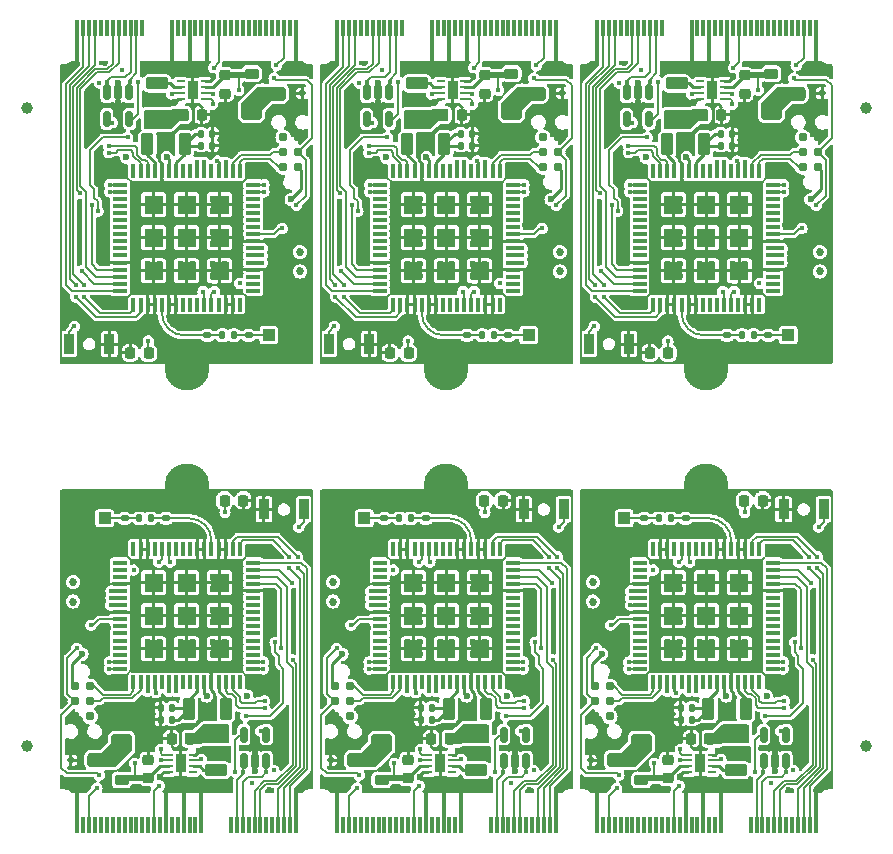
<source format=gbr>
%TF.GenerationSoftware,KiCad,Pcbnew,(7.0.0-rc2-153-g7d6218acb4)*%
%TF.CreationDate,2023-02-19T17:36:36+08:00*%
%TF.ProjectId,RAK3172-M.2-2230-Mod - panel,52414b33-3137-4322-9d4d-2e322d323233,rev?*%
%TF.SameCoordinates,Original*%
%TF.FileFunction,Copper,L1,Top*%
%TF.FilePolarity,Positive*%
%FSLAX46Y46*%
G04 Gerber Fmt 4.6, Leading zero omitted, Abs format (unit mm)*
G04 Created by KiCad (PCBNEW (7.0.0-rc2-153-g7d6218acb4)) date 2023-02-19 17:36:36*
%MOMM*%
%LPD*%
G01*
G04 APERTURE LIST*
G04 Aperture macros list*
%AMRoundRect*
0 Rectangle with rounded corners*
0 $1 Rounding radius*
0 $2 $3 $4 $5 $6 $7 $8 $9 X,Y pos of 4 corners*
0 Add a 4 corners polygon primitive as box body*
4,1,4,$2,$3,$4,$5,$6,$7,$8,$9,$2,$3,0*
0 Add four circle primitives for the rounded corners*
1,1,$1+$1,$2,$3*
1,1,$1+$1,$4,$5*
1,1,$1+$1,$6,$7*
1,1,$1+$1,$8,$9*
0 Add four rect primitives between the rounded corners*
20,1,$1+$1,$2,$3,$4,$5,0*
20,1,$1+$1,$4,$5,$6,$7,0*
20,1,$1+$1,$6,$7,$8,$9,0*
20,1,$1+$1,$8,$9,$2,$3,0*%
G04 Aperture macros list end*
%TA.AperFunction,SMDPad,CuDef*%
%ADD10RoundRect,0.218750X-0.218750X-0.256250X0.218750X-0.256250X0.218750X0.256250X-0.218750X0.256250X0*%
%TD*%
%TA.AperFunction,SMDPad,CuDef*%
%ADD11RoundRect,0.225000X-0.250000X0.225000X-0.250000X-0.225000X0.250000X-0.225000X0.250000X0.225000X0*%
%TD*%
%TA.AperFunction,SMDPad,CuDef*%
%ADD12RoundRect,0.150000X-0.150000X0.512500X-0.150000X-0.512500X0.150000X-0.512500X0.150000X0.512500X0*%
%TD*%
%TA.AperFunction,SMDPad,CuDef*%
%ADD13RoundRect,0.112500X-0.187500X-0.112500X0.187500X-0.112500X0.187500X0.112500X-0.187500X0.112500X0*%
%TD*%
%TA.AperFunction,SMDPad,CuDef*%
%ADD14RoundRect,0.140000X-0.140000X-0.170000X0.140000X-0.170000X0.140000X0.170000X-0.140000X0.170000X0*%
%TD*%
%TA.AperFunction,SMDPad,CuDef*%
%ADD15R,0.350000X1.450000*%
%TD*%
%TA.AperFunction,SMDPad,CuDef*%
%ADD16R,1.600000X1.600000*%
%TD*%
%TA.AperFunction,SMDPad,CuDef*%
%ADD17R,1.170000X0.370000*%
%TD*%
%TA.AperFunction,SMDPad,CuDef*%
%ADD18R,0.370000X1.170000*%
%TD*%
%TA.AperFunction,SMDPad,CuDef*%
%ADD19RoundRect,0.225000X-0.375000X0.225000X-0.375000X-0.225000X0.375000X-0.225000X0.375000X0.225000X0*%
%TD*%
%TA.AperFunction,SMDPad,CuDef*%
%ADD20R,0.900000X1.700000*%
%TD*%
%TA.AperFunction,SMDPad,CuDef*%
%ADD21RoundRect,0.250000X0.275000X0.700000X-0.275000X0.700000X-0.275000X-0.700000X0.275000X-0.700000X0*%
%TD*%
%TA.AperFunction,SMDPad,CuDef*%
%ADD22RoundRect,0.225000X-0.225000X-0.250000X0.225000X-0.250000X0.225000X0.250000X-0.225000X0.250000X0*%
%TD*%
%TA.AperFunction,ConnectorPad*%
%ADD23C,0.787400*%
%TD*%
%TA.AperFunction,SMDPad,CuDef*%
%ADD24RoundRect,0.140000X0.170000X-0.140000X0.170000X0.140000X-0.170000X0.140000X-0.170000X-0.140000X0*%
%TD*%
%TA.AperFunction,ConnectorPad*%
%ADD25C,3.800000*%
%TD*%
%TA.AperFunction,ComponentPad*%
%ADD26C,2.600000*%
%TD*%
%TA.AperFunction,SMDPad,CuDef*%
%ADD27RoundRect,0.147500X-0.147500X-0.172500X0.147500X-0.172500X0.147500X0.172500X-0.147500X0.172500X0*%
%TD*%
%TA.AperFunction,SMDPad,CuDef*%
%ADD28R,0.900000X1.600000*%
%TD*%
%TA.AperFunction,SMDPad,CuDef*%
%ADD29RoundRect,0.062500X0.300000X0.062500X-0.300000X0.062500X-0.300000X-0.062500X0.300000X-0.062500X0*%
%TD*%
%TA.AperFunction,SMDPad,CuDef*%
%ADD30R,2.200000X1.050000*%
%TD*%
%TA.AperFunction,SMDPad,CuDef*%
%ADD31R,1.050000X1.000000*%
%TD*%
%TA.AperFunction,SMDPad,CuDef*%
%ADD32RoundRect,0.250000X-0.700000X0.275000X-0.700000X-0.275000X0.700000X-0.275000X0.700000X0.275000X0*%
%TD*%
%TA.AperFunction,SMDPad,CuDef*%
%ADD33RoundRect,0.218750X0.218750X0.256250X-0.218750X0.256250X-0.218750X-0.256250X0.218750X-0.256250X0*%
%TD*%
%TA.AperFunction,SMDPad,CuDef*%
%ADD34RoundRect,0.140000X0.140000X0.170000X-0.140000X0.170000X-0.140000X-0.170000X0.140000X-0.170000X0*%
%TD*%
%TA.AperFunction,SMDPad,CuDef*%
%ADD35RoundRect,0.225000X0.250000X-0.225000X0.250000X0.225000X-0.250000X0.225000X-0.250000X-0.225000X0*%
%TD*%
%TA.AperFunction,SMDPad,CuDef*%
%ADD36RoundRect,0.112500X0.187500X0.112500X-0.187500X0.112500X-0.187500X-0.112500X0.187500X-0.112500X0*%
%TD*%
%TA.AperFunction,SMDPad,CuDef*%
%ADD37RoundRect,0.150000X0.150000X-0.512500X0.150000X0.512500X-0.150000X0.512500X-0.150000X-0.512500X0*%
%TD*%
%TA.AperFunction,SMDPad,CuDef*%
%ADD38RoundRect,0.140000X-0.170000X0.140000X-0.170000X-0.140000X0.170000X-0.140000X0.170000X0.140000X0*%
%TD*%
%TA.AperFunction,SMDPad,CuDef*%
%ADD39RoundRect,0.147500X0.147500X0.172500X-0.147500X0.172500X-0.147500X-0.172500X0.147500X-0.172500X0*%
%TD*%
%TA.AperFunction,SMDPad,CuDef*%
%ADD40RoundRect,0.225000X0.375000X-0.225000X0.375000X0.225000X-0.375000X0.225000X-0.375000X-0.225000X0*%
%TD*%
%TA.AperFunction,SMDPad,CuDef*%
%ADD41RoundRect,0.062500X-0.300000X-0.062500X0.300000X-0.062500X0.300000X0.062500X-0.300000X0.062500X0*%
%TD*%
%TA.AperFunction,SMDPad,CuDef*%
%ADD42RoundRect,0.225000X0.225000X0.250000X-0.225000X0.250000X-0.225000X-0.250000X0.225000X-0.250000X0*%
%TD*%
%TA.AperFunction,SMDPad,CuDef*%
%ADD43RoundRect,0.250000X-0.275000X-0.700000X0.275000X-0.700000X0.275000X0.700000X-0.275000X0.700000X0*%
%TD*%
%TA.AperFunction,SMDPad,CuDef*%
%ADD44RoundRect,0.250000X0.700000X-0.275000X0.700000X0.275000X-0.700000X0.275000X-0.700000X-0.275000X0*%
%TD*%
%TA.AperFunction,SMDPad,CuDef*%
%ADD45C,1.000000*%
%TD*%
%TA.AperFunction,ViaPad*%
%ADD46C,0.450000*%
%TD*%
%TA.AperFunction,ViaPad*%
%ADD47C,0.600000*%
%TD*%
%TA.AperFunction,ViaPad*%
%ADD48C,0.685800*%
%TD*%
%TA.AperFunction,Conductor*%
%ADD49C,0.254000*%
%TD*%
%TA.AperFunction,Conductor*%
%ADD50C,0.349250*%
%TD*%
%TA.AperFunction,Conductor*%
%ADD51C,0.127000*%
%TD*%
%TA.AperFunction,Conductor*%
%ADD52C,0.508000*%
%TD*%
%TA.AperFunction,Conductor*%
%ADD53C,0.156464*%
%TD*%
%TA.AperFunction,Conductor*%
%ADD54C,0.152400*%
%TD*%
%TA.AperFunction,Conductor*%
%ADD55C,0.141986*%
%TD*%
G04 APERTURE END LIST*
D10*
%TO.P,D201,2,A*%
%TO.N,Net-(D201-A)*%
X189737500Y-69725000D03*
%TO.P,D201,1,K*%
%TO.N,GND*%
X188162500Y-69725000D03*
%TD*%
D11*
%TO.P,C403,2*%
%TO.N,GND*%
X196200000Y-47775000D03*
%TO.P,C403,1*%
%TO.N,+5V*%
X196200000Y-46225000D03*
%TD*%
D12*
%TO.P,U302,5,WP*%
%TO.N,/M.2 E-Key Connector/EEPROM_WP*%
X188100000Y-49912500D03*
%TO.P,U302,4,VCC*%
%TO.N,3.3V*%
X186200000Y-49912500D03*
%TO.P,U302,3,SDA*%
%TO.N,I2C_SDA*%
X186200000Y-47637500D03*
%TO.P,U302,2,VSS*%
%TO.N,GND*%
X187150000Y-47637500D03*
%TO.P,U302,1,SCL*%
%TO.N,I2C_SCL*%
X188100000Y-47637500D03*
%TD*%
D13*
%TO.P,D302,2,A2*%
%TO.N,GND*%
X202750000Y-47725000D03*
%TO.P,D302,1,A1*%
%TO.N,/M.2 E-Key Connector/V_{CC}Fused*%
X200650000Y-47725000D03*
%TD*%
D14*
%TO.P,C216,2*%
%TO.N,GND*%
X195130000Y-51175000D03*
%TO.P,C216,1*%
%TO.N,/RAK3172/VFBSMPS*%
X194170000Y-51175000D03*
%TD*%
D15*
%TO.P,J301,75,Pin_75*%
%TO.N,GND*%
X202199999Y-42249999D03*
%TO.P,J301,73,Pin_73*%
%TO.N,P73_3.3V_NC*%
X201699999Y-42249999D03*
%TO.P,J301,71,Pin_71*%
%TO.N,PWR_EN*%
X201199999Y-42249999D03*
%TO.P,J301,69,Pin_69*%
%TO.N,unconnected-(J301-Pin_69-Pad69)*%
X200699999Y-42249999D03*
%TO.P,J301,67,Pin_67*%
%TO.N,unconnected-(J301-Pin_67-Pad67)*%
X200199999Y-42249999D03*
%TO.P,J301,65,Pin_65*%
%TO.N,unconnected-(J301-Pin_65-Pad65)*%
X199699999Y-42249999D03*
%TO.P,J301,63,Pin_63*%
%TO.N,unconnected-(J301-Pin_63-Pad63)*%
X199199999Y-42249999D03*
%TO.P,J301,61,Pin_61*%
%TO.N,F7*%
X198699999Y-42249999D03*
%TO.P,J301,59,Pin_59*%
%TO.N,F6*%
X198199999Y-42249999D03*
%TO.P,J301,57,Pin_57*%
%TO.N,F5*%
X197699999Y-42249999D03*
%TO.P,J301,55,Pin_55*%
%TO.N,F4*%
X197199999Y-42249999D03*
%TO.P,J301,53,Pin_53*%
%TO.N,F3*%
X196699999Y-42249999D03*
%TO.P,J301,51,Pin_51*%
%TO.N,F2{slash}PWM*%
X196199999Y-42249999D03*
%TO.P,J301,49,Pin_49*%
%TO.N,F1{slash}~{CS}*%
X195699999Y-42249999D03*
%TO.P,J301,47,Pin_47*%
%TO.N,F0{slash}~{INT}*%
X195199999Y-42249999D03*
%TO.P,J301,45,Pin_45*%
%TO.N,GND*%
X194699999Y-42249999D03*
%TO.P,J301,43,Pin_43*%
%TO.N,CAN_TX*%
X194199999Y-42249999D03*
%TO.P,J301,41,Pin_41*%
%TO.N,CAN_RX*%
X193699999Y-42249999D03*
%TO.P,J301,39,Pin_39*%
%TO.N,GND*%
X193199999Y-42249999D03*
%TO.P,J301,37,Pin_37*%
%TO.N,USB_HOST_D-*%
X192699999Y-42249999D03*
%TO.P,J301,35,Pin_35*%
%TO.N,USB_HOST_D+*%
X192199999Y-42249999D03*
%TO.P,J301,33,Pin_33*%
%TO.N,GND*%
X191699999Y-42249999D03*
%TO.P,J301,23,Pin_23*%
%TO.N,I2C_INT*%
X189199999Y-42249999D03*
%TO.P,J301,21,Pin_21*%
%TO.N,I2C_SCL*%
X188699999Y-42249999D03*
%TO.P,J301,19,Pin_19*%
%TO.N,I2C_SDA*%
X188199999Y-42249999D03*
%TO.P,J301,17,Pin_17*%
%TO.N,unconnected-(J301-Pin_17-Pad17)*%
X187699999Y-42249999D03*
%TO.P,J301,15,Pin_15*%
%TO.N,RX*%
X187199999Y-42249999D03*
%TO.P,J301,13,Pin_13*%
%TO.N,TX*%
X186699999Y-42249999D03*
%TO.P,J301,11,Pin_11*%
%TO.N,unconnected-(J301-Pin_11-Pad11)*%
X186199999Y-42249999D03*
%TO.P,J301,9,Pin_9*%
%TO.N,unconnected-(J301-Pin_9-Pad9)*%
X185699999Y-42249999D03*
%TO.P,J301,7,Pin_7*%
%TO.N,SPI_SDO*%
X185199999Y-42249999D03*
%TO.P,J301,5,Pin_5*%
%TO.N,SPI_SDI*%
X184699999Y-42249999D03*
%TO.P,J301,3,Pin_3*%
%TO.N,SPI_SCK*%
X184199999Y-42249999D03*
%TO.P,J301,1,Pin_1*%
%TO.N,GND*%
X183699999Y-42249999D03*
%TD*%
D16*
%TO.P,U201,73,GND*%
%TO.N,GND*%
X190149999Y-62774999D03*
%TO.P,U201,72,GND*%
X190149999Y-59974999D03*
%TO.P,U201,71,GND*%
X190149999Y-57174999D03*
%TO.P,U201,70,GND*%
X192949999Y-62774999D03*
%TO.P,U201,69,GND*%
X192949999Y-59974999D03*
%TO.P,U201,68,GND*%
X192949999Y-57174999D03*
%TO.P,U201,67,GND*%
X195749999Y-62774999D03*
%TO.P,U201,66,GND*%
X195749999Y-59974999D03*
%TO.P,U201,65,GND*%
X195749999Y-57174999D03*
D17*
%TO.P,U201,64,PA12*%
%TO.N,I2C_SCL*%
X198599999Y-55474999D03*
%TO.P,U201,63,PA11*%
%TO.N,I2C_SDA*%
X198599999Y-56074999D03*
%TO.P,U201,62,PA10*%
%TO.N,/RAK3172/PA10*%
X198599999Y-56674999D03*
%TO.P,U201,61,PB14*%
%TO.N,/RAK3172/PB14*%
X198599999Y-57274999D03*
%TO.P,U201,60,PB13*%
%TO.N,/RAK3172/PB13*%
X198599999Y-57874999D03*
%TO.P,U201,59,PB12*%
%TO.N,/RAK3172/PB12*%
X198599999Y-58474999D03*
%TO.P,U201,58,PB2*%
%TO.N,/RAK3172/PB2*%
X198599999Y-59074999D03*
%TO.P,U201,57,PB1*%
%TO.N,/RAK3172/PB1*%
X198599999Y-59674999D03*
%TO.P,U201,56,GND*%
%TO.N,GND*%
X198599999Y-60274999D03*
%TO.P,U201,55,VDD*%
%TO.N,3.3V*%
X198599999Y-60874999D03*
%TO.P,U201,54,VDDRF*%
%TO.N,/RAK3172/VDDRF*%
X198599999Y-61474999D03*
%TO.P,U201,53,VDDPA*%
%TO.N,/RAK3172/VDDPA*%
X198599999Y-62074999D03*
%TO.P,U201,52,GND*%
%TO.N,GND*%
X198599999Y-62674999D03*
%TO.P,U201,51,PA8*%
%TO.N,/RAK3172/PA8*%
X198599999Y-63274999D03*
%TO.P,U201,50,PA9*%
%TO.N,/RAK3172/PA9*%
X198599999Y-63874999D03*
%TO.P,U201,49,PB10*%
%TO.N,/RAK3172/PB10*%
X198599999Y-64474999D03*
D18*
%TO.P,U201,48,PB11*%
%TO.N,/RAK3172/PB11*%
X197449999Y-65624999D03*
%TO.P,U201,47,GND*%
%TO.N,GND*%
X196849999Y-65624999D03*
%TO.P,U201,46,GND*%
X196249999Y-65624999D03*
%TO.P,U201,45,NC*%
%TO.N,unconnected-(U201-NC-Pad45)*%
X195649999Y-65624999D03*
%TO.P,U201,44,NRST*%
%TO.N,DFU_~{RST}*%
X195049999Y-65624999D03*
%TO.P,U201,43,BOOT_0*%
%TO.N,/RAK3172/BOOT0*%
X194449999Y-65624999D03*
%TO.P,U201,42,NC*%
%TO.N,unconnected-(U201-NC-Pad42)*%
X193849999Y-65624999D03*
%TO.P,U201,41,NC*%
%TO.N,unconnected-(U201-NC-Pad41)*%
X193249999Y-65624999D03*
%TO.P,U201,40,NC*%
%TO.N,unconnected-(U201-NC-Pad40)*%
X192649999Y-65624999D03*
%TO.P,U201,39,GND*%
%TO.N,GND*%
X192049999Y-65624999D03*
%TO.P,U201,38,GND*%
X191449999Y-65624999D03*
%TO.P,U201,37,RF_OUT*%
%TO.N,/RAK3172/RF_OUT*%
X190849999Y-65624999D03*
%TO.P,U201,36,GND*%
%TO.N,GND*%
X190249999Y-65624999D03*
%TO.P,U201,35,GND*%
X189649999Y-65624999D03*
%TO.P,U201,34,PA7*%
%TO.N,SPI_SDI*%
X189049999Y-65624999D03*
%TO.P,U201,33,PA6*%
%TO.N,SPI_SDO*%
X188449999Y-65624999D03*
D17*
%TO.P,U201,32,PA5*%
%TO.N,SPI_SCK*%
X187299999Y-64474999D03*
%TO.P,U201,31,PA4*%
%TO.N,F1{slash}~{CS}*%
X187299999Y-63874999D03*
%TO.P,U201,30,PA3/UART2_RX*%
%TO.N,RX*%
X187299999Y-63274999D03*
%TO.P,U201,29,PA2/UART2_TX*%
%TO.N,TX*%
X187299999Y-62674999D03*
%TO.P,U201,28,GND*%
%TO.N,GND*%
X187299999Y-62074999D03*
%TO.P,U201,27,PC6*%
%TO.N,/RAK3172/PC6*%
X187299999Y-61474999D03*
%TO.P,U201,26,PC5*%
%TO.N,/RAK3172/PC5*%
X187299999Y-60874999D03*
%TO.P,U201,25,PC4*%
%TO.N,/RAK3172/PC4*%
X187299999Y-60274999D03*
%TO.P,U201,24,PC3*%
%TO.N,/RAK3172/PC3*%
X187299999Y-59674999D03*
%TO.P,U201,23,PC2*%
%TO.N,/RAK3172/PC2*%
X187299999Y-59074999D03*
%TO.P,U201,22,PC1*%
%TO.N,/RAK3172/PC1*%
X187299999Y-58474999D03*
%TO.P,U201,21,PC0*%
%TO.N,/RAK3172/PC0*%
X187299999Y-57874999D03*
%TO.P,U201,20,PB9*%
%TO.N,/RAK3172/PB9*%
X187299999Y-57274999D03*
%TO.P,U201,19,PB8*%
%TO.N,/RAK3172/PB8*%
X187299999Y-56674999D03*
%TO.P,U201,18,PB7/UART1_RX*%
%TO.N,DFU_FC_RX*%
X187299999Y-56074999D03*
%TO.P,U201,17,PB6/UART1_TX*%
%TO.N,DFU_FC_TX*%
X187299999Y-55474999D03*
D18*
%TO.P,U201,16,PB5*%
%TO.N,/RAK3172/PB5*%
X188449999Y-54324999D03*
%TO.P,U201,15,PB4*%
%TO.N,CTS*%
X189049999Y-54324999D03*
%TO.P,U201,14,PB3*%
%TO.N,RTS*%
X189649999Y-54324999D03*
%TO.P,U201,13,VLXSMPS*%
%TO.N,/RAK3172/VLXSMPS*%
X190249999Y-54324999D03*
%TO.P,U201,12,GND*%
%TO.N,GND*%
X190849999Y-54324999D03*
%TO.P,U201,11,VDDMPS*%
%TO.N,/RAK3172/VDDSMPS*%
X191449999Y-54324999D03*
%TO.P,U201,10,VFBSMPS*%
%TO.N,/RAK3172/VFBSMPS*%
X192049999Y-54324999D03*
%TO.P,U201,9,PB15*%
%TO.N,/RAK3172/PB15*%
X192649999Y-54324999D03*
%TO.P,U201,8,PA15*%
%TO.N,/RAK3172/PA15*%
X193249999Y-54324999D03*
%TO.P,U201,7,VDDA*%
%TO.N,3.3V*%
X193849999Y-54324999D03*
%TO.P,U201,6,VREF+*%
X194449999Y-54324999D03*
%TO.P,U201,5,PC13*%
%TO.N,/RAK3172/PC13*%
X195049999Y-54324999D03*
%TO.P,U201,4,VBAT*%
%TO.N,3.3V*%
X195649999Y-54324999D03*
%TO.P,U201,3,VDD*%
X196249999Y-54324999D03*
%TO.P,U201,2,PA14*%
%TO.N,/RAK3172/PA14{slash}SWCLK*%
X196849999Y-54324999D03*
%TO.P,U201,1,PA13*%
%TO.N,/RAK3172/PA13{slash}SWDIO*%
X197449999Y-54324999D03*
%TD*%
D19*
%TO.P,D301,2,A*%
%TO.N,/M.2 E-Key Connector/V_{CC}Fused*%
X198450000Y-49375000D03*
%TO.P,D301,1,K*%
%TO.N,+5V*%
X198450000Y-46075000D03*
%TD*%
D20*
%TO.P,SW201,2,B*%
%TO.N,Net-(SW201-B)*%
X182999999Y-68974999D03*
%TO.P,SW201,1,A*%
%TO.N,GND*%
X186399999Y-68974999D03*
%TD*%
D21*
%TO.P,L205,2,2*%
%TO.N,/RAK3172/VLXSMPS*%
X189625000Y-52075000D03*
%TO.P,L205,1,1*%
%TO.N,/RAK3172/VFBSMPS*%
X192775000Y-52075000D03*
%TD*%
D22*
%TO.P,C402,2*%
%TO.N,GND*%
X194225000Y-49575000D03*
%TO.P,C402,1*%
%TO.N,3.3V*%
X192675000Y-49575000D03*
%TD*%
D14*
%TO.P,C215,2*%
%TO.N,GND*%
X195130000Y-52175000D03*
%TO.P,C215,1*%
%TO.N,/RAK3172/VFBSMPS*%
X194170000Y-52175000D03*
%TD*%
D23*
%TO.P,CN201,6,SWO*%
%TO.N,unconnected-(CN201-SWO-Pad6)*%
X201115000Y-51455000D03*
%TO.P,CN201,5,GND*%
%TO.N,GND*%
X202385000Y-51455000D03*
%TO.P,CN201,4,SWCLK*%
%TO.N,/RAK3172/PA14{slash}SWCLK*%
X201115000Y-52725000D03*
%TO.P,CN201,3,~{RESET}*%
%TO.N,DFU_~{RST}*%
X202385000Y-52725000D03*
%TO.P,CN201,2,SWDIO*%
%TO.N,/RAK3172/PA13{slash}SWDIO*%
X201115000Y-53995000D03*
%TO.P,CN201,1,VCC*%
%TO.N,3.3V*%
X202385000Y-53995000D03*
%TD*%
D24*
%TO.P,C213,2*%
%TO.N,GND*%
X194700000Y-67265000D03*
%TO.P,C213,1*%
%TO.N,/RAK3172/RF_OUT*%
X194700000Y-68225000D03*
%TD*%
D25*
%TO.P,H301,1,1*%
%TO.N,GND*%
X192950000Y-70975000D03*
D26*
X192950000Y-70975000D03*
%TD*%
D27*
%TO.P,L204,2,2*%
%TO.N,/RAK3172/RF_OUT_CONN*%
X196950000Y-68225000D03*
%TO.P,L204,1,1*%
%TO.N,/RAK3172/RF_OUT*%
X195980000Y-68225000D03*
%TD*%
D28*
%TO.P,U401,9,PGND*%
%TO.N,GND*%
X193462499Y-47474999D03*
D29*
%TO.P,U401,8,AGND*%
X192450000Y-48225000D03*
%TO.P,U401,7,EN*%
%TO.N,PWR_EN*%
X192450000Y-47725000D03*
%TO.P,U401,6,LX*%
%TO.N,Net-(U401-LX)*%
X192450000Y-47225000D03*
%TO.P,U401,5,NC*%
%TO.N,unconnected-(U401-NC-Pad5)*%
X192450000Y-46725000D03*
%TO.P,U401,4,PGND*%
%TO.N,GND*%
X194475000Y-46725000D03*
%TO.P,U401,3,IN*%
%TO.N,+5V*%
X194475000Y-47225000D03*
%TO.P,U401,2,PG*%
%TO.N,/Power Supply/3.3VPG*%
X194475000Y-47725000D03*
%TO.P,U401,1,FB*%
%TO.N,Net-(U401-FB)*%
X194475000Y-48225000D03*
%TD*%
D30*
%TO.P,AN201,2,Ext*%
%TO.N,GND*%
X201424999Y-69699999D03*
X201424999Y-66749999D03*
D31*
%TO.P,AN201,1,In*%
%TO.N,/RAK3172/RF_OUT_CONN*%
X199899999Y-68224999D03*
%TD*%
D24*
%TO.P,C214,2*%
%TO.N,GND*%
X198200000Y-67265000D03*
%TO.P,C214,1*%
%TO.N,/RAK3172/RF_OUT_CONN*%
X198200000Y-68225000D03*
%TD*%
D32*
%TO.P,L401,2,2*%
%TO.N,3.3V*%
X190450000Y-50050000D03*
%TO.P,L401,1,1*%
%TO.N,Net-(U401-LX)*%
X190450000Y-46900000D03*
%TD*%
D33*
%TO.P,D201,2,A*%
%TO.N,Net-(D201-A)*%
X196162500Y-82225000D03*
%TO.P,D201,1,K*%
%TO.N,GND*%
X197737500Y-82225000D03*
%TD*%
D34*
%TO.P,C216,2*%
%TO.N,GND*%
X190770000Y-100775000D03*
%TO.P,C216,1*%
%TO.N,/RAK3172/VFBSMPS*%
X191730000Y-100775000D03*
%TD*%
D35*
%TO.P,C403,2*%
%TO.N,GND*%
X189700000Y-104175000D03*
%TO.P,C403,1*%
%TO.N,+5V*%
X189700000Y-105725000D03*
%TD*%
D36*
%TO.P,D302,2,A2*%
%TO.N,GND*%
X183150000Y-104225000D03*
%TO.P,D302,1,A1*%
%TO.N,/M.2 E-Key Connector/V_{CC}Fused*%
X185250000Y-104225000D03*
%TD*%
D37*
%TO.P,U302,5,WP*%
%TO.N,/M.2 E-Key Connector/EEPROM_WP*%
X197800000Y-102037500D03*
%TO.P,U302,4,VCC*%
%TO.N,3.3V*%
X199700000Y-102037500D03*
%TO.P,U302,3,SDA*%
%TO.N,I2C_SDA*%
X199700000Y-104312500D03*
%TO.P,U302,2,VSS*%
%TO.N,GND*%
X198750000Y-104312500D03*
%TO.P,U302,1,SCL*%
%TO.N,I2C_SCL*%
X197800000Y-104312500D03*
%TD*%
D38*
%TO.P,C213,2*%
%TO.N,GND*%
X191200000Y-84685000D03*
%TO.P,C213,1*%
%TO.N,/RAK3172/RF_OUT*%
X191200000Y-83725000D03*
%TD*%
D39*
%TO.P,L204,2,2*%
%TO.N,/RAK3172/RF_OUT_CONN*%
X188950000Y-83725000D03*
%TO.P,L204,1,1*%
%TO.N,/RAK3172/RF_OUT*%
X189920000Y-83725000D03*
%TD*%
D40*
%TO.P,D301,2,A*%
%TO.N,/M.2 E-Key Connector/V_{CC}Fused*%
X187450000Y-102575000D03*
%TO.P,D301,1,K*%
%TO.N,+5V*%
X187450000Y-105875000D03*
%TD*%
D25*
%TO.P,H301,1,1*%
%TO.N,GND*%
X192950000Y-80975000D03*
D26*
X192950000Y-80975000D03*
%TD*%
D20*
%TO.P,SW201,2,B*%
%TO.N,Net-(SW201-B)*%
X202899999Y-82974999D03*
%TO.P,SW201,1,A*%
%TO.N,GND*%
X199499999Y-82974999D03*
%TD*%
D28*
%TO.P,U401,9,PGND*%
%TO.N,GND*%
X192437499Y-104474999D03*
D41*
%TO.P,U401,8,AGND*%
X193450000Y-103725000D03*
%TO.P,U401,7,EN*%
%TO.N,PWR_EN*%
X193450000Y-104225000D03*
%TO.P,U401,6,LX*%
%TO.N,Net-(U401-LX)*%
X193450000Y-104725000D03*
%TO.P,U401,5,NC*%
%TO.N,unconnected-(U401-NC-Pad5)*%
X193450000Y-105225000D03*
%TO.P,U401,4,PGND*%
%TO.N,GND*%
X191425000Y-105225000D03*
%TO.P,U401,3,IN*%
%TO.N,+5V*%
X191425000Y-104725000D03*
%TO.P,U401,2,PG*%
%TO.N,/Power Supply/3.3VPG*%
X191425000Y-104225000D03*
%TO.P,U401,1,FB*%
%TO.N,Net-(U401-FB)*%
X191425000Y-103725000D03*
%TD*%
D16*
%TO.P,U201,73,GND*%
%TO.N,GND*%
X195749999Y-89174999D03*
%TO.P,U201,72,GND*%
X195749999Y-91974999D03*
%TO.P,U201,71,GND*%
X195749999Y-94774999D03*
%TO.P,U201,70,GND*%
X192949999Y-89174999D03*
%TO.P,U201,69,GND*%
X192949999Y-91974999D03*
%TO.P,U201,68,GND*%
X192949999Y-94774999D03*
%TO.P,U201,67,GND*%
X190149999Y-89174999D03*
%TO.P,U201,66,GND*%
X190149999Y-91974999D03*
%TO.P,U201,65,GND*%
X190149999Y-94774999D03*
D17*
%TO.P,U201,64,PA12*%
%TO.N,I2C_SCL*%
X187299999Y-96474999D03*
%TO.P,U201,63,PA11*%
%TO.N,I2C_SDA*%
X187299999Y-95874999D03*
%TO.P,U201,62,PA10*%
%TO.N,/RAK3172/PA10*%
X187299999Y-95274999D03*
%TO.P,U201,61,PB14*%
%TO.N,/RAK3172/PB14*%
X187299999Y-94674999D03*
%TO.P,U201,60,PB13*%
%TO.N,/RAK3172/PB13*%
X187299999Y-94074999D03*
%TO.P,U201,59,PB12*%
%TO.N,/RAK3172/PB12*%
X187299999Y-93474999D03*
%TO.P,U201,58,PB2*%
%TO.N,/RAK3172/PB2*%
X187299999Y-92874999D03*
%TO.P,U201,57,PB1*%
%TO.N,/RAK3172/PB1*%
X187299999Y-92274999D03*
%TO.P,U201,56,GND*%
%TO.N,GND*%
X187299999Y-91674999D03*
%TO.P,U201,55,VDD*%
%TO.N,3.3V*%
X187299999Y-91074999D03*
%TO.P,U201,54,VDDRF*%
%TO.N,/RAK3172/VDDRF*%
X187299999Y-90474999D03*
%TO.P,U201,53,VDDPA*%
%TO.N,/RAK3172/VDDPA*%
X187299999Y-89874999D03*
%TO.P,U201,52,GND*%
%TO.N,GND*%
X187299999Y-89274999D03*
%TO.P,U201,51,PA8*%
%TO.N,/RAK3172/PA8*%
X187299999Y-88674999D03*
%TO.P,U201,50,PA9*%
%TO.N,/RAK3172/PA9*%
X187299999Y-88074999D03*
%TO.P,U201,49,PB10*%
%TO.N,/RAK3172/PB10*%
X187299999Y-87474999D03*
D18*
%TO.P,U201,48,PB11*%
%TO.N,/RAK3172/PB11*%
X188449999Y-86324999D03*
%TO.P,U201,47,GND*%
%TO.N,GND*%
X189049999Y-86324999D03*
%TO.P,U201,46,GND*%
X189649999Y-86324999D03*
%TO.P,U201,45,NC*%
%TO.N,unconnected-(U201-NC-Pad45)*%
X190249999Y-86324999D03*
%TO.P,U201,44,NRST*%
%TO.N,DFU_~{RST}*%
X190849999Y-86324999D03*
%TO.P,U201,43,BOOT_0*%
%TO.N,/RAK3172/BOOT0*%
X191449999Y-86324999D03*
%TO.P,U201,42,NC*%
%TO.N,unconnected-(U201-NC-Pad42)*%
X192049999Y-86324999D03*
%TO.P,U201,41,NC*%
%TO.N,unconnected-(U201-NC-Pad41)*%
X192649999Y-86324999D03*
%TO.P,U201,40,NC*%
%TO.N,unconnected-(U201-NC-Pad40)*%
X193249999Y-86324999D03*
%TO.P,U201,39,GND*%
%TO.N,GND*%
X193849999Y-86324999D03*
%TO.P,U201,38,GND*%
X194449999Y-86324999D03*
%TO.P,U201,37,RF_OUT*%
%TO.N,/RAK3172/RF_OUT*%
X195049999Y-86324999D03*
%TO.P,U201,36,GND*%
%TO.N,GND*%
X195649999Y-86324999D03*
%TO.P,U201,35,GND*%
X196249999Y-86324999D03*
%TO.P,U201,34,PA7*%
%TO.N,SPI_SDI*%
X196849999Y-86324999D03*
%TO.P,U201,33,PA6*%
%TO.N,SPI_SDO*%
X197449999Y-86324999D03*
D17*
%TO.P,U201,32,PA5*%
%TO.N,SPI_SCK*%
X198599999Y-87474999D03*
%TO.P,U201,31,PA4*%
%TO.N,F1{slash}~{CS}*%
X198599999Y-88074999D03*
%TO.P,U201,30,PA3/UART2_RX*%
%TO.N,RX*%
X198599999Y-88674999D03*
%TO.P,U201,29,PA2/UART2_TX*%
%TO.N,TX*%
X198599999Y-89274999D03*
%TO.P,U201,28,GND*%
%TO.N,GND*%
X198599999Y-89874999D03*
%TO.P,U201,27,PC6*%
%TO.N,/RAK3172/PC6*%
X198599999Y-90474999D03*
%TO.P,U201,26,PC5*%
%TO.N,/RAK3172/PC5*%
X198599999Y-91074999D03*
%TO.P,U201,25,PC4*%
%TO.N,/RAK3172/PC4*%
X198599999Y-91674999D03*
%TO.P,U201,24,PC3*%
%TO.N,/RAK3172/PC3*%
X198599999Y-92274999D03*
%TO.P,U201,23,PC2*%
%TO.N,/RAK3172/PC2*%
X198599999Y-92874999D03*
%TO.P,U201,22,PC1*%
%TO.N,/RAK3172/PC1*%
X198599999Y-93474999D03*
%TO.P,U201,21,PC0*%
%TO.N,/RAK3172/PC0*%
X198599999Y-94074999D03*
%TO.P,U201,20,PB9*%
%TO.N,/RAK3172/PB9*%
X198599999Y-94674999D03*
%TO.P,U201,19,PB8*%
%TO.N,/RAK3172/PB8*%
X198599999Y-95274999D03*
%TO.P,U201,18,PB7/UART1_RX*%
%TO.N,DFU_FC_RX*%
X198599999Y-95874999D03*
%TO.P,U201,17,PB6/UART1_TX*%
%TO.N,DFU_FC_TX*%
X198599999Y-96474999D03*
D18*
%TO.P,U201,16,PB5*%
%TO.N,/RAK3172/PB5*%
X197449999Y-97624999D03*
%TO.P,U201,15,PB4*%
%TO.N,CTS*%
X196849999Y-97624999D03*
%TO.P,U201,14,PB3*%
%TO.N,RTS*%
X196249999Y-97624999D03*
%TO.P,U201,13,VLXSMPS*%
%TO.N,/RAK3172/VLXSMPS*%
X195649999Y-97624999D03*
%TO.P,U201,12,GND*%
%TO.N,GND*%
X195049999Y-97624999D03*
%TO.P,U201,11,VDDMPS*%
%TO.N,/RAK3172/VDDSMPS*%
X194449999Y-97624999D03*
%TO.P,U201,10,VFBSMPS*%
%TO.N,/RAK3172/VFBSMPS*%
X193849999Y-97624999D03*
%TO.P,U201,9,PB15*%
%TO.N,/RAK3172/PB15*%
X193249999Y-97624999D03*
%TO.P,U201,8,PA15*%
%TO.N,/RAK3172/PA15*%
X192649999Y-97624999D03*
%TO.P,U201,7,VDDA*%
%TO.N,3.3V*%
X192049999Y-97624999D03*
%TO.P,U201,6,VREF+*%
X191449999Y-97624999D03*
%TO.P,U201,5,PC13*%
%TO.N,/RAK3172/PC13*%
X190849999Y-97624999D03*
%TO.P,U201,4,VBAT*%
%TO.N,3.3V*%
X190249999Y-97624999D03*
%TO.P,U201,3,VDD*%
X189649999Y-97624999D03*
%TO.P,U201,2,PA14*%
%TO.N,/RAK3172/PA14{slash}SWCLK*%
X189049999Y-97624999D03*
%TO.P,U201,1,PA13*%
%TO.N,/RAK3172/PA13{slash}SWDIO*%
X188449999Y-97624999D03*
%TD*%
D15*
%TO.P,J301,75,Pin_75*%
%TO.N,GND*%
X183699999Y-109699999D03*
%TO.P,J301,73,Pin_73*%
%TO.N,P73_3.3V_NC*%
X184199999Y-109699999D03*
%TO.P,J301,71,Pin_71*%
%TO.N,PWR_EN*%
X184699999Y-109699999D03*
%TO.P,J301,69,Pin_69*%
%TO.N,unconnected-(J301-Pin_69-Pad69)*%
X185199999Y-109699999D03*
%TO.P,J301,67,Pin_67*%
%TO.N,unconnected-(J301-Pin_67-Pad67)*%
X185699999Y-109699999D03*
%TO.P,J301,65,Pin_65*%
%TO.N,unconnected-(J301-Pin_65-Pad65)*%
X186199999Y-109699999D03*
%TO.P,J301,63,Pin_63*%
%TO.N,unconnected-(J301-Pin_63-Pad63)*%
X186699999Y-109699999D03*
%TO.P,J301,61,Pin_61*%
%TO.N,F7*%
X187199999Y-109699999D03*
%TO.P,J301,59,Pin_59*%
%TO.N,F6*%
X187699999Y-109699999D03*
%TO.P,J301,57,Pin_57*%
%TO.N,F5*%
X188199999Y-109699999D03*
%TO.P,J301,55,Pin_55*%
%TO.N,F4*%
X188699999Y-109699999D03*
%TO.P,J301,53,Pin_53*%
%TO.N,F3*%
X189199999Y-109699999D03*
%TO.P,J301,51,Pin_51*%
%TO.N,F2{slash}PWM*%
X189699999Y-109699999D03*
%TO.P,J301,49,Pin_49*%
%TO.N,F1{slash}~{CS}*%
X190199999Y-109699999D03*
%TO.P,J301,47,Pin_47*%
%TO.N,F0{slash}~{INT}*%
X190699999Y-109699999D03*
%TO.P,J301,45,Pin_45*%
%TO.N,GND*%
X191199999Y-109699999D03*
%TO.P,J301,43,Pin_43*%
%TO.N,CAN_TX*%
X191699999Y-109699999D03*
%TO.P,J301,41,Pin_41*%
%TO.N,CAN_RX*%
X192199999Y-109699999D03*
%TO.P,J301,39,Pin_39*%
%TO.N,GND*%
X192699999Y-109699999D03*
%TO.P,J301,37,Pin_37*%
%TO.N,USB_HOST_D-*%
X193199999Y-109699999D03*
%TO.P,J301,35,Pin_35*%
%TO.N,USB_HOST_D+*%
X193699999Y-109699999D03*
%TO.P,J301,33,Pin_33*%
%TO.N,GND*%
X194199999Y-109699999D03*
%TO.P,J301,23,Pin_23*%
%TO.N,I2C_INT*%
X196699999Y-109699999D03*
%TO.P,J301,21,Pin_21*%
%TO.N,I2C_SCL*%
X197199999Y-109699999D03*
%TO.P,J301,19,Pin_19*%
%TO.N,I2C_SDA*%
X197699999Y-109699999D03*
%TO.P,J301,17,Pin_17*%
%TO.N,unconnected-(J301-Pin_17-Pad17)*%
X198199999Y-109699999D03*
%TO.P,J301,15,Pin_15*%
%TO.N,RX*%
X198699999Y-109699999D03*
%TO.P,J301,13,Pin_13*%
%TO.N,TX*%
X199199999Y-109699999D03*
%TO.P,J301,11,Pin_11*%
%TO.N,unconnected-(J301-Pin_11-Pad11)*%
X199699999Y-109699999D03*
%TO.P,J301,9,Pin_9*%
%TO.N,unconnected-(J301-Pin_9-Pad9)*%
X200199999Y-109699999D03*
%TO.P,J301,7,Pin_7*%
%TO.N,SPI_SDO*%
X200699999Y-109699999D03*
%TO.P,J301,5,Pin_5*%
%TO.N,SPI_SDI*%
X201199999Y-109699999D03*
%TO.P,J301,3,Pin_3*%
%TO.N,SPI_SCK*%
X201699999Y-109699999D03*
%TO.P,J301,1,Pin_1*%
%TO.N,GND*%
X202199999Y-109699999D03*
%TD*%
D38*
%TO.P,C214,2*%
%TO.N,GND*%
X187700000Y-84685000D03*
%TO.P,C214,1*%
%TO.N,/RAK3172/RF_OUT_CONN*%
X187700000Y-83725000D03*
%TD*%
D30*
%TO.P,AN201,2,Ext*%
%TO.N,GND*%
X184474999Y-82249999D03*
X184474999Y-85199999D03*
D31*
%TO.P,AN201,1,In*%
%TO.N,/RAK3172/RF_OUT_CONN*%
X185999999Y-83724999D03*
%TD*%
D42*
%TO.P,C402,2*%
%TO.N,GND*%
X191675000Y-102375000D03*
%TO.P,C402,1*%
%TO.N,3.3V*%
X193225000Y-102375000D03*
%TD*%
D43*
%TO.P,L205,2,2*%
%TO.N,/RAK3172/VLXSMPS*%
X196275000Y-99875000D03*
%TO.P,L205,1,1*%
%TO.N,/RAK3172/VFBSMPS*%
X193125000Y-99875000D03*
%TD*%
D23*
%TO.P,CN201,6,SWO*%
%TO.N,unconnected-(CN201-SWO-Pad6)*%
X184785000Y-100495000D03*
%TO.P,CN201,5,GND*%
%TO.N,GND*%
X183515000Y-100495000D03*
%TO.P,CN201,4,SWCLK*%
%TO.N,/RAK3172/PA14{slash}SWCLK*%
X184785000Y-99225000D03*
%TO.P,CN201,3,~{RESET}*%
%TO.N,DFU_~{RST}*%
X183515000Y-99225000D03*
%TO.P,CN201,2,SWDIO*%
%TO.N,/RAK3172/PA13{slash}SWDIO*%
X184785000Y-97955000D03*
%TO.P,CN201,1,VCC*%
%TO.N,3.3V*%
X183515000Y-97955000D03*
%TD*%
D44*
%TO.P,L401,2,2*%
%TO.N,3.3V*%
X195450000Y-101900000D03*
%TO.P,L401,1,1*%
%TO.N,Net-(U401-LX)*%
X195450000Y-105050000D03*
%TD*%
D34*
%TO.P,C215,2*%
%TO.N,GND*%
X190770000Y-99775000D03*
%TO.P,C215,1*%
%TO.N,/RAK3172/VFBSMPS*%
X191730000Y-99775000D03*
%TD*%
D45*
%TO.P,REF\u002A\u002A,*%
%TO.N,*%
X135450000Y-48975000D03*
%TD*%
%TO.P,REF\u002A\u002A,*%
%TO.N,*%
X135450000Y-102975000D03*
%TD*%
%TO.P,REF\u002A\u002A,*%
%TO.N,*%
X206450000Y-102975000D03*
%TD*%
%TO.P,REF\u002A\u002A,*%
%TO.N,*%
X206450000Y-48975000D03*
%TD*%
D15*
%TO.P,J301,1,Pin_1*%
%TO.N,GND*%
X139699999Y-42249999D03*
%TO.P,J301,3,Pin_3*%
%TO.N,SPI_SCK*%
X140199999Y-42249999D03*
%TO.P,J301,5,Pin_5*%
%TO.N,SPI_SDI*%
X140699999Y-42249999D03*
%TO.P,J301,7,Pin_7*%
%TO.N,SPI_SDO*%
X141199999Y-42249999D03*
%TO.P,J301,9,Pin_9*%
%TO.N,unconnected-(J301-Pin_9-Pad9)*%
X141699999Y-42249999D03*
%TO.P,J301,11,Pin_11*%
%TO.N,unconnected-(J301-Pin_11-Pad11)*%
X142199999Y-42249999D03*
%TO.P,J301,13,Pin_13*%
%TO.N,TX*%
X142699999Y-42249999D03*
%TO.P,J301,15,Pin_15*%
%TO.N,RX*%
X143199999Y-42249999D03*
%TO.P,J301,17,Pin_17*%
%TO.N,unconnected-(J301-Pin_17-Pad17)*%
X143699999Y-42249999D03*
%TO.P,J301,19,Pin_19*%
%TO.N,I2C_SDA*%
X144199999Y-42249999D03*
%TO.P,J301,21,Pin_21*%
%TO.N,I2C_SCL*%
X144699999Y-42249999D03*
%TO.P,J301,23,Pin_23*%
%TO.N,I2C_INT*%
X145199999Y-42249999D03*
%TO.P,J301,33,Pin_33*%
%TO.N,GND*%
X147699999Y-42249999D03*
%TO.P,J301,35,Pin_35*%
%TO.N,USB_HOST_D+*%
X148199999Y-42249999D03*
%TO.P,J301,37,Pin_37*%
%TO.N,USB_HOST_D-*%
X148699999Y-42249999D03*
%TO.P,J301,39,Pin_39*%
%TO.N,GND*%
X149199999Y-42249999D03*
%TO.P,J301,41,Pin_41*%
%TO.N,CAN_RX*%
X149699999Y-42249999D03*
%TO.P,J301,43,Pin_43*%
%TO.N,CAN_TX*%
X150199999Y-42249999D03*
%TO.P,J301,45,Pin_45*%
%TO.N,GND*%
X150699999Y-42249999D03*
%TO.P,J301,47,Pin_47*%
%TO.N,F0{slash}~{INT}*%
X151199999Y-42249999D03*
%TO.P,J301,49,Pin_49*%
%TO.N,F1{slash}~{CS}*%
X151699999Y-42249999D03*
%TO.P,J301,51,Pin_51*%
%TO.N,F2{slash}PWM*%
X152199999Y-42249999D03*
%TO.P,J301,53,Pin_53*%
%TO.N,F3*%
X152699999Y-42249999D03*
%TO.P,J301,55,Pin_55*%
%TO.N,F4*%
X153199999Y-42249999D03*
%TO.P,J301,57,Pin_57*%
%TO.N,F5*%
X153699999Y-42249999D03*
%TO.P,J301,59,Pin_59*%
%TO.N,F6*%
X154199999Y-42249999D03*
%TO.P,J301,61,Pin_61*%
%TO.N,F7*%
X154699999Y-42249999D03*
%TO.P,J301,63,Pin_63*%
%TO.N,unconnected-(J301-Pin_63-Pad63)*%
X155199999Y-42249999D03*
%TO.P,J301,65,Pin_65*%
%TO.N,unconnected-(J301-Pin_65-Pad65)*%
X155699999Y-42249999D03*
%TO.P,J301,67,Pin_67*%
%TO.N,unconnected-(J301-Pin_67-Pad67)*%
X156199999Y-42249999D03*
%TO.P,J301,69,Pin_69*%
%TO.N,unconnected-(J301-Pin_69-Pad69)*%
X156699999Y-42249999D03*
%TO.P,J301,71,Pin_71*%
%TO.N,PWR_EN*%
X157199999Y-42249999D03*
%TO.P,J301,73,Pin_73*%
%TO.N,P73_3.3V_NC*%
X157699999Y-42249999D03*
%TO.P,J301,75,Pin_75*%
%TO.N,GND*%
X158199999Y-42249999D03*
%TD*%
D10*
%TO.P,D201,1,K*%
%TO.N,GND*%
X144162500Y-69725000D03*
%TO.P,D201,2,A*%
%TO.N,Net-(D201-A)*%
X145737500Y-69725000D03*
%TD*%
D11*
%TO.P,C403,1*%
%TO.N,+5V*%
X152200000Y-46225000D03*
%TO.P,C403,2*%
%TO.N,GND*%
X152200000Y-47775000D03*
%TD*%
D12*
%TO.P,U302,1,SCL*%
%TO.N,I2C_SCL*%
X144100000Y-47637500D03*
%TO.P,U302,2,VSS*%
%TO.N,GND*%
X143150000Y-47637500D03*
%TO.P,U302,3,SDA*%
%TO.N,I2C_SDA*%
X142200000Y-47637500D03*
%TO.P,U302,4,VCC*%
%TO.N,3.3V*%
X142200000Y-49912500D03*
%TO.P,U302,5,WP*%
%TO.N,/M.2 E-Key Connector/EEPROM_WP*%
X144100000Y-49912500D03*
%TD*%
D13*
%TO.P,D302,1,A1*%
%TO.N,/M.2 E-Key Connector/V_{CC}Fused*%
X156650000Y-47725000D03*
%TO.P,D302,2,A2*%
%TO.N,GND*%
X158750000Y-47725000D03*
%TD*%
D14*
%TO.P,C216,1*%
%TO.N,/RAK3172/VFBSMPS*%
X150170000Y-51175000D03*
%TO.P,C216,2*%
%TO.N,GND*%
X151130000Y-51175000D03*
%TD*%
D18*
%TO.P,U201,1,PA13*%
%TO.N,/RAK3172/PA13{slash}SWDIO*%
X153449999Y-54324999D03*
%TO.P,U201,2,PA14*%
%TO.N,/RAK3172/PA14{slash}SWCLK*%
X152849999Y-54324999D03*
%TO.P,U201,3,VDD*%
%TO.N,3.3V*%
X152249999Y-54324999D03*
%TO.P,U201,4,VBAT*%
X151649999Y-54324999D03*
%TO.P,U201,5,PC13*%
%TO.N,/RAK3172/PC13*%
X151049999Y-54324999D03*
%TO.P,U201,6,VREF+*%
%TO.N,3.3V*%
X150449999Y-54324999D03*
%TO.P,U201,7,VDDA*%
X149849999Y-54324999D03*
%TO.P,U201,8,PA15*%
%TO.N,/RAK3172/PA15*%
X149249999Y-54324999D03*
%TO.P,U201,9,PB15*%
%TO.N,/RAK3172/PB15*%
X148649999Y-54324999D03*
%TO.P,U201,10,VFBSMPS*%
%TO.N,/RAK3172/VFBSMPS*%
X148049999Y-54324999D03*
%TO.P,U201,11,VDDMPS*%
%TO.N,/RAK3172/VDDSMPS*%
X147449999Y-54324999D03*
%TO.P,U201,12,GND*%
%TO.N,GND*%
X146849999Y-54324999D03*
%TO.P,U201,13,VLXSMPS*%
%TO.N,/RAK3172/VLXSMPS*%
X146249999Y-54324999D03*
%TO.P,U201,14,PB3*%
%TO.N,RTS*%
X145649999Y-54324999D03*
%TO.P,U201,15,PB4*%
%TO.N,CTS*%
X145049999Y-54324999D03*
%TO.P,U201,16,PB5*%
%TO.N,/RAK3172/PB5*%
X144449999Y-54324999D03*
D17*
%TO.P,U201,17,PB6/UART1_TX*%
%TO.N,DFU_FC_TX*%
X143299999Y-55474999D03*
%TO.P,U201,18,PB7/UART1_RX*%
%TO.N,DFU_FC_RX*%
X143299999Y-56074999D03*
%TO.P,U201,19,PB8*%
%TO.N,/RAK3172/PB8*%
X143299999Y-56674999D03*
%TO.P,U201,20,PB9*%
%TO.N,/RAK3172/PB9*%
X143299999Y-57274999D03*
%TO.P,U201,21,PC0*%
%TO.N,/RAK3172/PC0*%
X143299999Y-57874999D03*
%TO.P,U201,22,PC1*%
%TO.N,/RAK3172/PC1*%
X143299999Y-58474999D03*
%TO.P,U201,23,PC2*%
%TO.N,/RAK3172/PC2*%
X143299999Y-59074999D03*
%TO.P,U201,24,PC3*%
%TO.N,/RAK3172/PC3*%
X143299999Y-59674999D03*
%TO.P,U201,25,PC4*%
%TO.N,/RAK3172/PC4*%
X143299999Y-60274999D03*
%TO.P,U201,26,PC5*%
%TO.N,/RAK3172/PC5*%
X143299999Y-60874999D03*
%TO.P,U201,27,PC6*%
%TO.N,/RAK3172/PC6*%
X143299999Y-61474999D03*
%TO.P,U201,28,GND*%
%TO.N,GND*%
X143299999Y-62074999D03*
%TO.P,U201,29,PA2/UART2_TX*%
%TO.N,TX*%
X143299999Y-62674999D03*
%TO.P,U201,30,PA3/UART2_RX*%
%TO.N,RX*%
X143299999Y-63274999D03*
%TO.P,U201,31,PA4*%
%TO.N,F1{slash}~{CS}*%
X143299999Y-63874999D03*
%TO.P,U201,32,PA5*%
%TO.N,SPI_SCK*%
X143299999Y-64474999D03*
D18*
%TO.P,U201,33,PA6*%
%TO.N,SPI_SDO*%
X144449999Y-65624999D03*
%TO.P,U201,34,PA7*%
%TO.N,SPI_SDI*%
X145049999Y-65624999D03*
%TO.P,U201,35,GND*%
%TO.N,GND*%
X145649999Y-65624999D03*
%TO.P,U201,36,GND*%
X146249999Y-65624999D03*
%TO.P,U201,37,RF_OUT*%
%TO.N,/RAK3172/RF_OUT*%
X146849999Y-65624999D03*
%TO.P,U201,38,GND*%
%TO.N,GND*%
X147449999Y-65624999D03*
%TO.P,U201,39,GND*%
X148049999Y-65624999D03*
%TO.P,U201,40,NC*%
%TO.N,unconnected-(U201-NC-Pad40)*%
X148649999Y-65624999D03*
%TO.P,U201,41,NC*%
%TO.N,unconnected-(U201-NC-Pad41)*%
X149249999Y-65624999D03*
%TO.P,U201,42,NC*%
%TO.N,unconnected-(U201-NC-Pad42)*%
X149849999Y-65624999D03*
%TO.P,U201,43,BOOT_0*%
%TO.N,/RAK3172/BOOT0*%
X150449999Y-65624999D03*
%TO.P,U201,44,NRST*%
%TO.N,DFU_~{RST}*%
X151049999Y-65624999D03*
%TO.P,U201,45,NC*%
%TO.N,unconnected-(U201-NC-Pad45)*%
X151649999Y-65624999D03*
%TO.P,U201,46,GND*%
%TO.N,GND*%
X152249999Y-65624999D03*
%TO.P,U201,47,GND*%
X152849999Y-65624999D03*
%TO.P,U201,48,PB11*%
%TO.N,/RAK3172/PB11*%
X153449999Y-65624999D03*
D17*
%TO.P,U201,49,PB10*%
%TO.N,/RAK3172/PB10*%
X154599999Y-64474999D03*
%TO.P,U201,50,PA9*%
%TO.N,/RAK3172/PA9*%
X154599999Y-63874999D03*
%TO.P,U201,51,PA8*%
%TO.N,/RAK3172/PA8*%
X154599999Y-63274999D03*
%TO.P,U201,52,GND*%
%TO.N,GND*%
X154599999Y-62674999D03*
%TO.P,U201,53,VDDPA*%
%TO.N,/RAK3172/VDDPA*%
X154599999Y-62074999D03*
%TO.P,U201,54,VDDRF*%
%TO.N,/RAK3172/VDDRF*%
X154599999Y-61474999D03*
%TO.P,U201,55,VDD*%
%TO.N,3.3V*%
X154599999Y-60874999D03*
%TO.P,U201,56,GND*%
%TO.N,GND*%
X154599999Y-60274999D03*
%TO.P,U201,57,PB1*%
%TO.N,/RAK3172/PB1*%
X154599999Y-59674999D03*
%TO.P,U201,58,PB2*%
%TO.N,/RAK3172/PB2*%
X154599999Y-59074999D03*
%TO.P,U201,59,PB12*%
%TO.N,/RAK3172/PB12*%
X154599999Y-58474999D03*
%TO.P,U201,60,PB13*%
%TO.N,/RAK3172/PB13*%
X154599999Y-57874999D03*
%TO.P,U201,61,PB14*%
%TO.N,/RAK3172/PB14*%
X154599999Y-57274999D03*
%TO.P,U201,62,PA10*%
%TO.N,/RAK3172/PA10*%
X154599999Y-56674999D03*
%TO.P,U201,63,PA11*%
%TO.N,I2C_SDA*%
X154599999Y-56074999D03*
%TO.P,U201,64,PA12*%
%TO.N,I2C_SCL*%
X154599999Y-55474999D03*
D16*
%TO.P,U201,65,GND*%
%TO.N,GND*%
X151749999Y-57174999D03*
%TO.P,U201,66,GND*%
X151749999Y-59974999D03*
%TO.P,U201,67,GND*%
X151749999Y-62774999D03*
%TO.P,U201,68,GND*%
X148949999Y-57174999D03*
%TO.P,U201,69,GND*%
X148949999Y-59974999D03*
%TO.P,U201,70,GND*%
X148949999Y-62774999D03*
%TO.P,U201,71,GND*%
X146149999Y-57174999D03*
%TO.P,U201,72,GND*%
X146149999Y-59974999D03*
%TO.P,U201,73,GND*%
X146149999Y-62774999D03*
%TD*%
D19*
%TO.P,D301,1,K*%
%TO.N,+5V*%
X154450000Y-46075000D03*
%TO.P,D301,2,A*%
%TO.N,/M.2 E-Key Connector/V_{CC}Fused*%
X154450000Y-49375000D03*
%TD*%
D20*
%TO.P,SW201,1,A*%
%TO.N,GND*%
X142399999Y-68974999D03*
%TO.P,SW201,2,B*%
%TO.N,Net-(SW201-B)*%
X138999999Y-68974999D03*
%TD*%
D21*
%TO.P,L205,1,1*%
%TO.N,/RAK3172/VFBSMPS*%
X148775000Y-52075000D03*
%TO.P,L205,2,2*%
%TO.N,/RAK3172/VLXSMPS*%
X145625000Y-52075000D03*
%TD*%
D22*
%TO.P,C402,1*%
%TO.N,3.3V*%
X148675000Y-49575000D03*
%TO.P,C402,2*%
%TO.N,GND*%
X150225000Y-49575000D03*
%TD*%
D14*
%TO.P,C215,1*%
%TO.N,/RAK3172/VFBSMPS*%
X150170000Y-52175000D03*
%TO.P,C215,2*%
%TO.N,GND*%
X151130000Y-52175000D03*
%TD*%
D23*
%TO.P,CN201,1,VCC*%
%TO.N,3.3V*%
X158385000Y-53995000D03*
%TO.P,CN201,2,SWDIO*%
%TO.N,/RAK3172/PA13{slash}SWDIO*%
X157115000Y-53995000D03*
%TO.P,CN201,3,~{RESET}*%
%TO.N,DFU_~{RST}*%
X158385000Y-52725000D03*
%TO.P,CN201,4,SWCLK*%
%TO.N,/RAK3172/PA14{slash}SWCLK*%
X157115000Y-52725000D03*
%TO.P,CN201,5,GND*%
%TO.N,GND*%
X158385000Y-51455000D03*
%TO.P,CN201,6,SWO*%
%TO.N,unconnected-(CN201-SWO-Pad6)*%
X157115000Y-51455000D03*
%TD*%
D24*
%TO.P,C213,1*%
%TO.N,/RAK3172/RF_OUT*%
X150700000Y-68225000D03*
%TO.P,C213,2*%
%TO.N,GND*%
X150700000Y-67265000D03*
%TD*%
D26*
%TO.P,H301,1,1*%
%TO.N,GND*%
X148950000Y-70975000D03*
D25*
X148950000Y-70975000D03*
%TD*%
D27*
%TO.P,L204,1,1*%
%TO.N,/RAK3172/RF_OUT*%
X151980000Y-68225000D03*
%TO.P,L204,2,2*%
%TO.N,/RAK3172/RF_OUT_CONN*%
X152950000Y-68225000D03*
%TD*%
D29*
%TO.P,U401,1,FB*%
%TO.N,Net-(U401-FB)*%
X150475000Y-48225000D03*
%TO.P,U401,2,PG*%
%TO.N,/Power Supply/3.3VPG*%
X150475000Y-47725000D03*
%TO.P,U401,3,IN*%
%TO.N,+5V*%
X150475000Y-47225000D03*
%TO.P,U401,4,PGND*%
%TO.N,GND*%
X150475000Y-46725000D03*
%TO.P,U401,5,NC*%
%TO.N,unconnected-(U401-NC-Pad5)*%
X148450000Y-46725000D03*
%TO.P,U401,6,LX*%
%TO.N,Net-(U401-LX)*%
X148450000Y-47225000D03*
%TO.P,U401,7,EN*%
%TO.N,PWR_EN*%
X148450000Y-47725000D03*
%TO.P,U401,8,AGND*%
%TO.N,GND*%
X148450000Y-48225000D03*
D28*
%TO.P,U401,9,PGND*%
X149462499Y-47474999D03*
%TD*%
D31*
%TO.P,AN201,1,In*%
%TO.N,/RAK3172/RF_OUT_CONN*%
X155899999Y-68224999D03*
D30*
%TO.P,AN201,2,Ext*%
%TO.N,GND*%
X157424999Y-66749999D03*
X157424999Y-69699999D03*
%TD*%
D24*
%TO.P,C214,1*%
%TO.N,/RAK3172/RF_OUT_CONN*%
X154200000Y-68225000D03*
%TO.P,C214,2*%
%TO.N,GND*%
X154200000Y-67265000D03*
%TD*%
D32*
%TO.P,L401,1,1*%
%TO.N,Net-(U401-LX)*%
X146450000Y-46900000D03*
%TO.P,L401,2,2*%
%TO.N,3.3V*%
X146450000Y-50050000D03*
%TD*%
D14*
%TO.P,C216,2*%
%TO.N,GND*%
X173130000Y-51175000D03*
%TO.P,C216,1*%
%TO.N,/RAK3172/VFBSMPS*%
X172170000Y-51175000D03*
%TD*%
D10*
%TO.P,D201,2,A*%
%TO.N,Net-(D201-A)*%
X167737500Y-69725000D03*
%TO.P,D201,1,K*%
%TO.N,GND*%
X166162500Y-69725000D03*
%TD*%
D13*
%TO.P,D302,2,A2*%
%TO.N,GND*%
X180750000Y-47725000D03*
%TO.P,D302,1,A1*%
%TO.N,/M.2 E-Key Connector/V_{CC}Fused*%
X178650000Y-47725000D03*
%TD*%
D11*
%TO.P,C403,2*%
%TO.N,GND*%
X174200000Y-47775000D03*
%TO.P,C403,1*%
%TO.N,+5V*%
X174200000Y-46225000D03*
%TD*%
D12*
%TO.P,U302,5,WP*%
%TO.N,/M.2 E-Key Connector/EEPROM_WP*%
X166100000Y-49912500D03*
%TO.P,U302,4,VCC*%
%TO.N,3.3V*%
X164200000Y-49912500D03*
%TO.P,U302,3,SDA*%
%TO.N,I2C_SDA*%
X164200000Y-47637500D03*
%TO.P,U302,2,VSS*%
%TO.N,GND*%
X165150000Y-47637500D03*
%TO.P,U302,1,SCL*%
%TO.N,I2C_SCL*%
X166100000Y-47637500D03*
%TD*%
D27*
%TO.P,L204,2,2*%
%TO.N,/RAK3172/RF_OUT_CONN*%
X174950000Y-68225000D03*
%TO.P,L204,1,1*%
%TO.N,/RAK3172/RF_OUT*%
X173980000Y-68225000D03*
%TD*%
D30*
%TO.P,AN201,2,Ext*%
%TO.N,GND*%
X179424999Y-69699999D03*
X179424999Y-66749999D03*
D31*
%TO.P,AN201,1,In*%
%TO.N,/RAK3172/RF_OUT_CONN*%
X177899999Y-68224999D03*
%TD*%
D15*
%TO.P,J301,75,Pin_75*%
%TO.N,GND*%
X180199999Y-42249999D03*
%TO.P,J301,73,Pin_73*%
%TO.N,P73_3.3V_NC*%
X179699999Y-42249999D03*
%TO.P,J301,71,Pin_71*%
%TO.N,PWR_EN*%
X179199999Y-42249999D03*
%TO.P,J301,69,Pin_69*%
%TO.N,unconnected-(J301-Pin_69-Pad69)*%
X178699999Y-42249999D03*
%TO.P,J301,67,Pin_67*%
%TO.N,unconnected-(J301-Pin_67-Pad67)*%
X178199999Y-42249999D03*
%TO.P,J301,65,Pin_65*%
%TO.N,unconnected-(J301-Pin_65-Pad65)*%
X177699999Y-42249999D03*
%TO.P,J301,63,Pin_63*%
%TO.N,unconnected-(J301-Pin_63-Pad63)*%
X177199999Y-42249999D03*
%TO.P,J301,61,Pin_61*%
%TO.N,F7*%
X176699999Y-42249999D03*
%TO.P,J301,59,Pin_59*%
%TO.N,F6*%
X176199999Y-42249999D03*
%TO.P,J301,57,Pin_57*%
%TO.N,F5*%
X175699999Y-42249999D03*
%TO.P,J301,55,Pin_55*%
%TO.N,F4*%
X175199999Y-42249999D03*
%TO.P,J301,53,Pin_53*%
%TO.N,F3*%
X174699999Y-42249999D03*
%TO.P,J301,51,Pin_51*%
%TO.N,F2{slash}PWM*%
X174199999Y-42249999D03*
%TO.P,J301,49,Pin_49*%
%TO.N,F1{slash}~{CS}*%
X173699999Y-42249999D03*
%TO.P,J301,47,Pin_47*%
%TO.N,F0{slash}~{INT}*%
X173199999Y-42249999D03*
%TO.P,J301,45,Pin_45*%
%TO.N,GND*%
X172699999Y-42249999D03*
%TO.P,J301,43,Pin_43*%
%TO.N,CAN_TX*%
X172199999Y-42249999D03*
%TO.P,J301,41,Pin_41*%
%TO.N,CAN_RX*%
X171699999Y-42249999D03*
%TO.P,J301,39,Pin_39*%
%TO.N,GND*%
X171199999Y-42249999D03*
%TO.P,J301,37,Pin_37*%
%TO.N,USB_HOST_D-*%
X170699999Y-42249999D03*
%TO.P,J301,35,Pin_35*%
%TO.N,USB_HOST_D+*%
X170199999Y-42249999D03*
%TO.P,J301,33,Pin_33*%
%TO.N,GND*%
X169699999Y-42249999D03*
%TO.P,J301,23,Pin_23*%
%TO.N,I2C_INT*%
X167199999Y-42249999D03*
%TO.P,J301,21,Pin_21*%
%TO.N,I2C_SCL*%
X166699999Y-42249999D03*
%TO.P,J301,19,Pin_19*%
%TO.N,I2C_SDA*%
X166199999Y-42249999D03*
%TO.P,J301,17,Pin_17*%
%TO.N,unconnected-(J301-Pin_17-Pad17)*%
X165699999Y-42249999D03*
%TO.P,J301,15,Pin_15*%
%TO.N,RX*%
X165199999Y-42249999D03*
%TO.P,J301,13,Pin_13*%
%TO.N,TX*%
X164699999Y-42249999D03*
%TO.P,J301,11,Pin_11*%
%TO.N,unconnected-(J301-Pin_11-Pad11)*%
X164199999Y-42249999D03*
%TO.P,J301,9,Pin_9*%
%TO.N,unconnected-(J301-Pin_9-Pad9)*%
X163699999Y-42249999D03*
%TO.P,J301,7,Pin_7*%
%TO.N,SPI_SDO*%
X163199999Y-42249999D03*
%TO.P,J301,5,Pin_5*%
%TO.N,SPI_SDI*%
X162699999Y-42249999D03*
%TO.P,J301,3,Pin_3*%
%TO.N,SPI_SCK*%
X162199999Y-42249999D03*
%TO.P,J301,1,Pin_1*%
%TO.N,GND*%
X161699999Y-42249999D03*
%TD*%
D16*
%TO.P,U201,73,GND*%
%TO.N,GND*%
X168149999Y-62774999D03*
%TO.P,U201,72,GND*%
X168149999Y-59974999D03*
%TO.P,U201,71,GND*%
X168149999Y-57174999D03*
%TO.P,U201,70,GND*%
X170949999Y-62774999D03*
%TO.P,U201,69,GND*%
X170949999Y-59974999D03*
%TO.P,U201,68,GND*%
X170949999Y-57174999D03*
%TO.P,U201,67,GND*%
X173749999Y-62774999D03*
%TO.P,U201,66,GND*%
X173749999Y-59974999D03*
%TO.P,U201,65,GND*%
X173749999Y-57174999D03*
D17*
%TO.P,U201,64,PA12*%
%TO.N,I2C_SCL*%
X176599999Y-55474999D03*
%TO.P,U201,63,PA11*%
%TO.N,I2C_SDA*%
X176599999Y-56074999D03*
%TO.P,U201,62,PA10*%
%TO.N,/RAK3172/PA10*%
X176599999Y-56674999D03*
%TO.P,U201,61,PB14*%
%TO.N,/RAK3172/PB14*%
X176599999Y-57274999D03*
%TO.P,U201,60,PB13*%
%TO.N,/RAK3172/PB13*%
X176599999Y-57874999D03*
%TO.P,U201,59,PB12*%
%TO.N,/RAK3172/PB12*%
X176599999Y-58474999D03*
%TO.P,U201,58,PB2*%
%TO.N,/RAK3172/PB2*%
X176599999Y-59074999D03*
%TO.P,U201,57,PB1*%
%TO.N,/RAK3172/PB1*%
X176599999Y-59674999D03*
%TO.P,U201,56,GND*%
%TO.N,GND*%
X176599999Y-60274999D03*
%TO.P,U201,55,VDD*%
%TO.N,3.3V*%
X176599999Y-60874999D03*
%TO.P,U201,54,VDDRF*%
%TO.N,/RAK3172/VDDRF*%
X176599999Y-61474999D03*
%TO.P,U201,53,VDDPA*%
%TO.N,/RAK3172/VDDPA*%
X176599999Y-62074999D03*
%TO.P,U201,52,GND*%
%TO.N,GND*%
X176599999Y-62674999D03*
%TO.P,U201,51,PA8*%
%TO.N,/RAK3172/PA8*%
X176599999Y-63274999D03*
%TO.P,U201,50,PA9*%
%TO.N,/RAK3172/PA9*%
X176599999Y-63874999D03*
%TO.P,U201,49,PB10*%
%TO.N,/RAK3172/PB10*%
X176599999Y-64474999D03*
D18*
%TO.P,U201,48,PB11*%
%TO.N,/RAK3172/PB11*%
X175449999Y-65624999D03*
%TO.P,U201,47,GND*%
%TO.N,GND*%
X174849999Y-65624999D03*
%TO.P,U201,46,GND*%
X174249999Y-65624999D03*
%TO.P,U201,45,NC*%
%TO.N,unconnected-(U201-NC-Pad45)*%
X173649999Y-65624999D03*
%TO.P,U201,44,NRST*%
%TO.N,DFU_~{RST}*%
X173049999Y-65624999D03*
%TO.P,U201,43,BOOT_0*%
%TO.N,/RAK3172/BOOT0*%
X172449999Y-65624999D03*
%TO.P,U201,42,NC*%
%TO.N,unconnected-(U201-NC-Pad42)*%
X171849999Y-65624999D03*
%TO.P,U201,41,NC*%
%TO.N,unconnected-(U201-NC-Pad41)*%
X171249999Y-65624999D03*
%TO.P,U201,40,NC*%
%TO.N,unconnected-(U201-NC-Pad40)*%
X170649999Y-65624999D03*
%TO.P,U201,39,GND*%
%TO.N,GND*%
X170049999Y-65624999D03*
%TO.P,U201,38,GND*%
X169449999Y-65624999D03*
%TO.P,U201,37,RF_OUT*%
%TO.N,/RAK3172/RF_OUT*%
X168849999Y-65624999D03*
%TO.P,U201,36,GND*%
%TO.N,GND*%
X168249999Y-65624999D03*
%TO.P,U201,35,GND*%
X167649999Y-65624999D03*
%TO.P,U201,34,PA7*%
%TO.N,SPI_SDI*%
X167049999Y-65624999D03*
%TO.P,U201,33,PA6*%
%TO.N,SPI_SDO*%
X166449999Y-65624999D03*
D17*
%TO.P,U201,32,PA5*%
%TO.N,SPI_SCK*%
X165299999Y-64474999D03*
%TO.P,U201,31,PA4*%
%TO.N,F1{slash}~{CS}*%
X165299999Y-63874999D03*
%TO.P,U201,30,PA3/UART2_RX*%
%TO.N,RX*%
X165299999Y-63274999D03*
%TO.P,U201,29,PA2/UART2_TX*%
%TO.N,TX*%
X165299999Y-62674999D03*
%TO.P,U201,28,GND*%
%TO.N,GND*%
X165299999Y-62074999D03*
%TO.P,U201,27,PC6*%
%TO.N,/RAK3172/PC6*%
X165299999Y-61474999D03*
%TO.P,U201,26,PC5*%
%TO.N,/RAK3172/PC5*%
X165299999Y-60874999D03*
%TO.P,U201,25,PC4*%
%TO.N,/RAK3172/PC4*%
X165299999Y-60274999D03*
%TO.P,U201,24,PC3*%
%TO.N,/RAK3172/PC3*%
X165299999Y-59674999D03*
%TO.P,U201,23,PC2*%
%TO.N,/RAK3172/PC2*%
X165299999Y-59074999D03*
%TO.P,U201,22,PC1*%
%TO.N,/RAK3172/PC1*%
X165299999Y-58474999D03*
%TO.P,U201,21,PC0*%
%TO.N,/RAK3172/PC0*%
X165299999Y-57874999D03*
%TO.P,U201,20,PB9*%
%TO.N,/RAK3172/PB9*%
X165299999Y-57274999D03*
%TO.P,U201,19,PB8*%
%TO.N,/RAK3172/PB8*%
X165299999Y-56674999D03*
%TO.P,U201,18,PB7/UART1_RX*%
%TO.N,DFU_FC_RX*%
X165299999Y-56074999D03*
%TO.P,U201,17,PB6/UART1_TX*%
%TO.N,DFU_FC_TX*%
X165299999Y-55474999D03*
D18*
%TO.P,U201,16,PB5*%
%TO.N,/RAK3172/PB5*%
X166449999Y-54324999D03*
%TO.P,U201,15,PB4*%
%TO.N,CTS*%
X167049999Y-54324999D03*
%TO.P,U201,14,PB3*%
%TO.N,RTS*%
X167649999Y-54324999D03*
%TO.P,U201,13,VLXSMPS*%
%TO.N,/RAK3172/VLXSMPS*%
X168249999Y-54324999D03*
%TO.P,U201,12,GND*%
%TO.N,GND*%
X168849999Y-54324999D03*
%TO.P,U201,11,VDDMPS*%
%TO.N,/RAK3172/VDDSMPS*%
X169449999Y-54324999D03*
%TO.P,U201,10,VFBSMPS*%
%TO.N,/RAK3172/VFBSMPS*%
X170049999Y-54324999D03*
%TO.P,U201,9,PB15*%
%TO.N,/RAK3172/PB15*%
X170649999Y-54324999D03*
%TO.P,U201,8,PA15*%
%TO.N,/RAK3172/PA15*%
X171249999Y-54324999D03*
%TO.P,U201,7,VDDA*%
%TO.N,3.3V*%
X171849999Y-54324999D03*
%TO.P,U201,6,VREF+*%
X172449999Y-54324999D03*
%TO.P,U201,5,PC13*%
%TO.N,/RAK3172/PC13*%
X173049999Y-54324999D03*
%TO.P,U201,4,VBAT*%
%TO.N,3.3V*%
X173649999Y-54324999D03*
%TO.P,U201,3,VDD*%
X174249999Y-54324999D03*
%TO.P,U201,2,PA14*%
%TO.N,/RAK3172/PA14{slash}SWCLK*%
X174849999Y-54324999D03*
%TO.P,U201,1,PA13*%
%TO.N,/RAK3172/PA13{slash}SWDIO*%
X175449999Y-54324999D03*
%TD*%
D19*
%TO.P,D301,2,A*%
%TO.N,/M.2 E-Key Connector/V_{CC}Fused*%
X176450000Y-49375000D03*
%TO.P,D301,1,K*%
%TO.N,+5V*%
X176450000Y-46075000D03*
%TD*%
D28*
%TO.P,U401,9,PGND*%
%TO.N,GND*%
X171462499Y-47474999D03*
D29*
%TO.P,U401,8,AGND*%
X170450000Y-48225000D03*
%TO.P,U401,7,EN*%
%TO.N,PWR_EN*%
X170450000Y-47725000D03*
%TO.P,U401,6,LX*%
%TO.N,Net-(U401-LX)*%
X170450000Y-47225000D03*
%TO.P,U401,5,NC*%
%TO.N,unconnected-(U401-NC-Pad5)*%
X170450000Y-46725000D03*
%TO.P,U401,4,PGND*%
%TO.N,GND*%
X172475000Y-46725000D03*
%TO.P,U401,3,IN*%
%TO.N,+5V*%
X172475000Y-47225000D03*
%TO.P,U401,2,PG*%
%TO.N,/Power Supply/3.3VPG*%
X172475000Y-47725000D03*
%TO.P,U401,1,FB*%
%TO.N,Net-(U401-FB)*%
X172475000Y-48225000D03*
%TD*%
D32*
%TO.P,L401,2,2*%
%TO.N,3.3V*%
X168450000Y-50050000D03*
%TO.P,L401,1,1*%
%TO.N,Net-(U401-LX)*%
X168450000Y-46900000D03*
%TD*%
D24*
%TO.P,C214,2*%
%TO.N,GND*%
X176200000Y-67265000D03*
%TO.P,C214,1*%
%TO.N,/RAK3172/RF_OUT_CONN*%
X176200000Y-68225000D03*
%TD*%
D21*
%TO.P,L205,2,2*%
%TO.N,/RAK3172/VLXSMPS*%
X167625000Y-52075000D03*
%TO.P,L205,1,1*%
%TO.N,/RAK3172/VFBSMPS*%
X170775000Y-52075000D03*
%TD*%
D22*
%TO.P,C402,2*%
%TO.N,GND*%
X172225000Y-49575000D03*
%TO.P,C402,1*%
%TO.N,3.3V*%
X170675000Y-49575000D03*
%TD*%
D25*
%TO.P,H301,1,1*%
%TO.N,GND*%
X170950000Y-70975000D03*
D26*
X170950000Y-70975000D03*
%TD*%
D20*
%TO.P,SW201,2,B*%
%TO.N,Net-(SW201-B)*%
X160999999Y-68974999D03*
%TO.P,SW201,1,A*%
%TO.N,GND*%
X164399999Y-68974999D03*
%TD*%
D23*
%TO.P,CN201,6,SWO*%
%TO.N,unconnected-(CN201-SWO-Pad6)*%
X179115000Y-51455000D03*
%TO.P,CN201,5,GND*%
%TO.N,GND*%
X180385000Y-51455000D03*
%TO.P,CN201,4,SWCLK*%
%TO.N,/RAK3172/PA14{slash}SWCLK*%
X179115000Y-52725000D03*
%TO.P,CN201,3,~{RESET}*%
%TO.N,DFU_~{RST}*%
X180385000Y-52725000D03*
%TO.P,CN201,2,SWDIO*%
%TO.N,/RAK3172/PA13{slash}SWDIO*%
X179115000Y-53995000D03*
%TO.P,CN201,1,VCC*%
%TO.N,3.3V*%
X180385000Y-53995000D03*
%TD*%
D24*
%TO.P,C213,2*%
%TO.N,GND*%
X172700000Y-67265000D03*
%TO.P,C213,1*%
%TO.N,/RAK3172/RF_OUT*%
X172700000Y-68225000D03*
%TD*%
D14*
%TO.P,C215,2*%
%TO.N,GND*%
X173130000Y-52175000D03*
%TO.P,C215,1*%
%TO.N,/RAK3172/VFBSMPS*%
X172170000Y-52175000D03*
%TD*%
D33*
%TO.P,D201,2,A*%
%TO.N,Net-(D201-A)*%
X174162500Y-82225000D03*
%TO.P,D201,1,K*%
%TO.N,GND*%
X175737500Y-82225000D03*
%TD*%
D34*
%TO.P,C216,2*%
%TO.N,GND*%
X168770000Y-100775000D03*
%TO.P,C216,1*%
%TO.N,/RAK3172/VFBSMPS*%
X169730000Y-100775000D03*
%TD*%
D35*
%TO.P,C403,2*%
%TO.N,GND*%
X167700000Y-104175000D03*
%TO.P,C403,1*%
%TO.N,+5V*%
X167700000Y-105725000D03*
%TD*%
D36*
%TO.P,D302,2,A2*%
%TO.N,GND*%
X161150000Y-104225000D03*
%TO.P,D302,1,A1*%
%TO.N,/M.2 E-Key Connector/V_{CC}Fused*%
X163250000Y-104225000D03*
%TD*%
D37*
%TO.P,U302,5,WP*%
%TO.N,/M.2 E-Key Connector/EEPROM_WP*%
X175800000Y-102037500D03*
%TO.P,U302,4,VCC*%
%TO.N,3.3V*%
X177700000Y-102037500D03*
%TO.P,U302,3,SDA*%
%TO.N,I2C_SDA*%
X177700000Y-104312500D03*
%TO.P,U302,2,VSS*%
%TO.N,GND*%
X176750000Y-104312500D03*
%TO.P,U302,1,SCL*%
%TO.N,I2C_SCL*%
X175800000Y-104312500D03*
%TD*%
D30*
%TO.P,AN201,2,Ext*%
%TO.N,GND*%
X162474999Y-82249999D03*
X162474999Y-85199999D03*
D31*
%TO.P,AN201,1,In*%
%TO.N,/RAK3172/RF_OUT_CONN*%
X163999999Y-83724999D03*
%TD*%
D40*
%TO.P,D301,2,A*%
%TO.N,/M.2 E-Key Connector/V_{CC}Fused*%
X165450000Y-102575000D03*
%TO.P,D301,1,K*%
%TO.N,+5V*%
X165450000Y-105875000D03*
%TD*%
D25*
%TO.P,H301,1,1*%
%TO.N,GND*%
X170950000Y-80975000D03*
D26*
X170950000Y-80975000D03*
%TD*%
D15*
%TO.P,J301,75,Pin_75*%
%TO.N,GND*%
X161699999Y-109699999D03*
%TO.P,J301,73,Pin_73*%
%TO.N,P73_3.3V_NC*%
X162199999Y-109699999D03*
%TO.P,J301,71,Pin_71*%
%TO.N,PWR_EN*%
X162699999Y-109699999D03*
%TO.P,J301,69,Pin_69*%
%TO.N,unconnected-(J301-Pin_69-Pad69)*%
X163199999Y-109699999D03*
%TO.P,J301,67,Pin_67*%
%TO.N,unconnected-(J301-Pin_67-Pad67)*%
X163699999Y-109699999D03*
%TO.P,J301,65,Pin_65*%
%TO.N,unconnected-(J301-Pin_65-Pad65)*%
X164199999Y-109699999D03*
%TO.P,J301,63,Pin_63*%
%TO.N,unconnected-(J301-Pin_63-Pad63)*%
X164699999Y-109699999D03*
%TO.P,J301,61,Pin_61*%
%TO.N,F7*%
X165199999Y-109699999D03*
%TO.P,J301,59,Pin_59*%
%TO.N,F6*%
X165699999Y-109699999D03*
%TO.P,J301,57,Pin_57*%
%TO.N,F5*%
X166199999Y-109699999D03*
%TO.P,J301,55,Pin_55*%
%TO.N,F4*%
X166699999Y-109699999D03*
%TO.P,J301,53,Pin_53*%
%TO.N,F3*%
X167199999Y-109699999D03*
%TO.P,J301,51,Pin_51*%
%TO.N,F2{slash}PWM*%
X167699999Y-109699999D03*
%TO.P,J301,49,Pin_49*%
%TO.N,F1{slash}~{CS}*%
X168199999Y-109699999D03*
%TO.P,J301,47,Pin_47*%
%TO.N,F0{slash}~{INT}*%
X168699999Y-109699999D03*
%TO.P,J301,45,Pin_45*%
%TO.N,GND*%
X169199999Y-109699999D03*
%TO.P,J301,43,Pin_43*%
%TO.N,CAN_TX*%
X169699999Y-109699999D03*
%TO.P,J301,41,Pin_41*%
%TO.N,CAN_RX*%
X170199999Y-109699999D03*
%TO.P,J301,39,Pin_39*%
%TO.N,GND*%
X170699999Y-109699999D03*
%TO.P,J301,37,Pin_37*%
%TO.N,USB_HOST_D-*%
X171199999Y-109699999D03*
%TO.P,J301,35,Pin_35*%
%TO.N,USB_HOST_D+*%
X171699999Y-109699999D03*
%TO.P,J301,33,Pin_33*%
%TO.N,GND*%
X172199999Y-109699999D03*
%TO.P,J301,23,Pin_23*%
%TO.N,I2C_INT*%
X174699999Y-109699999D03*
%TO.P,J301,21,Pin_21*%
%TO.N,I2C_SCL*%
X175199999Y-109699999D03*
%TO.P,J301,19,Pin_19*%
%TO.N,I2C_SDA*%
X175699999Y-109699999D03*
%TO.P,J301,17,Pin_17*%
%TO.N,unconnected-(J301-Pin_17-Pad17)*%
X176199999Y-109699999D03*
%TO.P,J301,15,Pin_15*%
%TO.N,RX*%
X176699999Y-109699999D03*
%TO.P,J301,13,Pin_13*%
%TO.N,TX*%
X177199999Y-109699999D03*
%TO.P,J301,11,Pin_11*%
%TO.N,unconnected-(J301-Pin_11-Pad11)*%
X177699999Y-109699999D03*
%TO.P,J301,9,Pin_9*%
%TO.N,unconnected-(J301-Pin_9-Pad9)*%
X178199999Y-109699999D03*
%TO.P,J301,7,Pin_7*%
%TO.N,SPI_SDO*%
X178699999Y-109699999D03*
%TO.P,J301,5,Pin_5*%
%TO.N,SPI_SDI*%
X179199999Y-109699999D03*
%TO.P,J301,3,Pin_3*%
%TO.N,SPI_SCK*%
X179699999Y-109699999D03*
%TO.P,J301,1,Pin_1*%
%TO.N,GND*%
X180199999Y-109699999D03*
%TD*%
D20*
%TO.P,SW201,2,B*%
%TO.N,Net-(SW201-B)*%
X180899999Y-82974999D03*
%TO.P,SW201,1,A*%
%TO.N,GND*%
X177499999Y-82974999D03*
%TD*%
D38*
%TO.P,C214,2*%
%TO.N,GND*%
X165700000Y-84685000D03*
%TO.P,C214,1*%
%TO.N,/RAK3172/RF_OUT_CONN*%
X165700000Y-83725000D03*
%TD*%
%TO.P,C213,2*%
%TO.N,GND*%
X169200000Y-84685000D03*
%TO.P,C213,1*%
%TO.N,/RAK3172/RF_OUT*%
X169200000Y-83725000D03*
%TD*%
D16*
%TO.P,U201,73,GND*%
%TO.N,GND*%
X173749999Y-89174999D03*
%TO.P,U201,72,GND*%
X173749999Y-91974999D03*
%TO.P,U201,71,GND*%
X173749999Y-94774999D03*
%TO.P,U201,70,GND*%
X170949999Y-89174999D03*
%TO.P,U201,69,GND*%
X170949999Y-91974999D03*
%TO.P,U201,68,GND*%
X170949999Y-94774999D03*
%TO.P,U201,67,GND*%
X168149999Y-89174999D03*
%TO.P,U201,66,GND*%
X168149999Y-91974999D03*
%TO.P,U201,65,GND*%
X168149999Y-94774999D03*
D17*
%TO.P,U201,64,PA12*%
%TO.N,I2C_SCL*%
X165299999Y-96474999D03*
%TO.P,U201,63,PA11*%
%TO.N,I2C_SDA*%
X165299999Y-95874999D03*
%TO.P,U201,62,PA10*%
%TO.N,/RAK3172/PA10*%
X165299999Y-95274999D03*
%TO.P,U201,61,PB14*%
%TO.N,/RAK3172/PB14*%
X165299999Y-94674999D03*
%TO.P,U201,60,PB13*%
%TO.N,/RAK3172/PB13*%
X165299999Y-94074999D03*
%TO.P,U201,59,PB12*%
%TO.N,/RAK3172/PB12*%
X165299999Y-93474999D03*
%TO.P,U201,58,PB2*%
%TO.N,/RAK3172/PB2*%
X165299999Y-92874999D03*
%TO.P,U201,57,PB1*%
%TO.N,/RAK3172/PB1*%
X165299999Y-92274999D03*
%TO.P,U201,56,GND*%
%TO.N,GND*%
X165299999Y-91674999D03*
%TO.P,U201,55,VDD*%
%TO.N,3.3V*%
X165299999Y-91074999D03*
%TO.P,U201,54,VDDRF*%
%TO.N,/RAK3172/VDDRF*%
X165299999Y-90474999D03*
%TO.P,U201,53,VDDPA*%
%TO.N,/RAK3172/VDDPA*%
X165299999Y-89874999D03*
%TO.P,U201,52,GND*%
%TO.N,GND*%
X165299999Y-89274999D03*
%TO.P,U201,51,PA8*%
%TO.N,/RAK3172/PA8*%
X165299999Y-88674999D03*
%TO.P,U201,50,PA9*%
%TO.N,/RAK3172/PA9*%
X165299999Y-88074999D03*
%TO.P,U201,49,PB10*%
%TO.N,/RAK3172/PB10*%
X165299999Y-87474999D03*
D18*
%TO.P,U201,48,PB11*%
%TO.N,/RAK3172/PB11*%
X166449999Y-86324999D03*
%TO.P,U201,47,GND*%
%TO.N,GND*%
X167049999Y-86324999D03*
%TO.P,U201,46,GND*%
X167649999Y-86324999D03*
%TO.P,U201,45,NC*%
%TO.N,unconnected-(U201-NC-Pad45)*%
X168249999Y-86324999D03*
%TO.P,U201,44,NRST*%
%TO.N,DFU_~{RST}*%
X168849999Y-86324999D03*
%TO.P,U201,43,BOOT_0*%
%TO.N,/RAK3172/BOOT0*%
X169449999Y-86324999D03*
%TO.P,U201,42,NC*%
%TO.N,unconnected-(U201-NC-Pad42)*%
X170049999Y-86324999D03*
%TO.P,U201,41,NC*%
%TO.N,unconnected-(U201-NC-Pad41)*%
X170649999Y-86324999D03*
%TO.P,U201,40,NC*%
%TO.N,unconnected-(U201-NC-Pad40)*%
X171249999Y-86324999D03*
%TO.P,U201,39,GND*%
%TO.N,GND*%
X171849999Y-86324999D03*
%TO.P,U201,38,GND*%
X172449999Y-86324999D03*
%TO.P,U201,37,RF_OUT*%
%TO.N,/RAK3172/RF_OUT*%
X173049999Y-86324999D03*
%TO.P,U201,36,GND*%
%TO.N,GND*%
X173649999Y-86324999D03*
%TO.P,U201,35,GND*%
X174249999Y-86324999D03*
%TO.P,U201,34,PA7*%
%TO.N,SPI_SDI*%
X174849999Y-86324999D03*
%TO.P,U201,33,PA6*%
%TO.N,SPI_SDO*%
X175449999Y-86324999D03*
D17*
%TO.P,U201,32,PA5*%
%TO.N,SPI_SCK*%
X176599999Y-87474999D03*
%TO.P,U201,31,PA4*%
%TO.N,F1{slash}~{CS}*%
X176599999Y-88074999D03*
%TO.P,U201,30,PA3/UART2_RX*%
%TO.N,RX*%
X176599999Y-88674999D03*
%TO.P,U201,29,PA2/UART2_TX*%
%TO.N,TX*%
X176599999Y-89274999D03*
%TO.P,U201,28,GND*%
%TO.N,GND*%
X176599999Y-89874999D03*
%TO.P,U201,27,PC6*%
%TO.N,/RAK3172/PC6*%
X176599999Y-90474999D03*
%TO.P,U201,26,PC5*%
%TO.N,/RAK3172/PC5*%
X176599999Y-91074999D03*
%TO.P,U201,25,PC4*%
%TO.N,/RAK3172/PC4*%
X176599999Y-91674999D03*
%TO.P,U201,24,PC3*%
%TO.N,/RAK3172/PC3*%
X176599999Y-92274999D03*
%TO.P,U201,23,PC2*%
%TO.N,/RAK3172/PC2*%
X176599999Y-92874999D03*
%TO.P,U201,22,PC1*%
%TO.N,/RAK3172/PC1*%
X176599999Y-93474999D03*
%TO.P,U201,21,PC0*%
%TO.N,/RAK3172/PC0*%
X176599999Y-94074999D03*
%TO.P,U201,20,PB9*%
%TO.N,/RAK3172/PB9*%
X176599999Y-94674999D03*
%TO.P,U201,19,PB8*%
%TO.N,/RAK3172/PB8*%
X176599999Y-95274999D03*
%TO.P,U201,18,PB7/UART1_RX*%
%TO.N,DFU_FC_RX*%
X176599999Y-95874999D03*
%TO.P,U201,17,PB6/UART1_TX*%
%TO.N,DFU_FC_TX*%
X176599999Y-96474999D03*
D18*
%TO.P,U201,16,PB5*%
%TO.N,/RAK3172/PB5*%
X175449999Y-97624999D03*
%TO.P,U201,15,PB4*%
%TO.N,CTS*%
X174849999Y-97624999D03*
%TO.P,U201,14,PB3*%
%TO.N,RTS*%
X174249999Y-97624999D03*
%TO.P,U201,13,VLXSMPS*%
%TO.N,/RAK3172/VLXSMPS*%
X173649999Y-97624999D03*
%TO.P,U201,12,GND*%
%TO.N,GND*%
X173049999Y-97624999D03*
%TO.P,U201,11,VDDMPS*%
%TO.N,/RAK3172/VDDSMPS*%
X172449999Y-97624999D03*
%TO.P,U201,10,VFBSMPS*%
%TO.N,/RAK3172/VFBSMPS*%
X171849999Y-97624999D03*
%TO.P,U201,9,PB15*%
%TO.N,/RAK3172/PB15*%
X171249999Y-97624999D03*
%TO.P,U201,8,PA15*%
%TO.N,/RAK3172/PA15*%
X170649999Y-97624999D03*
%TO.P,U201,7,VDDA*%
%TO.N,3.3V*%
X170049999Y-97624999D03*
%TO.P,U201,6,VREF+*%
X169449999Y-97624999D03*
%TO.P,U201,5,PC13*%
%TO.N,/RAK3172/PC13*%
X168849999Y-97624999D03*
%TO.P,U201,4,VBAT*%
%TO.N,3.3V*%
X168249999Y-97624999D03*
%TO.P,U201,3,VDD*%
X167649999Y-97624999D03*
%TO.P,U201,2,PA14*%
%TO.N,/RAK3172/PA14{slash}SWCLK*%
X167049999Y-97624999D03*
%TO.P,U201,1,PA13*%
%TO.N,/RAK3172/PA13{slash}SWDIO*%
X166449999Y-97624999D03*
%TD*%
D28*
%TO.P,U401,9,PGND*%
%TO.N,GND*%
X170437499Y-104474999D03*
D41*
%TO.P,U401,8,AGND*%
X171450000Y-103725000D03*
%TO.P,U401,7,EN*%
%TO.N,PWR_EN*%
X171450000Y-104225000D03*
%TO.P,U401,6,LX*%
%TO.N,Net-(U401-LX)*%
X171450000Y-104725000D03*
%TO.P,U401,5,NC*%
%TO.N,unconnected-(U401-NC-Pad5)*%
X171450000Y-105225000D03*
%TO.P,U401,4,PGND*%
%TO.N,GND*%
X169425000Y-105225000D03*
%TO.P,U401,3,IN*%
%TO.N,+5V*%
X169425000Y-104725000D03*
%TO.P,U401,2,PG*%
%TO.N,/Power Supply/3.3VPG*%
X169425000Y-104225000D03*
%TO.P,U401,1,FB*%
%TO.N,Net-(U401-FB)*%
X169425000Y-103725000D03*
%TD*%
D39*
%TO.P,L204,2,2*%
%TO.N,/RAK3172/RF_OUT_CONN*%
X166950000Y-83725000D03*
%TO.P,L204,1,1*%
%TO.N,/RAK3172/RF_OUT*%
X167920000Y-83725000D03*
%TD*%
D44*
%TO.P,L401,2,2*%
%TO.N,3.3V*%
X173450000Y-101900000D03*
%TO.P,L401,1,1*%
%TO.N,Net-(U401-LX)*%
X173450000Y-105050000D03*
%TD*%
D34*
%TO.P,C215,2*%
%TO.N,GND*%
X168770000Y-99775000D03*
%TO.P,C215,1*%
%TO.N,/RAK3172/VFBSMPS*%
X169730000Y-99775000D03*
%TD*%
D43*
%TO.P,L205,2,2*%
%TO.N,/RAK3172/VLXSMPS*%
X174275000Y-99875000D03*
%TO.P,L205,1,1*%
%TO.N,/RAK3172/VFBSMPS*%
X171125000Y-99875000D03*
%TD*%
D23*
%TO.P,CN201,6,SWO*%
%TO.N,unconnected-(CN201-SWO-Pad6)*%
X162785000Y-100495000D03*
%TO.P,CN201,5,GND*%
%TO.N,GND*%
X161515000Y-100495000D03*
%TO.P,CN201,4,SWCLK*%
%TO.N,/RAK3172/PA14{slash}SWCLK*%
X162785000Y-99225000D03*
%TO.P,CN201,3,~{RESET}*%
%TO.N,DFU_~{RST}*%
X161515000Y-99225000D03*
%TO.P,CN201,2,SWDIO*%
%TO.N,/RAK3172/PA13{slash}SWDIO*%
X162785000Y-97955000D03*
%TO.P,CN201,1,VCC*%
%TO.N,3.3V*%
X161515000Y-97955000D03*
%TD*%
D42*
%TO.P,C402,2*%
%TO.N,GND*%
X169675000Y-102375000D03*
%TO.P,C402,1*%
%TO.N,3.3V*%
X171225000Y-102375000D03*
%TD*%
D38*
%TO.P,C213,1*%
%TO.N,/RAK3172/RF_OUT*%
X147200000Y-83725000D03*
%TO.P,C213,2*%
%TO.N,GND*%
X147200000Y-84685000D03*
%TD*%
D44*
%TO.P,L401,1,1*%
%TO.N,Net-(U401-LX)*%
X151450000Y-105050000D03*
%TO.P,L401,2,2*%
%TO.N,3.3V*%
X151450000Y-101900000D03*
%TD*%
D41*
%TO.P,U401,1,FB*%
%TO.N,Net-(U401-FB)*%
X147425000Y-103725000D03*
%TO.P,U401,2,PG*%
%TO.N,/Power Supply/3.3VPG*%
X147425000Y-104225000D03*
%TO.P,U401,3,IN*%
%TO.N,+5V*%
X147425000Y-104725000D03*
%TO.P,U401,4,PGND*%
%TO.N,GND*%
X147425000Y-105225000D03*
%TO.P,U401,5,NC*%
%TO.N,unconnected-(U401-NC-Pad5)*%
X149450000Y-105225000D03*
%TO.P,U401,6,LX*%
%TO.N,Net-(U401-LX)*%
X149450000Y-104725000D03*
%TO.P,U401,7,EN*%
%TO.N,PWR_EN*%
X149450000Y-104225000D03*
%TO.P,U401,8,AGND*%
%TO.N,GND*%
X149450000Y-103725000D03*
D28*
%TO.P,U401,9,PGND*%
X148437499Y-104474999D03*
%TD*%
D43*
%TO.P,L205,1,1*%
%TO.N,/RAK3172/VFBSMPS*%
X149125000Y-99875000D03*
%TO.P,L205,2,2*%
%TO.N,/RAK3172/VLXSMPS*%
X152275000Y-99875000D03*
%TD*%
D34*
%TO.P,C215,1*%
%TO.N,/RAK3172/VFBSMPS*%
X147730000Y-99775000D03*
%TO.P,C215,2*%
%TO.N,GND*%
X146770000Y-99775000D03*
%TD*%
D38*
%TO.P,C214,1*%
%TO.N,/RAK3172/RF_OUT_CONN*%
X143700000Y-83725000D03*
%TO.P,C214,2*%
%TO.N,GND*%
X143700000Y-84685000D03*
%TD*%
D42*
%TO.P,C402,1*%
%TO.N,3.3V*%
X149225000Y-102375000D03*
%TO.P,C402,2*%
%TO.N,GND*%
X147675000Y-102375000D03*
%TD*%
D18*
%TO.P,U201,1,PA13*%
%TO.N,/RAK3172/PA13{slash}SWDIO*%
X144449999Y-97624999D03*
%TO.P,U201,2,PA14*%
%TO.N,/RAK3172/PA14{slash}SWCLK*%
X145049999Y-97624999D03*
%TO.P,U201,3,VDD*%
%TO.N,3.3V*%
X145649999Y-97624999D03*
%TO.P,U201,4,VBAT*%
X146249999Y-97624999D03*
%TO.P,U201,5,PC13*%
%TO.N,/RAK3172/PC13*%
X146849999Y-97624999D03*
%TO.P,U201,6,VREF+*%
%TO.N,3.3V*%
X147449999Y-97624999D03*
%TO.P,U201,7,VDDA*%
X148049999Y-97624999D03*
%TO.P,U201,8,PA15*%
%TO.N,/RAK3172/PA15*%
X148649999Y-97624999D03*
%TO.P,U201,9,PB15*%
%TO.N,/RAK3172/PB15*%
X149249999Y-97624999D03*
%TO.P,U201,10,VFBSMPS*%
%TO.N,/RAK3172/VFBSMPS*%
X149849999Y-97624999D03*
%TO.P,U201,11,VDDMPS*%
%TO.N,/RAK3172/VDDSMPS*%
X150449999Y-97624999D03*
%TO.P,U201,12,GND*%
%TO.N,GND*%
X151049999Y-97624999D03*
%TO.P,U201,13,VLXSMPS*%
%TO.N,/RAK3172/VLXSMPS*%
X151649999Y-97624999D03*
%TO.P,U201,14,PB3*%
%TO.N,RTS*%
X152249999Y-97624999D03*
%TO.P,U201,15,PB4*%
%TO.N,CTS*%
X152849999Y-97624999D03*
%TO.P,U201,16,PB5*%
%TO.N,/RAK3172/PB5*%
X153449999Y-97624999D03*
D17*
%TO.P,U201,17,PB6/UART1_TX*%
%TO.N,DFU_FC_TX*%
X154599999Y-96474999D03*
%TO.P,U201,18,PB7/UART1_RX*%
%TO.N,DFU_FC_RX*%
X154599999Y-95874999D03*
%TO.P,U201,19,PB8*%
%TO.N,/RAK3172/PB8*%
X154599999Y-95274999D03*
%TO.P,U201,20,PB9*%
%TO.N,/RAK3172/PB9*%
X154599999Y-94674999D03*
%TO.P,U201,21,PC0*%
%TO.N,/RAK3172/PC0*%
X154599999Y-94074999D03*
%TO.P,U201,22,PC1*%
%TO.N,/RAK3172/PC1*%
X154599999Y-93474999D03*
%TO.P,U201,23,PC2*%
%TO.N,/RAK3172/PC2*%
X154599999Y-92874999D03*
%TO.P,U201,24,PC3*%
%TO.N,/RAK3172/PC3*%
X154599999Y-92274999D03*
%TO.P,U201,25,PC4*%
%TO.N,/RAK3172/PC4*%
X154599999Y-91674999D03*
%TO.P,U201,26,PC5*%
%TO.N,/RAK3172/PC5*%
X154599999Y-91074999D03*
%TO.P,U201,27,PC6*%
%TO.N,/RAK3172/PC6*%
X154599999Y-90474999D03*
%TO.P,U201,28,GND*%
%TO.N,GND*%
X154599999Y-89874999D03*
%TO.P,U201,29,PA2/UART2_TX*%
%TO.N,TX*%
X154599999Y-89274999D03*
%TO.P,U201,30,PA3/UART2_RX*%
%TO.N,RX*%
X154599999Y-88674999D03*
%TO.P,U201,31,PA4*%
%TO.N,F1{slash}~{CS}*%
X154599999Y-88074999D03*
%TO.P,U201,32,PA5*%
%TO.N,SPI_SCK*%
X154599999Y-87474999D03*
D18*
%TO.P,U201,33,PA6*%
%TO.N,SPI_SDO*%
X153449999Y-86324999D03*
%TO.P,U201,34,PA7*%
%TO.N,SPI_SDI*%
X152849999Y-86324999D03*
%TO.P,U201,35,GND*%
%TO.N,GND*%
X152249999Y-86324999D03*
%TO.P,U201,36,GND*%
X151649999Y-86324999D03*
%TO.P,U201,37,RF_OUT*%
%TO.N,/RAK3172/RF_OUT*%
X151049999Y-86324999D03*
%TO.P,U201,38,GND*%
%TO.N,GND*%
X150449999Y-86324999D03*
%TO.P,U201,39,GND*%
X149849999Y-86324999D03*
%TO.P,U201,40,NC*%
%TO.N,unconnected-(U201-NC-Pad40)*%
X149249999Y-86324999D03*
%TO.P,U201,41,NC*%
%TO.N,unconnected-(U201-NC-Pad41)*%
X148649999Y-86324999D03*
%TO.P,U201,42,NC*%
%TO.N,unconnected-(U201-NC-Pad42)*%
X148049999Y-86324999D03*
%TO.P,U201,43,BOOT_0*%
%TO.N,/RAK3172/BOOT0*%
X147449999Y-86324999D03*
%TO.P,U201,44,NRST*%
%TO.N,DFU_~{RST}*%
X146849999Y-86324999D03*
%TO.P,U201,45,NC*%
%TO.N,unconnected-(U201-NC-Pad45)*%
X146249999Y-86324999D03*
%TO.P,U201,46,GND*%
%TO.N,GND*%
X145649999Y-86324999D03*
%TO.P,U201,47,GND*%
X145049999Y-86324999D03*
%TO.P,U201,48,PB11*%
%TO.N,/RAK3172/PB11*%
X144449999Y-86324999D03*
D17*
%TO.P,U201,49,PB10*%
%TO.N,/RAK3172/PB10*%
X143299999Y-87474999D03*
%TO.P,U201,50,PA9*%
%TO.N,/RAK3172/PA9*%
X143299999Y-88074999D03*
%TO.P,U201,51,PA8*%
%TO.N,/RAK3172/PA8*%
X143299999Y-88674999D03*
%TO.P,U201,52,GND*%
%TO.N,GND*%
X143299999Y-89274999D03*
%TO.P,U201,53,VDDPA*%
%TO.N,/RAK3172/VDDPA*%
X143299999Y-89874999D03*
%TO.P,U201,54,VDDRF*%
%TO.N,/RAK3172/VDDRF*%
X143299999Y-90474999D03*
%TO.P,U201,55,VDD*%
%TO.N,3.3V*%
X143299999Y-91074999D03*
%TO.P,U201,56,GND*%
%TO.N,GND*%
X143299999Y-91674999D03*
%TO.P,U201,57,PB1*%
%TO.N,/RAK3172/PB1*%
X143299999Y-92274999D03*
%TO.P,U201,58,PB2*%
%TO.N,/RAK3172/PB2*%
X143299999Y-92874999D03*
%TO.P,U201,59,PB12*%
%TO.N,/RAK3172/PB12*%
X143299999Y-93474999D03*
%TO.P,U201,60,PB13*%
%TO.N,/RAK3172/PB13*%
X143299999Y-94074999D03*
%TO.P,U201,61,PB14*%
%TO.N,/RAK3172/PB14*%
X143299999Y-94674999D03*
%TO.P,U201,62,PA10*%
%TO.N,/RAK3172/PA10*%
X143299999Y-95274999D03*
%TO.P,U201,63,PA11*%
%TO.N,I2C_SDA*%
X143299999Y-95874999D03*
%TO.P,U201,64,PA12*%
%TO.N,I2C_SCL*%
X143299999Y-96474999D03*
D16*
%TO.P,U201,65,GND*%
%TO.N,GND*%
X146149999Y-94774999D03*
%TO.P,U201,66,GND*%
X146149999Y-91974999D03*
%TO.P,U201,67,GND*%
X146149999Y-89174999D03*
%TO.P,U201,68,GND*%
X148949999Y-94774999D03*
%TO.P,U201,69,GND*%
X148949999Y-91974999D03*
%TO.P,U201,70,GND*%
X148949999Y-89174999D03*
%TO.P,U201,71,GND*%
X151749999Y-94774999D03*
%TO.P,U201,72,GND*%
X151749999Y-91974999D03*
%TO.P,U201,73,GND*%
X151749999Y-89174999D03*
%TD*%
D23*
%TO.P,CN201,1,VCC*%
%TO.N,3.3V*%
X139515000Y-97955000D03*
%TO.P,CN201,2,SWDIO*%
%TO.N,/RAK3172/PA13{slash}SWDIO*%
X140785000Y-97955000D03*
%TO.P,CN201,3,~{RESET}*%
%TO.N,DFU_~{RST}*%
X139515000Y-99225000D03*
%TO.P,CN201,4,SWCLK*%
%TO.N,/RAK3172/PA14{slash}SWCLK*%
X140785000Y-99225000D03*
%TO.P,CN201,5,GND*%
%TO.N,GND*%
X139515000Y-100495000D03*
%TO.P,CN201,6,SWO*%
%TO.N,unconnected-(CN201-SWO-Pad6)*%
X140785000Y-100495000D03*
%TD*%
D39*
%TO.P,L204,1,1*%
%TO.N,/RAK3172/RF_OUT*%
X145920000Y-83725000D03*
%TO.P,L204,2,2*%
%TO.N,/RAK3172/RF_OUT_CONN*%
X144950000Y-83725000D03*
%TD*%
D33*
%TO.P,D201,1,K*%
%TO.N,GND*%
X153737500Y-82225000D03*
%TO.P,D201,2,A*%
%TO.N,Net-(D201-A)*%
X152162500Y-82225000D03*
%TD*%
D15*
%TO.P,J301,1,Pin_1*%
%TO.N,GND*%
X158199999Y-109699999D03*
%TO.P,J301,3,Pin_3*%
%TO.N,SPI_SCK*%
X157699999Y-109699999D03*
%TO.P,J301,5,Pin_5*%
%TO.N,SPI_SDI*%
X157199999Y-109699999D03*
%TO.P,J301,7,Pin_7*%
%TO.N,SPI_SDO*%
X156699999Y-109699999D03*
%TO.P,J301,9,Pin_9*%
%TO.N,unconnected-(J301-Pin_9-Pad9)*%
X156199999Y-109699999D03*
%TO.P,J301,11,Pin_11*%
%TO.N,unconnected-(J301-Pin_11-Pad11)*%
X155699999Y-109699999D03*
%TO.P,J301,13,Pin_13*%
%TO.N,TX*%
X155199999Y-109699999D03*
%TO.P,J301,15,Pin_15*%
%TO.N,RX*%
X154699999Y-109699999D03*
%TO.P,J301,17,Pin_17*%
%TO.N,unconnected-(J301-Pin_17-Pad17)*%
X154199999Y-109699999D03*
%TO.P,J301,19,Pin_19*%
%TO.N,I2C_SDA*%
X153699999Y-109699999D03*
%TO.P,J301,21,Pin_21*%
%TO.N,I2C_SCL*%
X153199999Y-109699999D03*
%TO.P,J301,23,Pin_23*%
%TO.N,I2C_INT*%
X152699999Y-109699999D03*
%TO.P,J301,33,Pin_33*%
%TO.N,GND*%
X150199999Y-109699999D03*
%TO.P,J301,35,Pin_35*%
%TO.N,USB_HOST_D+*%
X149699999Y-109699999D03*
%TO.P,J301,37,Pin_37*%
%TO.N,USB_HOST_D-*%
X149199999Y-109699999D03*
%TO.P,J301,39,Pin_39*%
%TO.N,GND*%
X148699999Y-109699999D03*
%TO.P,J301,41,Pin_41*%
%TO.N,CAN_RX*%
X148199999Y-109699999D03*
%TO.P,J301,43,Pin_43*%
%TO.N,CAN_TX*%
X147699999Y-109699999D03*
%TO.P,J301,45,Pin_45*%
%TO.N,GND*%
X147199999Y-109699999D03*
%TO.P,J301,47,Pin_47*%
%TO.N,F0{slash}~{INT}*%
X146699999Y-109699999D03*
%TO.P,J301,49,Pin_49*%
%TO.N,F1{slash}~{CS}*%
X146199999Y-109699999D03*
%TO.P,J301,51,Pin_51*%
%TO.N,F2{slash}PWM*%
X145699999Y-109699999D03*
%TO.P,J301,53,Pin_53*%
%TO.N,F3*%
X145199999Y-109699999D03*
%TO.P,J301,55,Pin_55*%
%TO.N,F4*%
X144699999Y-109699999D03*
%TO.P,J301,57,Pin_57*%
%TO.N,F5*%
X144199999Y-109699999D03*
%TO.P,J301,59,Pin_59*%
%TO.N,F6*%
X143699999Y-109699999D03*
%TO.P,J301,61,Pin_61*%
%TO.N,F7*%
X143199999Y-109699999D03*
%TO.P,J301,63,Pin_63*%
%TO.N,unconnected-(J301-Pin_63-Pad63)*%
X142699999Y-109699999D03*
%TO.P,J301,65,Pin_65*%
%TO.N,unconnected-(J301-Pin_65-Pad65)*%
X142199999Y-109699999D03*
%TO.P,J301,67,Pin_67*%
%TO.N,unconnected-(J301-Pin_67-Pad67)*%
X141699999Y-109699999D03*
%TO.P,J301,69,Pin_69*%
%TO.N,unconnected-(J301-Pin_69-Pad69)*%
X141199999Y-109699999D03*
%TO.P,J301,71,Pin_71*%
%TO.N,PWR_EN*%
X140699999Y-109699999D03*
%TO.P,J301,73,Pin_73*%
%TO.N,P73_3.3V_NC*%
X140199999Y-109699999D03*
%TO.P,J301,75,Pin_75*%
%TO.N,GND*%
X139699999Y-109699999D03*
%TD*%
D31*
%TO.P,AN201,1,In*%
%TO.N,/RAK3172/RF_OUT_CONN*%
X141999999Y-83724999D03*
D30*
%TO.P,AN201,2,Ext*%
%TO.N,GND*%
X140474999Y-85199999D03*
X140474999Y-82249999D03*
%TD*%
D26*
%TO.P,H301,1,1*%
%TO.N,GND*%
X148950000Y-80975000D03*
D25*
X148950000Y-80975000D03*
%TD*%
D35*
%TO.P,C403,1*%
%TO.N,+5V*%
X145700000Y-105725000D03*
%TO.P,C403,2*%
%TO.N,GND*%
X145700000Y-104175000D03*
%TD*%
D36*
%TO.P,D302,1,A1*%
%TO.N,/M.2 E-Key Connector/V_{CC}Fused*%
X141250000Y-104225000D03*
%TO.P,D302,2,A2*%
%TO.N,GND*%
X139150000Y-104225000D03*
%TD*%
D34*
%TO.P,C216,1*%
%TO.N,/RAK3172/VFBSMPS*%
X147730000Y-100775000D03*
%TO.P,C216,2*%
%TO.N,GND*%
X146770000Y-100775000D03*
%TD*%
D40*
%TO.P,D301,1,K*%
%TO.N,+5V*%
X143450000Y-105875000D03*
%TO.P,D301,2,A*%
%TO.N,/M.2 E-Key Connector/V_{CC}Fused*%
X143450000Y-102575000D03*
%TD*%
D37*
%TO.P,U302,1,SCL*%
%TO.N,I2C_SCL*%
X153800000Y-104312500D03*
%TO.P,U302,2,VSS*%
%TO.N,GND*%
X154750000Y-104312500D03*
%TO.P,U302,3,SDA*%
%TO.N,I2C_SDA*%
X155700000Y-104312500D03*
%TO.P,U302,4,VCC*%
%TO.N,3.3V*%
X155700000Y-102037500D03*
%TO.P,U302,5,WP*%
%TO.N,/M.2 E-Key Connector/EEPROM_WP*%
X153800000Y-102037500D03*
%TD*%
D20*
%TO.P,SW201,1,A*%
%TO.N,GND*%
X155499999Y-82974999D03*
%TO.P,SW201,2,B*%
%TO.N,Net-(SW201-B)*%
X158899999Y-82974999D03*
%TD*%
D46*
%TO.N,/M.2 E-Key Connector/V_{CC}Fused*%
X187350000Y-103375000D03*
%TO.N,SPI_SDI*%
X202350000Y-86975000D03*
%TO.N,/M.2 E-Key Connector/V_{CC}Fused*%
X185750000Y-103775000D03*
%TO.N,PWR_EN*%
X194190000Y-104125000D03*
X185350000Y-106575000D03*
%TO.N,I2C_SCL*%
X186400000Y-96475000D03*
%TO.N,I2C_SDA*%
X186400000Y-95875000D03*
%TO.N,I2C_SCL*%
X197750000Y-105175000D03*
%TO.N,RTS*%
X199550000Y-99775000D03*
%TO.N,/M.2 E-Key Connector/V_{CC}Fused*%
X186550000Y-103775000D03*
%TO.N,SPI_SDI*%
X202350000Y-87975000D03*
%TO.N,TX*%
X201950000Y-95725000D03*
%TO.N,/RAK3172/BOOT0*%
X191550000Y-87425000D03*
%TO.N,DFU_FC_RX*%
X199450000Y-95875000D03*
%TO.N,DFU_FC_TX*%
X199450000Y-96475000D03*
%TO.N,/RAK3172/PB1*%
X184850000Y-92775000D03*
%TO.N,/M.2 E-Key Connector/V_{CC}Fused*%
X185750000Y-104575000D03*
%TO.N,I2C_SDA*%
X199700000Y-105175000D03*
%TO.N,TX*%
X200950000Y-94725000D03*
%TO.N,Net-(SW201-B)*%
X202450000Y-84475000D03*
%TO.N,/M.2 E-Key Connector/EEPROM_WP*%
X197050000Y-105175000D03*
%TO.N,/Power Supply/3.3VPG*%
X190750000Y-104175000D03*
%TO.N,F1{slash}~{CS}*%
X200450000Y-94225000D03*
X190650000Y-106375000D03*
X197950000Y-100475000D03*
%TO.N,CTS*%
X198450000Y-106175000D03*
%TO.N,RTS*%
X200328379Y-105077016D03*
%TO.N,/M.2 E-Key Connector/V_{CC}Fused*%
X186550000Y-104575000D03*
%TO.N,CTS*%
X199550000Y-99175000D03*
%TO.N,F1{slash}~{CS}*%
X201850000Y-89175000D03*
%TO.N,SPI_SDO*%
X201650000Y-87975000D03*
X201650000Y-86975000D03*
D47*
%TO.N,GND*%
X193450000Y-63225000D03*
D46*
X196850000Y-45275000D03*
D47*
X190750000Y-51475000D03*
D46*
X189350000Y-45275000D03*
D47*
X190700000Y-62225000D03*
D46*
X190850000Y-55175000D03*
D47*
X195200000Y-59475000D03*
D46*
X196150000Y-45275000D03*
D47*
X187150000Y-46866534D03*
X194850000Y-69175000D03*
D46*
X191050000Y-45275000D03*
X187450000Y-65475000D03*
%TO.N,DFU_~{RST}*%
X202250000Y-57225000D03*
%TO.N,F1{slash}~{CS}*%
X195250000Y-45575000D03*
D47*
%TO.N,GND*%
X203000000Y-45825000D03*
%TO.N,/RAK3172/VDDSMPS*%
X191250000Y-53175000D03*
D46*
%TO.N,3.3V*%
X196250000Y-53575000D03*
D47*
%TO.N,GND*%
X199750000Y-69975000D03*
D46*
X199550000Y-58925000D03*
D47*
X190150000Y-66975000D03*
X193450000Y-56725000D03*
X190700000Y-60475000D03*
D46*
X187150000Y-48375000D03*
X200850000Y-48975000D03*
X203150000Y-65145000D03*
D47*
X196200000Y-63225000D03*
X193450000Y-60475000D03*
D46*
X183250000Y-45475000D03*
X188650000Y-51075000D03*
D47*
X190450000Y-67675000D03*
X191750000Y-66975000D03*
D46*
X183899541Y-57036517D03*
X195250000Y-46375000D03*
%TO.N,DFU_~{RST}*%
X195300000Y-64525000D03*
%TO.N,GND*%
X197550000Y-52175000D03*
D47*
X190700000Y-63225000D03*
D46*
X202950000Y-48975000D03*
X191550000Y-64375000D03*
D47*
X198950000Y-69875000D03*
X195200000Y-56725000D03*
X195750000Y-69175000D03*
X189700000Y-56725000D03*
X196200000Y-56725000D03*
X189700000Y-63225000D03*
X203050000Y-66375000D03*
D46*
X203400000Y-52755000D03*
D47*
%TO.N,3.3V*%
X187850000Y-53175000D03*
D46*
X191850000Y-50075000D03*
%TO.N,Net-(U401-FB)*%
X195150000Y-48675000D03*
D47*
%TO.N,GND*%
X189700000Y-62225000D03*
D46*
%TO.N,/M.2 E-Key Connector/V_{CC}Fused*%
X199350000Y-48175000D03*
D47*
%TO.N,GND*%
X196450000Y-67275000D03*
X196200000Y-57725000D03*
X203050000Y-69975000D03*
D46*
X197550000Y-61775000D03*
%TO.N,3.3V*%
X194450000Y-53575000D03*
D47*
%TO.N,GND*%
X190700000Y-57725000D03*
D46*
%TO.N,SPI_SDO*%
X184250000Y-63975000D03*
%TO.N,3.3V*%
X191850000Y-49475000D03*
%TO.N,GND*%
X189950000Y-64375000D03*
D47*
X192450000Y-67375000D03*
D46*
X187450000Y-68575000D03*
%TO.N,+5V*%
X197350000Y-47475000D03*
%TO.N,Net-(D201-A)*%
X189700000Y-68725000D03*
%TO.N,GND*%
X186050000Y-54775000D03*
D47*
X196200000Y-59475000D03*
D46*
X182650000Y-45975000D03*
%TO.N,SPI_SDI*%
X183550000Y-63975000D03*
%TO.N,GND*%
X186050000Y-62075000D03*
D47*
X195200000Y-60475000D03*
X190700000Y-59475000D03*
D46*
%TO.N,3.3V*%
X195549999Y-53474999D03*
%TO.N,I2C_SDA*%
X199500000Y-56075000D03*
%TO.N,TX*%
X183950000Y-56225000D03*
%TO.N,RTS*%
X185571621Y-46872984D03*
D47*
%TO.N,GND*%
X190750000Y-52175000D03*
D46*
%TO.N,3.3V*%
X186667422Y-50225000D03*
%TO.N,/RAK3172/VDDRF*%
X199350000Y-61475000D03*
D47*
%TO.N,GND*%
X199850000Y-66375000D03*
X199150000Y-66975000D03*
X191650000Y-68775000D03*
D46*
%TO.N,3.3V*%
X189750000Y-50375000D03*
D48*
X202550000Y-62825000D03*
D47*
%TO.N,GND*%
X195200000Y-62225000D03*
D46*
X203220000Y-59215000D03*
%TO.N,/M.2 E-Key Connector/V_{CC}Fused*%
X198550000Y-48575000D03*
%TO.N,CTS*%
X187450000Y-45775000D03*
%TO.N,/RAK3172/BOOT0*%
X194350000Y-64525000D03*
D47*
%TO.N,GND*%
X195200000Y-57725000D03*
D46*
%TO.N,/RAK3172/PB1*%
X201050000Y-59175000D03*
%TO.N,Net-(SW201-B)*%
X183450000Y-67475000D03*
D47*
%TO.N,GND*%
X193450000Y-57725000D03*
X197350000Y-67275000D03*
D46*
%TO.N,I2C_SCL*%
X199500000Y-55475000D03*
%TO.N,3.3V*%
X191150000Y-50375000D03*
%TO.N,GND*%
X200150000Y-58175000D03*
D47*
X189700000Y-59475000D03*
D46*
%TO.N,/Power Supply/3.3VPG*%
X195150000Y-47775000D03*
%TO.N,GND*%
X186050000Y-53575000D03*
%TO.N,3.3V*%
X193850000Y-53575000D03*
D47*
%TO.N,GND*%
X196200000Y-60475000D03*
D48*
%TO.N,3.3V*%
X202550000Y-61175000D03*
D46*
%TO.N,PWR_EN*%
X200550000Y-45375000D03*
D47*
%TO.N,GND*%
X189700000Y-60475000D03*
D46*
X186200000Y-65475000D03*
X188150000Y-68575000D03*
D47*
X196650000Y-69175000D03*
X189700000Y-57725000D03*
X198450000Y-69175000D03*
D46*
X193450000Y-47975000D03*
X201950000Y-48975000D03*
%TO.N,F1{slash}~{CS}*%
X184050000Y-62775000D03*
X185450000Y-57725000D03*
%TO.N,GND*%
X195950000Y-51175000D03*
%TO.N,PWR_EN*%
X191710000Y-47825000D03*
D47*
%TO.N,GND*%
X192450000Y-60475000D03*
X192450000Y-63225000D03*
D46*
%TO.N,TX*%
X184950000Y-57225000D03*
%TO.N,/M.2 E-Key Connector/EEPROM_WP*%
X188850000Y-46775000D03*
%TO.N,DFU_FC_TX*%
X186450000Y-55475000D03*
D47*
%TO.N,GND*%
X192450000Y-56725000D03*
X195200000Y-63225000D03*
X193450000Y-59475000D03*
D46*
X193950000Y-45275000D03*
X199450000Y-45275000D03*
D47*
X192450000Y-57725000D03*
D46*
X198550000Y-54475000D03*
%TO.N,F1{slash}~{CS}*%
X187950000Y-51475000D03*
D47*
%TO.N,GND*%
X192450000Y-59475000D03*
X190700000Y-56725000D03*
D46*
X183903841Y-62018172D03*
D47*
X196200000Y-62225000D03*
D46*
X198150000Y-65575000D03*
X183903841Y-58352345D03*
D47*
X195550000Y-67275000D03*
X193450000Y-62225000D03*
D46*
%TO.N,SPI_SDI*%
X183550000Y-64975000D03*
%TO.N,GND*%
X192450000Y-45275000D03*
%TO.N,/M.2 E-Key Connector/V_{CC}Fused*%
X200150000Y-47375000D03*
%TO.N,3.3V*%
X199373500Y-60875000D03*
D47*
X201800000Y-56725000D03*
%TO.N,GND*%
X191939254Y-48498094D03*
D46*
%TO.N,3.3V*%
X190450000Y-50375000D03*
D47*
%TO.N,GND*%
X197550000Y-69175000D03*
X192450000Y-62225000D03*
D46*
%TO.N,SPI_SDO*%
X184250000Y-64975000D03*
%TO.N,DFU_FC_RX*%
X186450000Y-56075000D03*
%TO.N,/M.2 E-Key Connector/V_{CC}Fused*%
X200150000Y-48175000D03*
%TO.N,GND*%
X196450000Y-52075000D03*
X185997330Y-45269051D03*
X197600000Y-60025000D03*
X193449348Y-46990000D03*
%TO.N,RTS*%
X186350000Y-52175000D03*
%TO.N,GND*%
X197550000Y-45275000D03*
%TO.N,I2C_SDA*%
X186200000Y-46775000D03*
%TO.N,/RAK3172/VDDPA*%
X199350000Y-62075000D03*
%TO.N,DFU_~{RST}*%
X200350000Y-46475000D03*
%TO.N,CTS*%
X186350000Y-52775000D03*
%TO.N,/M.2 E-Key Connector/V_{CC}Fused*%
X199350000Y-47375000D03*
D47*
%TO.N,GND*%
X193350000Y-67375000D03*
D46*
%TO.N,3.3V*%
X197443886Y-63837373D03*
%TO.N,I2C_SCL*%
X188150000Y-46775000D03*
%TO.N,GND*%
X203250000Y-57275000D03*
D47*
X192550000Y-84575000D03*
D46*
X185750000Y-93775000D03*
%TO.N,/RAK3172/VDDPA*%
X186550000Y-89875000D03*
D47*
%TO.N,GND*%
X193450000Y-89725000D03*
X193450000Y-88725000D03*
X195200000Y-91475000D03*
X186050000Y-85575000D03*
D46*
X182680000Y-92735000D03*
D47*
%TO.N,3.3V*%
X198050000Y-98775000D03*
X184100000Y-95225000D03*
%TO.N,GND*%
X192450000Y-89725000D03*
D46*
X187750000Y-86375000D03*
%TO.N,3.3V*%
X186526500Y-91075000D03*
D47*
%TO.N,GND*%
X190350000Y-84675000D03*
X190700000Y-91475000D03*
X193450000Y-91475000D03*
D46*
%TO.N,3.3V*%
X199232578Y-101725000D03*
%TO.N,GND*%
X182650000Y-94675000D03*
X189450000Y-99875000D03*
D48*
%TO.N,3.3V*%
X183350000Y-90775000D03*
D46*
%TO.N,GND*%
X201996159Y-89931828D03*
D47*
X190700000Y-89725000D03*
X196200000Y-92475000D03*
D46*
%TO.N,3.3V*%
X192050000Y-98375000D03*
X196150000Y-101575000D03*
%TO.N,GND*%
X189950000Y-100775000D03*
D47*
X189700000Y-89725000D03*
D48*
%TO.N,3.3V*%
X183350000Y-89125000D03*
D47*
%TO.N,GND*%
X190700000Y-88725000D03*
D46*
X197750000Y-83375000D03*
%TO.N,/RAK3172/VDDRF*%
X186550000Y-90475000D03*
%TO.N,3.3V*%
X190350001Y-98475001D03*
X194750000Y-101575000D03*
X195450000Y-101575000D03*
X188456114Y-88112627D03*
%TO.N,GND*%
X193450000Y-106675000D03*
X201996159Y-93597655D03*
%TO.N,DFU_~{RST}*%
X185550000Y-105475000D03*
D47*
%TO.N,GND*%
X190700000Y-94225000D03*
X195200000Y-92475000D03*
D46*
%TO.N,Net-(D201-A)*%
X196200000Y-83225000D03*
%TO.N,GND*%
X188350000Y-99775000D03*
D47*
X192450000Y-95225000D03*
X195750000Y-84975000D03*
D46*
X194850000Y-106675000D03*
D47*
X186150000Y-81975000D03*
X195200000Y-88725000D03*
D46*
X198750000Y-103575000D03*
%TO.N,Net-(U401-FB)*%
X190750000Y-103275000D03*
%TO.N,DFU_~{RST}*%
X190600000Y-87425000D03*
%TO.N,GND*%
X202000459Y-94913483D03*
D47*
X189700000Y-92475000D03*
D46*
%TO.N,3.3V*%
X194050000Y-101875000D03*
%TO.N,+5V*%
X188550000Y-104475000D03*
D47*
%TO.N,GND*%
X196200000Y-89725000D03*
X190700000Y-95225000D03*
D46*
X190650000Y-105575000D03*
%TO.N,DFU_~{RST}*%
X183650000Y-94725000D03*
D47*
%TO.N,GND*%
X195450000Y-84275000D03*
D46*
%TO.N,3.3V*%
X194050000Y-102475000D03*
%TO.N,GND*%
X203250000Y-105975000D03*
X189750000Y-106675000D03*
%TO.N,3.3V*%
X191450000Y-98375000D03*
%TO.N,GND*%
X195950000Y-87575000D03*
X188350000Y-90175000D03*
%TO.N,3.3V*%
X189650000Y-98375000D03*
%TO.N,GND*%
X194350000Y-87575000D03*
X197250000Y-100875000D03*
D47*
%TO.N,/RAK3172/VDDSMPS*%
X194650000Y-98775000D03*
D46*
%TO.N,GND*%
X182500000Y-99195000D03*
D47*
X190150000Y-82775000D03*
X193450000Y-84575000D03*
D46*
X185050000Y-102975000D03*
X187350000Y-97475000D03*
D47*
X182900000Y-106125000D03*
X196200000Y-91475000D03*
X192450000Y-88725000D03*
D46*
X182950000Y-102975000D03*
D47*
X195150000Y-100475000D03*
X195200000Y-95225000D03*
X196200000Y-94225000D03*
X195200000Y-89725000D03*
X196200000Y-88725000D03*
D46*
X202650000Y-106475000D03*
X199850000Y-98375000D03*
D47*
X192450000Y-94225000D03*
X196200000Y-95225000D03*
D46*
X183950000Y-102975000D03*
X195050000Y-96775000D03*
X191950000Y-106675000D03*
X196550000Y-106675000D03*
X188300000Y-91925000D03*
D47*
X189700000Y-88725000D03*
D46*
X199850000Y-97175000D03*
D47*
X195200000Y-94225000D03*
X193450000Y-94225000D03*
D46*
X198450000Y-83375000D03*
D47*
X194150000Y-84975000D03*
X187450000Y-82775000D03*
X193960746Y-103451906D03*
X190700000Y-92475000D03*
D46*
X192450652Y-104960000D03*
X188350000Y-106675000D03*
D47*
X188550000Y-84675000D03*
D46*
X199902670Y-106680949D03*
D47*
X182850000Y-85575000D03*
D46*
X182750000Y-86805000D03*
D47*
X191050000Y-82775000D03*
X193450000Y-95225000D03*
X182850000Y-81975000D03*
D46*
X186350000Y-93025000D03*
D47*
X194250000Y-83175000D03*
X188350000Y-82775000D03*
X193450000Y-92475000D03*
D46*
X198450000Y-86475000D03*
X189050000Y-106675000D03*
X192450000Y-103975000D03*
X199700000Y-86475000D03*
D47*
X192450000Y-92475000D03*
D46*
X186450000Y-106675000D03*
D47*
X195150000Y-99775000D03*
X186950000Y-82075000D03*
X192450000Y-91475000D03*
X189700000Y-95225000D03*
X186750000Y-84975000D03*
X189700000Y-94225000D03*
X198750000Y-105083466D03*
D46*
X199850000Y-89875000D03*
D47*
X189450000Y-84675000D03*
X189700000Y-91475000D03*
X189250000Y-82775000D03*
X149450000Y-63225000D03*
D46*
X152850000Y-45275000D03*
D47*
X146750000Y-51475000D03*
D46*
X145350000Y-45275000D03*
D47*
X146700000Y-62225000D03*
D46*
X146850000Y-55175000D03*
D47*
X151200000Y-59475000D03*
D46*
X152150000Y-45275000D03*
D47*
X143150000Y-46866534D03*
X150850000Y-69175000D03*
D46*
X147050000Y-45275000D03*
X143450000Y-65475000D03*
%TO.N,DFU_~{RST}*%
X158250000Y-57225000D03*
%TO.N,F1{slash}~{CS}*%
X151250000Y-45575000D03*
D47*
%TO.N,GND*%
X159000000Y-45825000D03*
%TO.N,/RAK3172/VDDSMPS*%
X147250000Y-53175000D03*
D46*
%TO.N,3.3V*%
X152250000Y-53575000D03*
D47*
%TO.N,GND*%
X155750000Y-69975000D03*
D46*
X155550000Y-58925000D03*
D47*
X146150000Y-66975000D03*
X149450000Y-56725000D03*
X146700000Y-60475000D03*
D46*
X143150000Y-48375000D03*
X156850000Y-48975000D03*
X159150000Y-65145000D03*
D47*
X152200000Y-63225000D03*
X149450000Y-60475000D03*
D46*
X139250000Y-45475000D03*
X144650000Y-51075000D03*
D47*
X146450000Y-67675000D03*
X147750000Y-66975000D03*
D46*
X139899541Y-57036517D03*
X151250000Y-46375000D03*
%TO.N,DFU_~{RST}*%
X151300000Y-64525000D03*
%TO.N,GND*%
X153550000Y-52175000D03*
D47*
X146700000Y-63225000D03*
D46*
X158950000Y-48975000D03*
X147550000Y-64375000D03*
D47*
X154950000Y-69875000D03*
X151200000Y-56725000D03*
X151750000Y-69175000D03*
X145700000Y-56725000D03*
X152200000Y-56725000D03*
X145700000Y-63225000D03*
X159050000Y-66375000D03*
D46*
X159400000Y-52755000D03*
D47*
%TO.N,3.3V*%
X143850000Y-53175000D03*
D46*
X147850000Y-50075000D03*
%TO.N,Net-(U401-FB)*%
X151150000Y-48675000D03*
D47*
%TO.N,GND*%
X145700000Y-62225000D03*
D46*
%TO.N,/M.2 E-Key Connector/V_{CC}Fused*%
X155350000Y-48175000D03*
D47*
%TO.N,GND*%
X152450000Y-67275000D03*
X152200000Y-57725000D03*
X159050000Y-69975000D03*
D46*
X153550000Y-61775000D03*
%TO.N,3.3V*%
X150450000Y-53575000D03*
D47*
%TO.N,GND*%
X146700000Y-57725000D03*
D46*
%TO.N,SPI_SDO*%
X140250000Y-63975000D03*
%TO.N,3.3V*%
X147850000Y-49475000D03*
%TO.N,GND*%
X145950000Y-64375000D03*
D47*
X148450000Y-67375000D03*
D46*
X143450000Y-68575000D03*
%TO.N,+5V*%
X153350000Y-47475000D03*
%TO.N,Net-(D201-A)*%
X145700000Y-68725000D03*
%TO.N,GND*%
X142050000Y-54775000D03*
D47*
X152200000Y-59475000D03*
D46*
X138650000Y-45975000D03*
%TO.N,SPI_SDI*%
X139550000Y-63975000D03*
%TO.N,GND*%
X142050000Y-62075000D03*
D47*
X151200000Y-60475000D03*
X146700000Y-59475000D03*
D46*
%TO.N,3.3V*%
X151549999Y-53474999D03*
%TO.N,I2C_SDA*%
X155500000Y-56075000D03*
%TO.N,TX*%
X139950000Y-56225000D03*
%TO.N,RTS*%
X141571621Y-46872984D03*
D47*
%TO.N,GND*%
X146750000Y-52175000D03*
D46*
%TO.N,3.3V*%
X142667422Y-50225000D03*
%TO.N,/RAK3172/VDDRF*%
X155350000Y-61475000D03*
D47*
%TO.N,GND*%
X155850000Y-66375000D03*
X155150000Y-66975000D03*
X147650000Y-68775000D03*
D46*
%TO.N,3.3V*%
X145750000Y-50375000D03*
D48*
X158550000Y-62825000D03*
D47*
%TO.N,GND*%
X151200000Y-62225000D03*
D46*
X159220000Y-59215000D03*
%TO.N,/M.2 E-Key Connector/V_{CC}Fused*%
X154550000Y-48575000D03*
%TO.N,CTS*%
X143450000Y-45775000D03*
%TO.N,/RAK3172/BOOT0*%
X150350000Y-64525000D03*
D47*
%TO.N,GND*%
X151200000Y-57725000D03*
D46*
%TO.N,/RAK3172/PB1*%
X157050000Y-59175000D03*
%TO.N,Net-(SW201-B)*%
X139450000Y-67475000D03*
D47*
%TO.N,GND*%
X149450000Y-57725000D03*
X153350000Y-67275000D03*
D46*
%TO.N,I2C_SCL*%
X155500000Y-55475000D03*
%TO.N,3.3V*%
X147150000Y-50375000D03*
%TO.N,GND*%
X156150000Y-58175000D03*
D47*
X145700000Y-59475000D03*
D46*
%TO.N,/Power Supply/3.3VPG*%
X151150000Y-47775000D03*
%TO.N,GND*%
X142050000Y-53575000D03*
%TO.N,3.3V*%
X149850000Y-53575000D03*
D47*
%TO.N,GND*%
X152200000Y-60475000D03*
D48*
%TO.N,3.3V*%
X158550000Y-61175000D03*
D46*
%TO.N,PWR_EN*%
X156550000Y-45375000D03*
D47*
%TO.N,GND*%
X145700000Y-60475000D03*
D46*
X142200000Y-65475000D03*
X144150000Y-68575000D03*
D47*
X152650000Y-69175000D03*
X145700000Y-57725000D03*
X154450000Y-69175000D03*
D46*
X149450000Y-47975000D03*
X157950000Y-48975000D03*
%TO.N,F1{slash}~{CS}*%
X140050000Y-62775000D03*
X141450000Y-57725000D03*
%TO.N,GND*%
X151950000Y-51175000D03*
%TO.N,PWR_EN*%
X147710000Y-47825000D03*
D47*
%TO.N,GND*%
X148450000Y-60475000D03*
X148450000Y-63225000D03*
D46*
%TO.N,TX*%
X140950000Y-57225000D03*
%TO.N,/M.2 E-Key Connector/EEPROM_WP*%
X144850000Y-46775000D03*
%TO.N,DFU_FC_TX*%
X142450000Y-55475000D03*
D47*
%TO.N,GND*%
X148450000Y-56725000D03*
X151200000Y-63225000D03*
X149450000Y-59475000D03*
D46*
X149950000Y-45275000D03*
X155450000Y-45275000D03*
D47*
X148450000Y-57725000D03*
D46*
X154550000Y-54475000D03*
%TO.N,F1{slash}~{CS}*%
X143950000Y-51475000D03*
D47*
%TO.N,GND*%
X148450000Y-59475000D03*
X146700000Y-56725000D03*
D46*
X139903841Y-62018172D03*
D47*
X152200000Y-62225000D03*
D46*
X154150000Y-65575000D03*
X139903841Y-58352345D03*
D47*
X151550000Y-67275000D03*
X149450000Y-62225000D03*
D46*
%TO.N,SPI_SDI*%
X139550000Y-64975000D03*
%TO.N,GND*%
X148450000Y-45275000D03*
%TO.N,/M.2 E-Key Connector/V_{CC}Fused*%
X156150000Y-47375000D03*
%TO.N,3.3V*%
X155373500Y-60875000D03*
D47*
X157800000Y-56725000D03*
%TO.N,GND*%
X147939254Y-48498094D03*
D46*
%TO.N,3.3V*%
X146450000Y-50375000D03*
D47*
%TO.N,GND*%
X153550000Y-69175000D03*
X148450000Y-62225000D03*
D46*
%TO.N,SPI_SDO*%
X140250000Y-64975000D03*
%TO.N,DFU_FC_RX*%
X142450000Y-56075000D03*
%TO.N,/M.2 E-Key Connector/V_{CC}Fused*%
X156150000Y-48175000D03*
%TO.N,GND*%
X152450000Y-52075000D03*
X141997330Y-45269051D03*
X153600000Y-60025000D03*
X149449348Y-46990000D03*
%TO.N,RTS*%
X142350000Y-52175000D03*
%TO.N,GND*%
X153550000Y-45275000D03*
%TO.N,I2C_SDA*%
X142200000Y-46775000D03*
%TO.N,/RAK3172/VDDPA*%
X155350000Y-62075000D03*
%TO.N,DFU_~{RST}*%
X156350000Y-46475000D03*
%TO.N,CTS*%
X142350000Y-52775000D03*
%TO.N,/M.2 E-Key Connector/V_{CC}Fused*%
X155350000Y-47375000D03*
D47*
%TO.N,GND*%
X149350000Y-67375000D03*
D46*
%TO.N,3.3V*%
X153443886Y-63837373D03*
%TO.N,I2C_SCL*%
X144150000Y-46775000D03*
%TO.N,GND*%
X159250000Y-57275000D03*
X174850000Y-45275000D03*
D47*
X171450000Y-63225000D03*
X168750000Y-51475000D03*
D46*
X167350000Y-45275000D03*
D47*
X181050000Y-69975000D03*
D46*
%TO.N,3.3V*%
X169850000Y-49475000D03*
X174250000Y-53575000D03*
%TO.N,GND*%
X167950000Y-64375000D03*
D47*
X177750000Y-69975000D03*
D46*
X177550000Y-58925000D03*
D47*
X165150000Y-46866534D03*
D46*
%TO.N,+5V*%
X175350000Y-47475000D03*
%TO.N,GND*%
X174150000Y-45275000D03*
X161250000Y-45475000D03*
D47*
X172850000Y-69175000D03*
D46*
X161899541Y-57036517D03*
D47*
X168150000Y-66975000D03*
D46*
X173250000Y-46375000D03*
D47*
X168450000Y-67675000D03*
D46*
%TO.N,DFU_~{RST}*%
X173300000Y-64525000D03*
%TO.N,Net-(D201-A)*%
X167700000Y-68725000D03*
%TO.N,GND*%
X175550000Y-61775000D03*
%TO.N,3.3V*%
X172450000Y-53575000D03*
X169850000Y-50075000D03*
%TO.N,GND*%
X169050000Y-45275000D03*
%TO.N,Net-(U401-FB)*%
X173150000Y-48675000D03*
D47*
%TO.N,GND*%
X171450000Y-56725000D03*
D46*
X175550000Y-52175000D03*
D47*
X168700000Y-63225000D03*
X174200000Y-59475000D03*
D46*
X169550000Y-64375000D03*
D47*
X181000000Y-45825000D03*
X167700000Y-62225000D03*
D46*
X160650000Y-45975000D03*
%TO.N,DFU_~{RST}*%
X180250000Y-57225000D03*
D47*
%TO.N,GND*%
X173200000Y-56725000D03*
D46*
X165150000Y-48375000D03*
X165450000Y-68575000D03*
X178850000Y-48975000D03*
D47*
X176950000Y-69875000D03*
X168700000Y-62225000D03*
X167700000Y-56725000D03*
X170450000Y-67375000D03*
D46*
X166650000Y-51075000D03*
D47*
X174200000Y-63225000D03*
X168700000Y-60475000D03*
%TO.N,3.3V*%
X165850000Y-53175000D03*
%TO.N,GND*%
X169750000Y-66975000D03*
D46*
X180950000Y-48975000D03*
X164050000Y-54775000D03*
%TO.N,SPI_SDO*%
X162250000Y-63975000D03*
D47*
%TO.N,GND*%
X168700000Y-57725000D03*
D46*
%TO.N,/M.2 E-Key Connector/V_{CC}Fused*%
X177350000Y-48175000D03*
%TO.N,GND*%
X165450000Y-65475000D03*
D47*
X174450000Y-67275000D03*
D46*
X181150000Y-65145000D03*
D47*
X174200000Y-56725000D03*
X173750000Y-69175000D03*
D46*
X168850000Y-55175000D03*
D47*
X167700000Y-63225000D03*
%TO.N,/RAK3172/VDDSMPS*%
X169250000Y-53175000D03*
%TO.N,GND*%
X174200000Y-57725000D03*
X173200000Y-59475000D03*
D46*
%TO.N,F1{slash}~{CS}*%
X173250000Y-45575000D03*
D47*
%TO.N,GND*%
X181050000Y-66375000D03*
X171450000Y-60475000D03*
D46*
X181400000Y-52755000D03*
%TO.N,Net-(SW201-B)*%
X161450000Y-67475000D03*
D47*
%TO.N,GND*%
X176450000Y-69175000D03*
X174650000Y-69175000D03*
D46*
X164050000Y-53575000D03*
X171450000Y-47975000D03*
D47*
X167700000Y-60475000D03*
D46*
X179950000Y-48975000D03*
%TO.N,DFU_FC_TX*%
X164450000Y-55475000D03*
D47*
%TO.N,GND*%
X170450000Y-56725000D03*
X175350000Y-67275000D03*
D46*
X171950000Y-45275000D03*
X164200000Y-65475000D03*
X176550000Y-54475000D03*
D47*
X170450000Y-59475000D03*
D46*
%TO.N,F1{slash}~{CS}*%
X165950000Y-51475000D03*
%TO.N,GND*%
X164050000Y-62075000D03*
D47*
X168750000Y-52175000D03*
X170450000Y-57725000D03*
X177150000Y-66975000D03*
X174200000Y-60475000D03*
X168700000Y-56725000D03*
X167700000Y-57725000D03*
D46*
X177450000Y-45275000D03*
D47*
X171450000Y-57725000D03*
X169650000Y-68775000D03*
X171450000Y-59475000D03*
D46*
%TO.N,I2C_SCL*%
X177500000Y-55475000D03*
D47*
%TO.N,GND*%
X177850000Y-66375000D03*
D46*
%TO.N,3.3V*%
X171850000Y-53575000D03*
D47*
%TO.N,GND*%
X173200000Y-60475000D03*
D46*
%TO.N,3.3V*%
X167750000Y-50375000D03*
D48*
X180550000Y-62825000D03*
D46*
X164667422Y-50225000D03*
D47*
%TO.N,GND*%
X173200000Y-62225000D03*
D46*
X166150000Y-68575000D03*
%TO.N,F1{slash}~{CS}*%
X163450000Y-57725000D03*
%TO.N,TX*%
X162950000Y-57225000D03*
D47*
%TO.N,GND*%
X168700000Y-59475000D03*
D46*
X161903841Y-62018172D03*
%TO.N,3.3V*%
X169150000Y-50375000D03*
%TO.N,GND*%
X173950000Y-51175000D03*
X181220000Y-59215000D03*
%TO.N,PWR_EN*%
X169710000Y-47825000D03*
%TO.N,F1{slash}~{CS}*%
X162050000Y-62775000D03*
%TO.N,I2C_SDA*%
X177500000Y-56075000D03*
%TO.N,3.3V*%
X173549999Y-53474999D03*
D48*
X180550000Y-61175000D03*
D46*
%TO.N,SPI_SDI*%
X161550000Y-63975000D03*
%TO.N,GND*%
X178150000Y-58175000D03*
%TO.N,/M.2 E-Key Connector/V_{CC}Fused*%
X176550000Y-48575000D03*
%TO.N,/M.2 E-Key Connector/EEPROM_WP*%
X166850000Y-46775000D03*
%TO.N,/RAK3172/VDDRF*%
X177350000Y-61475000D03*
%TO.N,RTS*%
X163571621Y-46872984D03*
%TO.N,/Power Supply/3.3VPG*%
X173150000Y-47775000D03*
D47*
%TO.N,GND*%
X167700000Y-59475000D03*
X173200000Y-57725000D03*
D46*
%TO.N,TX*%
X161950000Y-56225000D03*
%TO.N,PWR_EN*%
X178550000Y-45375000D03*
D47*
%TO.N,GND*%
X173200000Y-63225000D03*
D46*
%TO.N,/RAK3172/PB1*%
X179050000Y-59175000D03*
%TO.N,CTS*%
X165450000Y-45775000D03*
D47*
%TO.N,GND*%
X170450000Y-63225000D03*
D46*
%TO.N,/RAK3172/BOOT0*%
X172350000Y-64525000D03*
D47*
%TO.N,GND*%
X170450000Y-60475000D03*
D46*
%TO.N,CTS*%
X164350000Y-52775000D03*
%TO.N,/RAK3172/VDDPA*%
X177350000Y-62075000D03*
%TO.N,/M.2 E-Key Connector/V_{CC}Fused*%
X177350000Y-47375000D03*
D47*
%TO.N,GND*%
X171350000Y-67375000D03*
D46*
%TO.N,3.3V*%
X175443886Y-63837373D03*
%TO.N,I2C_SCL*%
X166150000Y-46775000D03*
D47*
%TO.N,GND*%
X174200000Y-62225000D03*
D46*
X176150000Y-65575000D03*
X161903841Y-58352345D03*
D47*
X173550000Y-67275000D03*
D46*
%TO.N,DFU_~{RST}*%
X178350000Y-46475000D03*
D47*
%TO.N,GND*%
X171450000Y-62225000D03*
D46*
%TO.N,SPI_SDI*%
X161550000Y-64975000D03*
D47*
%TO.N,GND*%
X170450000Y-62225000D03*
D46*
%TO.N,I2C_SDA*%
X164200000Y-46775000D03*
%TO.N,SPI_SDO*%
X162250000Y-64975000D03*
%TO.N,DFU_FC_RX*%
X164450000Y-56075000D03*
%TO.N,/M.2 E-Key Connector/V_{CC}Fused*%
X178150000Y-47375000D03*
X178150000Y-48175000D03*
%TO.N,RTS*%
X164350000Y-52175000D03*
%TO.N,3.3V*%
X177373500Y-60875000D03*
%TO.N,GND*%
X170450000Y-45275000D03*
D47*
%TO.N,3.3V*%
X179800000Y-56725000D03*
D46*
%TO.N,GND*%
X181250000Y-57275000D03*
%TO.N,3.3V*%
X168450000Y-50375000D03*
%TO.N,GND*%
X174450000Y-52075000D03*
X175550000Y-45275000D03*
X163997330Y-45269051D03*
X171449348Y-46990000D03*
X175600000Y-60025000D03*
D47*
X169939254Y-48498094D03*
X175550000Y-69175000D03*
D46*
%TO.N,CTS*%
X176450000Y-106175000D03*
%TO.N,/M.2 E-Key Connector/V_{CC}Fused*%
X163750000Y-104575000D03*
%TO.N,RTS*%
X178328379Y-105077016D03*
%TO.N,/M.2 E-Key Connector/V_{CC}Fused*%
X165350000Y-103375000D03*
X163750000Y-103775000D03*
%TO.N,DFU_FC_RX*%
X177450000Y-95875000D03*
%TO.N,PWR_EN*%
X163350000Y-106575000D03*
%TO.N,I2C_SCL*%
X175750000Y-105175000D03*
%TO.N,I2C_SDA*%
X177700000Y-105175000D03*
%TO.N,F1{slash}~{CS}*%
X178450000Y-94225000D03*
%TO.N,SPI_SDO*%
X179650000Y-86975000D03*
%TO.N,/M.2 E-Key Connector/V_{CC}Fused*%
X164550000Y-104575000D03*
X164550000Y-103775000D03*
%TO.N,DFU_FC_TX*%
X177450000Y-96475000D03*
%TO.N,Net-(SW201-B)*%
X180450000Y-84475000D03*
%TO.N,/Power Supply/3.3VPG*%
X168750000Y-104175000D03*
%TO.N,TX*%
X179950000Y-95725000D03*
%TO.N,SPI_SDO*%
X179650000Y-87975000D03*
%TO.N,/RAK3172/BOOT0*%
X169550000Y-87425000D03*
%TO.N,RTS*%
X177550000Y-99775000D03*
%TO.N,TX*%
X178950000Y-94725000D03*
%TO.N,I2C_SCL*%
X164400000Y-96475000D03*
%TO.N,F1{slash}~{CS}*%
X168650000Y-106375000D03*
%TO.N,I2C_SDA*%
X164400000Y-95875000D03*
%TO.N,SPI_SDI*%
X180350000Y-87975000D03*
%TO.N,F1{slash}~{CS}*%
X175950000Y-100475000D03*
X179850000Y-89175000D03*
%TO.N,/M.2 E-Key Connector/EEPROM_WP*%
X175050000Y-105175000D03*
%TO.N,CTS*%
X177550000Y-99175000D03*
%TO.N,SPI_SDI*%
X180350000Y-86975000D03*
%TO.N,PWR_EN*%
X172190000Y-104125000D03*
%TO.N,/RAK3172/PB1*%
X162850000Y-92775000D03*
D47*
%TO.N,GND*%
X160900000Y-106125000D03*
X167700000Y-88725000D03*
D46*
X177850000Y-97175000D03*
D47*
X171450000Y-84575000D03*
X171450000Y-94225000D03*
D46*
X160950000Y-102975000D03*
X176450000Y-83375000D03*
D47*
X171960746Y-103451906D03*
D46*
X177850000Y-98375000D03*
D47*
X168700000Y-92475000D03*
X172150000Y-84975000D03*
X165450000Y-82775000D03*
D46*
X160750000Y-86805000D03*
D47*
X173200000Y-95225000D03*
X171450000Y-95225000D03*
X172250000Y-83175000D03*
X171450000Y-92475000D03*
X170450000Y-92475000D03*
D46*
X176450000Y-86475000D03*
X167050000Y-106675000D03*
D47*
X170450000Y-94225000D03*
X174200000Y-94225000D03*
D46*
X177700000Y-86475000D03*
X164450000Y-106675000D03*
X170450652Y-104960000D03*
D47*
X176750000Y-105083466D03*
X173150000Y-100475000D03*
X173200000Y-89725000D03*
X174200000Y-95225000D03*
X166350000Y-82775000D03*
X167700000Y-91475000D03*
D46*
X160500000Y-99195000D03*
D47*
X167700000Y-94225000D03*
X164750000Y-84975000D03*
X160850000Y-85575000D03*
X169050000Y-82775000D03*
D46*
X174550000Y-106675000D03*
D47*
X170450000Y-91475000D03*
D46*
X177850000Y-89875000D03*
D47*
X167250000Y-82775000D03*
D46*
X177902670Y-106680949D03*
X173050000Y-96775000D03*
X161950000Y-102975000D03*
D47*
X174200000Y-88725000D03*
D46*
X163050000Y-102975000D03*
D47*
X174200000Y-91475000D03*
X167700000Y-95225000D03*
X167450000Y-84675000D03*
D46*
X166300000Y-91925000D03*
D47*
X170450000Y-88725000D03*
D46*
X180650000Y-106475000D03*
D47*
X168150000Y-82775000D03*
D46*
X166350000Y-106675000D03*
D47*
X173200000Y-94225000D03*
X166550000Y-84675000D03*
D46*
X165350000Y-97475000D03*
D47*
X160850000Y-81975000D03*
X164950000Y-82075000D03*
D46*
X170450000Y-103975000D03*
D47*
X173150000Y-99775000D03*
D46*
X169950000Y-106675000D03*
X164350000Y-93025000D03*
X163750000Y-93775000D03*
D47*
X173200000Y-91475000D03*
X164050000Y-85575000D03*
X171450000Y-91475000D03*
X171450000Y-89725000D03*
D46*
%TO.N,/RAK3172/VDDPA*%
X164550000Y-89875000D03*
%TO.N,/RAK3172/VDDRF*%
X164550000Y-90475000D03*
%TO.N,GND*%
X160650000Y-94675000D03*
D47*
%TO.N,3.3V*%
X176050000Y-98775000D03*
D46*
X168350001Y-98475001D03*
D48*
X161350000Y-90775000D03*
D47*
X162100000Y-95225000D03*
D46*
%TO.N,GND*%
X167450000Y-99875000D03*
%TO.N,3.3V*%
X164526500Y-91075000D03*
D47*
%TO.N,GND*%
X168350000Y-84675000D03*
D46*
X179996159Y-89931828D03*
D47*
X171450000Y-88725000D03*
D46*
%TO.N,3.3V*%
X172750000Y-101575000D03*
X170050000Y-98375000D03*
D47*
%TO.N,GND*%
X168700000Y-88725000D03*
D46*
%TO.N,3.3V*%
X173450000Y-101575000D03*
X174150000Y-101575000D03*
%TO.N,GND*%
X167950000Y-100775000D03*
D47*
X170450000Y-89725000D03*
D46*
X160680000Y-92735000D03*
D47*
X167700000Y-89725000D03*
D46*
%TO.N,3.3V*%
X166456114Y-88112627D03*
D47*
%TO.N,GND*%
X168700000Y-89725000D03*
D46*
%TO.N,3.3V*%
X177232578Y-101725000D03*
D47*
%TO.N,GND*%
X170550000Y-84575000D03*
X174200000Y-92475000D03*
D46*
X175750000Y-83375000D03*
D48*
%TO.N,3.3V*%
X161350000Y-89125000D03*
D46*
%TO.N,GND*%
X165750000Y-86375000D03*
D47*
X168700000Y-91475000D03*
D46*
X166350000Y-99775000D03*
X172850000Y-106675000D03*
D47*
X174200000Y-89725000D03*
D46*
X168650000Y-105575000D03*
X167750000Y-106675000D03*
D47*
X164150000Y-81975000D03*
D46*
%TO.N,3.3V*%
X169450000Y-98375000D03*
%TO.N,GND*%
X180000459Y-94913483D03*
D47*
X170450000Y-95225000D03*
X167700000Y-92475000D03*
D46*
X172350000Y-87575000D03*
X176750000Y-103575000D03*
D47*
X168700000Y-94225000D03*
D46*
X173950000Y-87575000D03*
D47*
X168700000Y-95225000D03*
D46*
X181250000Y-105975000D03*
D47*
X173200000Y-88725000D03*
X173450000Y-84275000D03*
X173200000Y-92475000D03*
D46*
X166350000Y-90175000D03*
%TO.N,Net-(D201-A)*%
X174200000Y-83225000D03*
%TO.N,3.3V*%
X167650000Y-98375000D03*
%TO.N,GND*%
X171450000Y-106675000D03*
D47*
X173750000Y-84975000D03*
D46*
%TO.N,3.3V*%
X172050000Y-101875000D03*
%TO.N,GND*%
X175250000Y-100875000D03*
%TO.N,+5V*%
X166550000Y-104475000D03*
%TO.N,3.3V*%
X172050000Y-102475000D03*
%TO.N,Net-(U401-FB)*%
X168750000Y-103275000D03*
D47*
%TO.N,/RAK3172/VDDSMPS*%
X172650000Y-98775000D03*
D46*
%TO.N,GND*%
X179996159Y-93597655D03*
%TO.N,DFU_~{RST}*%
X168600000Y-87425000D03*
X163550000Y-105475000D03*
X161650000Y-94725000D03*
%TO.N,GND*%
X155850000Y-89875000D03*
D47*
X147050000Y-82775000D03*
D46*
X152550000Y-106675000D03*
D47*
X145700000Y-95225000D03*
X149450000Y-89725000D03*
D46*
X142350000Y-93025000D03*
X151050000Y-96775000D03*
X155902670Y-106680949D03*
X141050000Y-102975000D03*
D47*
X145250000Y-82775000D03*
X149450000Y-91475000D03*
X145450000Y-84675000D03*
X151200000Y-91475000D03*
X142950000Y-82075000D03*
X148450000Y-91475000D03*
D46*
X148450000Y-103975000D03*
X143350000Y-97475000D03*
D47*
X138850000Y-81975000D03*
D46*
X158650000Y-106475000D03*
D47*
X152200000Y-91475000D03*
X142050000Y-85575000D03*
X146150000Y-82775000D03*
D46*
X141750000Y-93775000D03*
D47*
X152200000Y-88725000D03*
X144550000Y-84675000D03*
D46*
X139950000Y-102975000D03*
X147950000Y-106675000D03*
D47*
X151150000Y-99775000D03*
X151200000Y-94225000D03*
D46*
X144350000Y-106675000D03*
D47*
X148450000Y-88725000D03*
D46*
X144300000Y-91925000D03*
D47*
X154750000Y-105083466D03*
X148450000Y-92475000D03*
X146700000Y-92475000D03*
D46*
X148450652Y-104960000D03*
D47*
X149450000Y-94225000D03*
X143450000Y-82775000D03*
X145700000Y-88725000D03*
X149450000Y-84575000D03*
D46*
X142450000Y-106675000D03*
D47*
X152200000Y-95225000D03*
X150250000Y-83175000D03*
X145700000Y-91475000D03*
X138900000Y-106125000D03*
D46*
X155700000Y-86475000D03*
D47*
X148450000Y-94225000D03*
X152200000Y-94225000D03*
D46*
X145050000Y-106675000D03*
X155850000Y-97175000D03*
X154450000Y-86475000D03*
D47*
X149450000Y-92475000D03*
D46*
X154450000Y-83375000D03*
D47*
X138850000Y-85575000D03*
D46*
X155850000Y-98375000D03*
D47*
X151200000Y-89725000D03*
X150150000Y-84975000D03*
X149450000Y-95225000D03*
X144350000Y-82775000D03*
X151150000Y-100475000D03*
X149960746Y-103451906D03*
X151200000Y-95225000D03*
X142750000Y-84975000D03*
D46*
X138750000Y-86805000D03*
X138950000Y-102975000D03*
D47*
X145700000Y-94225000D03*
D46*
X138500000Y-99195000D03*
X151950000Y-87575000D03*
D47*
X151450000Y-84275000D03*
X149450000Y-88725000D03*
X151200000Y-88725000D03*
X151750000Y-84975000D03*
D46*
X149450000Y-106675000D03*
X157996159Y-89931828D03*
D47*
X146700000Y-94225000D03*
X152200000Y-92475000D03*
X145700000Y-89725000D03*
X148450000Y-95225000D03*
D46*
X150850000Y-106675000D03*
D47*
X148550000Y-84575000D03*
D46*
X146650000Y-105575000D03*
X144350000Y-90175000D03*
X138650000Y-94675000D03*
D47*
X146700000Y-89725000D03*
X142150000Y-81975000D03*
X146700000Y-95225000D03*
X151200000Y-92475000D03*
D46*
X153750000Y-83375000D03*
X158000459Y-94913483D03*
X138680000Y-92735000D03*
D47*
X152200000Y-89725000D03*
D46*
X145750000Y-106675000D03*
X153250000Y-100875000D03*
X145450000Y-99875000D03*
D47*
X146350000Y-84675000D03*
D46*
X159250000Y-105975000D03*
D47*
X148450000Y-89725000D03*
D46*
X144350000Y-99775000D03*
X150350000Y-87575000D03*
X154750000Y-103575000D03*
X143750000Y-86375000D03*
D47*
X145700000Y-92475000D03*
X146700000Y-88725000D03*
X146700000Y-91475000D03*
D46*
X157996159Y-93597655D03*
X145950000Y-100775000D03*
%TO.N,3.3V*%
X150050000Y-102475000D03*
X147450000Y-98375000D03*
X155232578Y-101725000D03*
X144456114Y-88112627D03*
X142526500Y-91075000D03*
D48*
X139350000Y-89125000D03*
D46*
X152150000Y-101575000D03*
X151450000Y-101575000D03*
X148050000Y-98375000D03*
X150050000Y-101875000D03*
X150750000Y-101575000D03*
D47*
X140100000Y-95225000D03*
D48*
X139350000Y-90775000D03*
D46*
X146350001Y-98475001D03*
X145650000Y-98375000D03*
D47*
X154050000Y-98775000D03*
D46*
%TO.N,/RAK3172/VDDRF*%
X142550000Y-90475000D03*
%TO.N,/RAK3172/VDDPA*%
X142550000Y-89875000D03*
%TO.N,DFU_~{RST}*%
X139650000Y-94725000D03*
X141550000Y-105475000D03*
X146600000Y-87425000D03*
D47*
%TO.N,/RAK3172/VDDSMPS*%
X150650000Y-98775000D03*
D46*
%TO.N,Net-(U401-FB)*%
X146750000Y-103275000D03*
%TO.N,+5V*%
X144550000Y-104475000D03*
%TO.N,Net-(D201-A)*%
X152200000Y-83225000D03*
%TO.N,/M.2 E-Key Connector/V_{CC}Fused*%
X142550000Y-103775000D03*
X141750000Y-104575000D03*
X142550000Y-104575000D03*
X141750000Y-103775000D03*
X143350000Y-103375000D03*
%TO.N,DFU_FC_TX*%
X155450000Y-96475000D03*
%TO.N,SPI_SDI*%
X158350000Y-86975000D03*
X158350000Y-87975000D03*
%TO.N,DFU_FC_RX*%
X155450000Y-95875000D03*
%TO.N,SPI_SDO*%
X157650000Y-87975000D03*
X157650000Y-86975000D03*
%TO.N,TX*%
X157950000Y-95725000D03*
X156950000Y-94725000D03*
%TO.N,RTS*%
X156328379Y-105077016D03*
X155550000Y-99775000D03*
%TO.N,CTS*%
X155550000Y-99175000D03*
X154450000Y-106175000D03*
%TO.N,I2C_SDA*%
X155700000Y-105175000D03*
X142400000Y-95875000D03*
%TO.N,I2C_SCL*%
X153750000Y-105175000D03*
X142400000Y-96475000D03*
%TO.N,/M.2 E-Key Connector/EEPROM_WP*%
X153050000Y-105175000D03*
%TO.N,F1{slash}~{CS}*%
X156450000Y-94225000D03*
X146650000Y-106375000D03*
X153950000Y-100475000D03*
X157850000Y-89175000D03*
%TO.N,PWR_EN*%
X150190000Y-104125000D03*
X141350000Y-106575000D03*
%TO.N,/RAK3172/PB1*%
X140850000Y-92775000D03*
%TO.N,Net-(SW201-B)*%
X158450000Y-84475000D03*
%TO.N,/RAK3172/BOOT0*%
X147550000Y-87425000D03*
%TO.N,/Power Supply/3.3VPG*%
X146750000Y-104175000D03*
%TD*%
D49*
%TO.N,GND*%
X192212348Y-48225000D02*
X191939254Y-48498094D01*
D50*
X202200000Y-45175000D02*
X202850000Y-45825000D01*
D49*
%TO.N,/RAK3172/VDDSMPS*%
X191450000Y-54325000D02*
X191450000Y-53375000D01*
%TO.N,GND*%
X193491128Y-48973645D02*
X193491128Y-50250773D01*
%TO.N,3.3V*%
X195650000Y-53575000D02*
X195549999Y-53474999D01*
%TO.N,/RAK3172/VFBSMPS*%
X192775000Y-52850000D02*
X192775000Y-52075000D01*
%TO.N,+5V*%
X194475000Y-47225000D02*
X195200000Y-47225000D01*
D51*
%TO.N,DFU_~{RST}*%
X200350000Y-46475000D02*
X200500000Y-46625000D01*
X195050000Y-65625000D02*
X195050000Y-64775000D01*
%TO.N,Net-(U401-FB)*%
X195000000Y-48225000D02*
X195150000Y-48375000D01*
D49*
%TO.N,/RAK3172/VDDPA*%
X198600000Y-62075000D02*
X199350000Y-62075000D01*
%TO.N,+5V*%
X195200000Y-47225000D02*
X196200000Y-46225000D01*
D52*
X196200000Y-46225000D02*
X197350000Y-46225000D01*
D51*
%TO.N,TX*%
X200500000Y-89275000D02*
X200950000Y-89725000D01*
X202250000Y-104675000D02*
X202250000Y-96025000D01*
X200667610Y-106257390D02*
X202250000Y-104675000D01*
X199200000Y-106723556D02*
X199666166Y-106257390D01*
X198600000Y-89275000D02*
X200500000Y-89275000D01*
%TO.N,CTS*%
X197650000Y-99375000D02*
X198750000Y-99375000D01*
X198950000Y-99175000D02*
X199550000Y-99175000D01*
%TO.N,RX*%
X200527765Y-105997235D02*
X201950000Y-104575000D01*
X199500611Y-105997235D02*
X200527765Y-105997235D01*
%TO.N,RTS*%
X197350000Y-99775000D02*
X198050000Y-99775000D01*
%TO.N,CTS*%
X198750000Y-99375000D02*
X198950000Y-99175000D01*
%TO.N,I2C_SCL*%
X197200000Y-105925000D02*
X197750000Y-105375000D01*
X197750000Y-104362500D02*
X197800000Y-104312500D01*
X187300000Y-96475000D02*
X186400000Y-96475000D01*
%TO.N,RTS*%
X197150000Y-98975000D02*
X197150000Y-99575000D01*
%TO.N,CTS*%
X197450000Y-98875000D02*
X197450000Y-99175000D01*
%TO.N,RX*%
X198700000Y-106797846D02*
X199500611Y-105997235D01*
X201450000Y-95875000D02*
X201450000Y-89525000D01*
%TO.N,F1{slash}~{CS}*%
X200050000Y-100475000D02*
X197950000Y-100475000D01*
X190200000Y-106825000D02*
X190650000Y-106375000D01*
%TO.N,RX*%
X201950000Y-96375000D02*
X201450000Y-95875000D01*
%TO.N,PWR_EN*%
X184700000Y-107225000D02*
X185350000Y-106575000D01*
D49*
%TO.N,Net-(U401-LX)*%
X194375000Y-105050000D02*
X195450000Y-105050000D01*
X194050000Y-104725000D02*
X194375000Y-105050000D01*
D51*
%TO.N,RX*%
X198700000Y-109700000D02*
X198700000Y-106797846D01*
%TO.N,I2C_SCL*%
X197750000Y-105175000D02*
X197750000Y-104362500D01*
%TO.N,PWR_EN*%
X193450000Y-104225000D02*
X194090000Y-104225000D01*
%TO.N,F1{slash}~{CS}*%
X198600000Y-88075000D02*
X200750000Y-88075000D01*
D49*
%TO.N,Net-(U401-LX)*%
X193450000Y-104725000D02*
X194050000Y-104725000D01*
D51*
%TO.N,I2C_SDA*%
X199700000Y-105225000D02*
X199700000Y-105175000D01*
D49*
%TO.N,/RAK3172/VLXSMPS*%
X195650000Y-97625000D02*
X195650000Y-98375000D01*
D51*
%TO.N,I2C_SDA*%
X199700000Y-105175000D02*
X199700000Y-104312500D01*
%TO.N,RX*%
X200600000Y-88675000D02*
X198600000Y-88675000D01*
%TO.N,F1{slash}~{CS}*%
X200750000Y-96075000D02*
X201150000Y-96475000D01*
%TO.N,PWR_EN*%
X194090000Y-104225000D02*
X194190000Y-104125000D01*
%TO.N,/RAK3172/PB1*%
X185550000Y-92275000D02*
X185050000Y-92775000D01*
%TO.N,I2C_SDA*%
X187300000Y-95875000D02*
X186400000Y-95875000D01*
%TO.N,/M.2 E-Key Connector/EEPROM_WP*%
X197487500Y-102037500D02*
X197150000Y-102375000D01*
%TO.N,I2C_SDA*%
X197700000Y-109700000D02*
X197700000Y-106025000D01*
%TO.N,F1{slash}~{CS}*%
X190200000Y-109700000D02*
X190200000Y-106825000D01*
X200750000Y-95375000D02*
X200750000Y-96075000D01*
%TO.N,/RAK3172/PB1*%
X187300000Y-92275000D02*
X185550000Y-92275000D01*
%TO.N,RTS*%
X196250000Y-97625000D02*
X196250000Y-98375000D01*
%TO.N,F1{slash}~{CS}*%
X201150000Y-99375000D02*
X200050000Y-100475000D01*
%TO.N,I2C_SCL*%
X197750000Y-105375000D02*
X197750000Y-105175000D01*
D49*
%TO.N,/RAK3172/VLXSMPS*%
X195650000Y-98375000D02*
X196275000Y-99000000D01*
D51*
%TO.N,PWR_EN*%
X184700000Y-109700000D02*
X184700000Y-107225000D01*
%TO.N,I2C_SCL*%
X197200000Y-109700000D02*
X197200000Y-105925000D01*
%TO.N,I2C_SDA*%
X198129823Y-105595177D02*
X199329823Y-105595177D01*
%TO.N,RTS*%
X196250000Y-98375000D02*
X196450000Y-98575000D01*
%TO.N,CTS*%
X196850000Y-97625000D02*
X196850000Y-98275000D01*
%TO.N,RTS*%
X196450000Y-98575000D02*
X196750000Y-98575000D01*
%TO.N,CTS*%
X197450000Y-99175000D02*
X197650000Y-99375000D01*
%TO.N,RTS*%
X196750000Y-98575000D02*
X197150000Y-98975000D01*
%TO.N,I2C_SDA*%
X199329823Y-105595177D02*
X199700000Y-105225000D01*
X197700000Y-106025000D02*
X198129823Y-105595177D01*
%TO.N,CTS*%
X196850000Y-98275000D02*
X197450000Y-98875000D01*
%TO.N,RX*%
X201450000Y-89525000D02*
X200600000Y-88675000D01*
%TO.N,RTS*%
X197150000Y-99575000D02*
X197350000Y-99775000D01*
X198050000Y-99775000D02*
X199550000Y-99775000D01*
%TO.N,RX*%
X201950000Y-104575000D02*
X201950000Y-96375000D01*
D53*
%TO.N,/RAK3172/RF_OUT*%
X195050000Y-86325000D02*
X195050000Y-85598014D01*
X189920000Y-83725000D02*
X191200000Y-83725000D01*
D51*
%TO.N,Net-(U401-FB)*%
X190750000Y-103575000D02*
X190750000Y-103275000D01*
%TO.N,DFU_~{RST}*%
X182800000Y-105325000D02*
X182350000Y-104875000D01*
X183515000Y-99225000D02*
X182850000Y-98560000D01*
D49*
%TO.N,/RAK3172/VDDSMPS*%
X194450000Y-98575000D02*
X194650000Y-98775000D01*
D51*
%TO.N,DFU_~{RST}*%
X185400000Y-105325000D02*
X182800000Y-105325000D01*
D49*
%TO.N,/RAK3172/VFBSMPS*%
X193025000Y-99775000D02*
X193125000Y-99875000D01*
X193850000Y-97625000D02*
X193850000Y-98375000D01*
D51*
%TO.N,DFU_~{RST}*%
X182850000Y-98560000D02*
X182850000Y-95525000D01*
D49*
%TO.N,3.3V*%
X187300000Y-91075000D02*
X186526500Y-91075000D01*
%TO.N,/RAK3172/VFBSMPS*%
X191730000Y-99775000D02*
X193025000Y-99775000D01*
D52*
%TO.N,+5V*%
X188550000Y-105725000D02*
X187600000Y-105725000D01*
D51*
%TO.N,DFU_~{RST}*%
X182850000Y-95525000D02*
X183650000Y-94725000D01*
%TO.N,+5V*%
X188550000Y-104475000D02*
X188550000Y-105725000D01*
D49*
%TO.N,3.3V*%
X199387500Y-101725000D02*
X199700000Y-102037500D01*
D51*
%TO.N,DFU_~{RST}*%
X182350000Y-104875000D02*
X182350000Y-100390000D01*
D49*
%TO.N,/RAK3172/VFBSMPS*%
X192225000Y-100775000D02*
X193125000Y-99875000D01*
X191730000Y-100775000D02*
X192225000Y-100775000D01*
%TO.N,+5V*%
X191425000Y-104725000D02*
X190700000Y-104725000D01*
D51*
%TO.N,Net-(U401-FB)*%
X190900000Y-103725000D02*
X190750000Y-103575000D01*
%TO.N,DFU_~{RST}*%
X190850000Y-86325000D02*
X190850000Y-87175000D01*
X185550000Y-105475000D02*
X185400000Y-105325000D01*
D49*
%TO.N,/RAK3172/VDDSMPS*%
X194450000Y-97625000D02*
X194450000Y-98575000D01*
%TO.N,+5V*%
X190700000Y-104725000D02*
X189700000Y-105725000D01*
D52*
X187600000Y-105725000D02*
X187450000Y-105875000D01*
D49*
%TO.N,/RAK3172/VFBSMPS*%
X193125000Y-99100000D02*
X193125000Y-99875000D01*
D51*
%TO.N,DFU_~{RST}*%
X190850000Y-87175000D02*
X190600000Y-87425000D01*
D52*
%TO.N,+5V*%
X189700000Y-105725000D02*
X188550000Y-105725000D01*
D49*
%TO.N,/RAK3172/VDDPA*%
X187300000Y-89875000D02*
X186550000Y-89875000D01*
%TO.N,3.3V*%
X190250000Y-98375000D02*
X190350001Y-98475001D01*
X189650000Y-98375000D02*
X189650000Y-97625000D01*
%TO.N,GND*%
X192408872Y-102976355D02*
X192408872Y-101699227D01*
X195250000Y-99675000D02*
X195150000Y-99775000D01*
X193687652Y-103725000D02*
X193960746Y-103451906D01*
D50*
X183700000Y-106775000D02*
X183050000Y-106125000D01*
D49*
%TO.N,3.3V*%
X190250000Y-97625000D02*
X190250000Y-98375000D01*
X183250000Y-97690000D02*
X183250000Y-96075000D01*
D50*
%TO.N,GND*%
X191200000Y-109700000D02*
X191200000Y-106775000D01*
D49*
%TO.N,3.3V*%
X183515000Y-97955000D02*
X183250000Y-97690000D01*
X183250000Y-96075000D02*
X184100000Y-95225000D01*
X191450000Y-98375000D02*
X191450000Y-97625000D01*
D52*
%TO.N,GND*%
X198750000Y-103575000D02*
X198750000Y-103365216D01*
D49*
%TO.N,3.3V*%
X199232578Y-101725000D02*
X199387500Y-101725000D01*
X192050000Y-98375000D02*
X192050000Y-97625000D01*
%TO.N,/RAK3172/VDDRF*%
X187300000Y-90475000D02*
X186550000Y-90475000D01*
%TO.N,GND*%
X195250000Y-98475000D02*
X195250000Y-99675000D01*
D53*
X187960000Y-104255000D02*
X188370000Y-103845000D01*
D54*
X188574635Y-87453101D02*
X188394032Y-87453101D01*
D51*
%TO.N,SPI_SCK*%
X201700000Y-106425000D02*
X203150000Y-104975000D01*
D55*
%TO.N,/RAK3172/PA14{slash}SWCLK*%
X189050000Y-98275000D02*
X188350000Y-98975000D01*
D51*
%TO.N,GND*%
X195680000Y-81345000D02*
X198173600Y-81345000D01*
D50*
X183700000Y-109700000D02*
X183700000Y-106775000D01*
D49*
X191000000Y-105225000D02*
X190650000Y-105575000D01*
D54*
X192205693Y-103179534D02*
X192408872Y-102976355D01*
X189018284Y-88379435D02*
X189018284Y-88166580D01*
X197517245Y-96584981D02*
X198052606Y-97120342D01*
D55*
%TO.N,/RAK3172/PA13{slash}SWDIO*%
X188450000Y-98375000D02*
X188150000Y-98675000D01*
D54*
%TO.N,GND*%
X188394032Y-87453101D02*
X187871571Y-86930640D01*
D51*
X203580000Y-81795000D02*
X203580000Y-84288600D01*
D50*
X202200000Y-106975000D02*
X202500000Y-106675000D01*
D54*
X191867061Y-103247260D02*
X192137967Y-103247260D01*
X190690660Y-88015002D02*
X190477805Y-88015002D01*
D49*
X191425000Y-105225000D02*
X191000000Y-105225000D01*
D54*
X187187868Y-105027132D02*
X187440000Y-104775000D01*
D50*
X183050000Y-106125000D02*
X182900000Y-106125000D01*
D51*
%TO.N,SPI_SDI*%
X201200000Y-109700000D02*
X201200000Y-106525000D01*
D54*
%TO.N,GND*%
X191675000Y-102375000D02*
X191675000Y-103055199D01*
X197950000Y-86975000D02*
X197700000Y-87225000D01*
D53*
%TO.N,/RAK3172/RF_OUT_CONN*%
X187700000Y-83725000D02*
X186000000Y-83725000D01*
X188950000Y-83725000D02*
X187700000Y-83725000D01*
D51*
%TO.N,SPI_SCK*%
X202650000Y-87475000D02*
X198600000Y-87475000D01*
X203150000Y-87975000D02*
X202650000Y-87475000D01*
D54*
%TO.N,GND*%
X186700000Y-105115000D02*
X186975736Y-105115000D01*
D49*
X191675000Y-103055199D02*
X191867061Y-103247260D01*
X198750000Y-103575000D02*
X198750000Y-104312500D01*
D50*
X202200000Y-109700000D02*
X202200000Y-106975000D01*
D51*
%TO.N,SPI_SDI*%
X196850000Y-85675000D02*
X197250000Y-85275000D01*
%TO.N,GND*%
X198750000Y-104312500D02*
X198750000Y-105083466D01*
D54*
X188265835Y-96605843D02*
X187869152Y-97002526D01*
D53*
X203571768Y-105553232D02*
X203571768Y-87596768D01*
D50*
X192700000Y-109700000D02*
X192700000Y-106775000D01*
D49*
X193450000Y-103725000D02*
X193687652Y-103725000D01*
X195050000Y-98275000D02*
X195250000Y-98475000D01*
D54*
X189018284Y-88166580D02*
X189033334Y-88151530D01*
X192137967Y-103247260D02*
X192205693Y-103179534D01*
D49*
X195050000Y-97625000D02*
X195050000Y-98275000D01*
D50*
X194200000Y-109700000D02*
X194200000Y-106775000D01*
D51*
%TO.N,DFU_FC_RX*%
X198600000Y-95875000D02*
X199450000Y-95875000D01*
%TO.N,SPI_SDO*%
X202550000Y-88875000D02*
X201650000Y-87975000D01*
%TO.N,SPI_SDI*%
X202850000Y-104875000D02*
X202850000Y-88475000D01*
%TO.N,SPI_SDO*%
X200700000Y-106625000D02*
X202550000Y-104775000D01*
X197450000Y-85875000D02*
X197750000Y-85575000D01*
D55*
%TO.N,/RAK3172/PA14{slash}SWCLK*%
X188350000Y-98975000D02*
X185850000Y-98975000D01*
D51*
%TO.N,TX*%
X199666166Y-106257390D02*
X200667610Y-106257390D01*
%TO.N,SPI_SDO*%
X197450000Y-86325000D02*
X197450000Y-85875000D01*
D55*
%TO.N,/RAK3172/PA14{slash}SWCLK*%
X185850000Y-98975000D02*
X185600000Y-99225000D01*
D51*
%TO.N,SPI_SDO*%
X200250000Y-85575000D02*
X200350000Y-85675000D01*
D55*
%TO.N,/RAK3172/PA14{slash}SWCLK*%
X189050000Y-97625000D02*
X189050000Y-98275000D01*
D51*
%TO.N,SPI_SDI*%
X196850000Y-86325000D02*
X196850000Y-85675000D01*
X202850000Y-88475000D02*
X202350000Y-87975000D01*
%TO.N,SPI_SDO*%
X202550000Y-104775000D02*
X202550000Y-88875000D01*
%TO.N,SPI_SCK*%
X203150000Y-104975000D02*
X203150000Y-87975000D01*
%TO.N,SPI_SDO*%
X200700000Y-109700000D02*
X200700000Y-106625000D01*
D55*
%TO.N,/RAK3172/PA14{slash}SWCLK*%
X185600000Y-99225000D02*
X184785000Y-99225000D01*
D51*
%TO.N,TX*%
X200950000Y-89725000D02*
X200950000Y-94725000D01*
X199200000Y-109700000D02*
X199200000Y-106723556D01*
%TO.N,SPI_SDI*%
X197250000Y-85275000D02*
X200350000Y-85275000D01*
%TO.N,Net-(D201-A)*%
X196200000Y-83225000D02*
X196200000Y-82262500D01*
%TO.N,SPI_SCK*%
X201700000Y-109700000D02*
X201700000Y-106425000D01*
%TO.N,DFU_FC_TX*%
X198600000Y-96475000D02*
X199450000Y-96475000D01*
%TO.N,TX*%
X202250000Y-96025000D02*
X201950000Y-95725000D01*
%TO.N,Net-(D201-A)*%
X196200000Y-82262500D02*
X196162500Y-82225000D01*
%TO.N,SPI_SDI*%
X200650000Y-85275000D02*
X202350000Y-86975000D01*
%TO.N,SPI_SDO*%
X201650000Y-86975000D02*
X200350000Y-85675000D01*
X197750000Y-85575000D02*
X200250000Y-85575000D01*
%TO.N,SPI_SDI*%
X200350000Y-85275000D02*
X200650000Y-85275000D01*
X201200000Y-106525000D02*
X202850000Y-104875000D01*
%TO.N,Net-(U401-FB)*%
X191425000Y-103725000D02*
X190900000Y-103725000D01*
%TO.N,DFU_~{RST}*%
X182350000Y-100390000D02*
X183515000Y-99225000D01*
D55*
%TO.N,/RAK3172/PA13{slash}SWDIO*%
X188150000Y-98675000D02*
X185850000Y-98675000D01*
X185130000Y-97955000D02*
X184785000Y-97955000D01*
X188450000Y-97625000D02*
X188450000Y-98375000D01*
D49*
%TO.N,/RAK3172/VFBSMPS*%
X193850000Y-98375000D02*
X193125000Y-99100000D01*
D55*
%TO.N,/RAK3172/PA13{slash}SWDIO*%
X185850000Y-98675000D02*
X185130000Y-97955000D01*
D53*
%TO.N,/RAK3172/RF_OUT*%
X193176986Y-83725000D02*
X191200000Y-83725000D01*
D51*
%TO.N,I2C_SCL*%
X188150000Y-47587500D02*
X188100000Y-47637500D01*
%TO.N,RX*%
X187200000Y-45152154D02*
X186399389Y-45952765D01*
%TO.N,F1{slash}~{CS}*%
X185150000Y-56575000D02*
X185150000Y-55875000D01*
%TO.N,CTS*%
X187150000Y-52575000D02*
X186950000Y-52775000D01*
%TO.N,RX*%
X183950000Y-55575000D02*
X184450000Y-56075000D01*
%TO.N,PWR_EN*%
X201200000Y-44725000D02*
X200550000Y-45375000D01*
%TO.N,I2C_SDA*%
X188200000Y-42250000D02*
X188200000Y-45925000D01*
%TO.N,TX*%
X185232390Y-45692610D02*
X183650000Y-47275000D01*
%TO.N,I2C_SCL*%
X198600000Y-55475000D02*
X199500000Y-55475000D01*
%TO.N,F1{slash}~{CS}*%
X195700000Y-45125000D02*
X195250000Y-45575000D01*
%TO.N,RX*%
X186399389Y-45952765D02*
X185372235Y-45952765D01*
%TO.N,TX*%
X187300000Y-62675000D02*
X185400000Y-62675000D01*
%TO.N,RX*%
X185372235Y-45952765D02*
X183950000Y-47375000D01*
%TO.N,/M.2 E-Key Connector/EEPROM_WP*%
X188412500Y-49912500D02*
X188750000Y-49575000D01*
%TO.N,I2C_SDA*%
X186200000Y-46775000D02*
X186200000Y-47637500D01*
%TO.N,/RAK3172/PB1*%
X198600000Y-59675000D02*
X200350000Y-59675000D01*
%TO.N,I2C_SDA*%
X186200000Y-46725000D02*
X186200000Y-46775000D01*
%TO.N,PWR_EN*%
X201200000Y-42250000D02*
X201200000Y-44725000D01*
D49*
%TO.N,Net-(U401-LX)*%
X191850000Y-47225000D02*
X191525000Y-46900000D01*
D51*
%TO.N,F1{slash}~{CS}*%
X185150000Y-55875000D02*
X184750000Y-55475000D01*
%TO.N,RTS*%
X188750000Y-52975000D02*
X188750000Y-52375000D01*
%TO.N,CTS*%
X188250000Y-52575000D02*
X187150000Y-52575000D01*
%TO.N,I2C_SDA*%
X198600000Y-56075000D02*
X199500000Y-56075000D01*
%TO.N,TX*%
X186700000Y-45226444D02*
X186233834Y-45692610D01*
%TO.N,CTS*%
X186950000Y-52775000D02*
X186350000Y-52775000D01*
X188450000Y-53075000D02*
X188450000Y-52775000D01*
D49*
%TO.N,3.3V*%
X186512500Y-50225000D02*
X186200000Y-49912500D01*
D51*
%TO.N,RTS*%
X188550000Y-52175000D02*
X187850000Y-52175000D01*
%TO.N,CTS*%
X189050000Y-54325000D02*
X189050000Y-53675000D01*
%TO.N,I2C_SCL*%
X188700000Y-42250000D02*
X188700000Y-46025000D01*
%TO.N,RX*%
X185300000Y-63275000D02*
X187300000Y-63275000D01*
%TO.N,F1{slash}~{CS}*%
X185850000Y-51475000D02*
X187950000Y-51475000D01*
%TO.N,CTS*%
X189050000Y-53675000D02*
X188450000Y-53075000D01*
D49*
%TO.N,/RAK3172/VLXSMPS*%
X190250000Y-53575000D02*
X189625000Y-52950000D01*
D51*
%TO.N,F1{slash}~{CS}*%
X187300000Y-63875000D02*
X185150000Y-63875000D01*
%TO.N,+5V*%
X197350000Y-47475000D02*
X197350000Y-46225000D01*
%TO.N,TX*%
X185400000Y-62675000D02*
X184950000Y-62225000D01*
D49*
%TO.N,Net-(U401-LX)*%
X192450000Y-47225000D02*
X191850000Y-47225000D01*
D51*
%TO.N,Net-(U401-FB)*%
X195150000Y-48375000D02*
X195150000Y-48675000D01*
D49*
%TO.N,/RAK3172/VFBSMPS*%
X193675000Y-51175000D02*
X192775000Y-52075000D01*
D51*
%TO.N,I2C_SCL*%
X188700000Y-46025000D02*
X188150000Y-46575000D01*
%TO.N,PWR_EN*%
X192450000Y-47725000D02*
X191810000Y-47725000D01*
%TO.N,RTS*%
X189150000Y-53375000D02*
X188750000Y-52975000D01*
%TO.N,I2C_SCL*%
X188150000Y-46775000D02*
X188150000Y-47587500D01*
%TO.N,/RAK3172/PB1*%
X200350000Y-59675000D02*
X200850000Y-59175000D01*
D49*
%TO.N,/RAK3172/VLXSMPS*%
X190250000Y-54325000D02*
X190250000Y-53575000D01*
D51*
%TO.N,RTS*%
X189650000Y-54325000D02*
X189650000Y-53575000D01*
%TO.N,F1{slash}~{CS}*%
X195700000Y-42250000D02*
X195700000Y-45125000D01*
D52*
%TO.N,+5V*%
X197350000Y-46225000D02*
X198300000Y-46225000D01*
D51*
%TO.N,RX*%
X187200000Y-42250000D02*
X187200000Y-45152154D01*
%TO.N,TX*%
X183650000Y-47275000D02*
X183650000Y-55925000D01*
D49*
%TO.N,Net-(U401-LX)*%
X191525000Y-46900000D02*
X190450000Y-46900000D01*
D51*
%TO.N,I2C_SCL*%
X188150000Y-46575000D02*
X188150000Y-46775000D01*
%TO.N,I2C_SDA*%
X186570177Y-46354823D02*
X186200000Y-46725000D01*
%TO.N,RX*%
X184450000Y-56075000D02*
X184450000Y-62425000D01*
%TO.N,RTS*%
X189450000Y-53375000D02*
X189150000Y-53375000D01*
X189650000Y-53575000D02*
X189450000Y-53375000D01*
X188750000Y-52375000D02*
X188550000Y-52175000D01*
%TO.N,DFU_~{RST}*%
X203050000Y-53390000D02*
X203050000Y-56425000D01*
%TO.N,RX*%
X184450000Y-62425000D02*
X185300000Y-63275000D01*
X183950000Y-47375000D02*
X183950000Y-55575000D01*
%TO.N,I2C_SDA*%
X188200000Y-45925000D02*
X187770177Y-46354823D01*
%TO.N,DFU_~{RST}*%
X200500000Y-46625000D02*
X203100000Y-46625000D01*
X203050000Y-56425000D02*
X202250000Y-57225000D01*
%TO.N,I2C_SDA*%
X187770177Y-46354823D02*
X186570177Y-46354823D01*
%TO.N,CTS*%
X188450000Y-52775000D02*
X188250000Y-52575000D01*
%TO.N,/RAK3172/PB1*%
X200850000Y-59175000D02*
X201050000Y-59175000D01*
%TO.N,DFU_~{RST}*%
X202385000Y-52725000D02*
X203050000Y-53390000D01*
X203100000Y-46625000D02*
X203550000Y-47075000D01*
D49*
%TO.N,/RAK3172/VLXSMPS*%
X189625000Y-52950000D02*
X189625000Y-52075000D01*
%TO.N,/RAK3172/VFBSMPS*%
X192875000Y-52175000D02*
X192775000Y-52075000D01*
X194170000Y-52175000D02*
X192875000Y-52175000D01*
D51*
%TO.N,RTS*%
X187850000Y-52175000D02*
X186350000Y-52175000D01*
D49*
%TO.N,/RAK3172/VFBSMPS*%
X194170000Y-51175000D02*
X193675000Y-51175000D01*
D51*
%TO.N,DFU_~{RST}*%
X203550000Y-47075000D02*
X203550000Y-51560000D01*
%TO.N,F1{slash}~{CS}*%
X184750000Y-52575000D02*
X185850000Y-51475000D01*
D49*
%TO.N,3.3V*%
X198600000Y-60875000D02*
X199373500Y-60875000D01*
%TO.N,/RAK3172/VDDSMPS*%
X191450000Y-53375000D02*
X191250000Y-53175000D01*
D53*
%TO.N,/RAK3172/RF_OUT*%
X195980000Y-68225000D02*
X194700000Y-68225000D01*
X190850000Y-65625000D02*
X190850000Y-66351986D01*
D51*
%TO.N,/RAK3172/BOOT0*%
X194450000Y-64625000D02*
X194350000Y-64525000D01*
%TO.N,PWR_EN*%
X191810000Y-47725000D02*
X191710000Y-47825000D01*
D49*
%TO.N,/RAK3172/VFBSMPS*%
X192050000Y-54325000D02*
X192050000Y-53575000D01*
D55*
%TO.N,/RAK3172/PA14{slash}SWCLK*%
X197550000Y-52975000D02*
X200050000Y-52975000D01*
D51*
%TO.N,/M.2 E-Key Connector/EEPROM_WP*%
X188750000Y-49575000D02*
X188850000Y-49475000D01*
D55*
%TO.N,/RAK3172/PA13{slash}SWDIO*%
X197450000Y-54325000D02*
X197450000Y-53575000D01*
D51*
%TO.N,DFU_~{RST}*%
X203550000Y-51560000D02*
X202385000Y-52725000D01*
D55*
%TO.N,/RAK3172/PA14{slash}SWCLK*%
X200300000Y-52725000D02*
X201115000Y-52725000D01*
D51*
%TO.N,Net-(U401-FB)*%
X194475000Y-48225000D02*
X195000000Y-48225000D01*
%TO.N,SPI_SDI*%
X189050000Y-65625000D02*
X189050000Y-66275000D01*
D49*
%TO.N,/RAK3172/VFBSMPS*%
X192050000Y-53575000D02*
X192775000Y-52850000D01*
D51*
%TO.N,/Power Supply/3.3VPG*%
X195100000Y-47725000D02*
X195150000Y-47775000D01*
%TO.N,F1{slash}~{CS}*%
X184750000Y-55475000D02*
X184750000Y-52575000D01*
X185450000Y-56875000D02*
X185150000Y-56575000D01*
%TO.N,SPI_SDI*%
X185250000Y-66675000D02*
X183550000Y-64975000D01*
D55*
%TO.N,/RAK3172/PA14{slash}SWCLK*%
X196850000Y-54325000D02*
X196850000Y-53675000D01*
D51*
%TO.N,F1{slash}~{CS}*%
X185450000Y-57725000D02*
X185450000Y-56875000D01*
%TO.N,SPI_SDO*%
X188150000Y-66375000D02*
X185650000Y-66375000D01*
%TO.N,Net-(D201-A)*%
X189700000Y-68725000D02*
X189700000Y-69687500D01*
%TO.N,F1{slash}~{CS}*%
X185150000Y-63875000D02*
X184050000Y-62775000D01*
%TO.N,/Power Supply/3.3VPG*%
X194475000Y-47725000D02*
X195100000Y-47725000D01*
%TO.N,Net-(SW201-B)*%
X183450000Y-67475000D02*
X183000000Y-67925000D01*
%TO.N,TX*%
X183650000Y-55925000D02*
X183950000Y-56225000D01*
%TO.N,SPI_SDI*%
X184700000Y-45425000D02*
X183050000Y-47075000D01*
X185550000Y-66675000D02*
X185250000Y-66675000D01*
%TO.N,SPI_SDO*%
X184250000Y-64975000D02*
X185550000Y-66275000D01*
D55*
%TO.N,/RAK3172/PA13{slash}SWDIO*%
X200050000Y-53275000D02*
X200770000Y-53995000D01*
D51*
%TO.N,/M.2 E-Key Connector/EEPROM_WP*%
X188100000Y-49912500D02*
X188412500Y-49912500D01*
%TO.N,SPI_SCK*%
X182750000Y-46975000D02*
X182750000Y-63975000D01*
%TO.N,SPI_SDO*%
X185200000Y-42250000D02*
X185200000Y-45325000D01*
%TO.N,/RAK3172/BOOT0*%
X194450000Y-65625000D02*
X194450000Y-64625000D01*
%TO.N,/M.2 E-Key Connector/EEPROM_WP*%
X188850000Y-49475000D02*
X188850000Y-46775000D01*
%TO.N,SPI_SDI*%
X183050000Y-63475000D02*
X183550000Y-63975000D01*
%TO.N,Net-(SW201-B)*%
X183000000Y-67925000D02*
X183000000Y-68975000D01*
%TO.N,/RAK3172/PB1*%
X185050000Y-92775000D02*
X184850000Y-92775000D01*
D49*
%TO.N,/RAK3172/VLXSMPS*%
X196275000Y-99000000D02*
X196275000Y-99875000D01*
D51*
%TO.N,/RAK3172/BOOT0*%
X191450000Y-87325000D02*
X191550000Y-87425000D01*
%TO.N,/M.2 E-Key Connector/EEPROM_WP*%
X197800000Y-102037500D02*
X197487500Y-102037500D01*
%TO.N,Net-(SW201-B)*%
X202900000Y-84025000D02*
X202900000Y-82975000D01*
%TO.N,F1{slash}~{CS}*%
X200750000Y-88075000D02*
X201850000Y-89175000D01*
X201150000Y-96475000D02*
X201150000Y-99375000D01*
%TO.N,/RAK3172/BOOT0*%
X191450000Y-86325000D02*
X191450000Y-87325000D01*
%TO.N,F1{slash}~{CS}*%
X200450000Y-94225000D02*
X200450000Y-95075000D01*
%TO.N,/M.2 E-Key Connector/EEPROM_WP*%
X197150000Y-102375000D02*
X197050000Y-102475000D01*
%TO.N,F1{slash}~{CS}*%
X200450000Y-95075000D02*
X200750000Y-95375000D01*
%TO.N,/Power Supply/3.3VPG*%
X191425000Y-104225000D02*
X190800000Y-104225000D01*
X190800000Y-104225000D02*
X190750000Y-104175000D01*
%TO.N,/M.2 E-Key Connector/EEPROM_WP*%
X197050000Y-102475000D02*
X197050000Y-105175000D01*
%TO.N,Net-(SW201-B)*%
X202450000Y-84475000D02*
X202900000Y-84025000D01*
D50*
%TO.N,GND*%
X194700000Y-42250000D02*
X194700000Y-45175000D01*
D49*
%TO.N,3.3V*%
X193850000Y-53575000D02*
X193850000Y-54325000D01*
D51*
%TO.N,SPI_SCK*%
X184200000Y-45525000D02*
X182750000Y-46975000D01*
D49*
%TO.N,3.3V*%
X202650000Y-55875000D02*
X201800000Y-56725000D01*
%TO.N,GND*%
X190650000Y-53475000D02*
X190650000Y-52275000D01*
%TO.N,3.3V*%
X194450000Y-53575000D02*
X194450000Y-54325000D01*
D51*
%TO.N,GND*%
X190220000Y-70605000D02*
X187726400Y-70605000D01*
D49*
%TO.N,3.3V*%
X186667422Y-50225000D02*
X186512500Y-50225000D01*
D55*
%TO.N,/RAK3172/PA14{slash}SWCLK*%
X196850000Y-53675000D02*
X197550000Y-52975000D01*
D49*
%TO.N,3.3V*%
X202385000Y-53995000D02*
X202650000Y-54260000D01*
%TO.N,/RAK3172/VDDRF*%
X198600000Y-61475000D02*
X199350000Y-61475000D01*
%TO.N,GND*%
X187150000Y-48375000D02*
X187150000Y-47637500D01*
%TO.N,3.3V*%
X202650000Y-54260000D02*
X202650000Y-55875000D01*
%TO.N,GND*%
X194475000Y-46725000D02*
X194900000Y-46725000D01*
D54*
X194225000Y-49575000D02*
X194225000Y-48894801D01*
D50*
X191700000Y-42250000D02*
X191700000Y-45175000D01*
D54*
X194032939Y-48702740D02*
X193762033Y-48702740D01*
D51*
%TO.N,SPI_SCK*%
X183250000Y-64475000D02*
X187300000Y-64475000D01*
D54*
%TO.N,GND*%
X195209340Y-63934998D02*
X195422195Y-63934998D01*
D51*
%TO.N,SPI_SDI*%
X184700000Y-42250000D02*
X184700000Y-45425000D01*
D54*
%TO.N,GND*%
X198712132Y-46922868D02*
X198460000Y-47175000D01*
D51*
%TO.N,SPI_SDI*%
X189050000Y-66275000D02*
X188650000Y-66675000D01*
%TO.N,SPI_SDO*%
X185200000Y-45325000D02*
X183350000Y-47175000D01*
D54*
%TO.N,GND*%
X196881716Y-63570565D02*
X196881716Y-63783420D01*
D51*
%TO.N,SPI_SCK*%
X182750000Y-63975000D02*
X183250000Y-64475000D01*
D52*
%TO.N,GND*%
X187150000Y-48375000D02*
X187150000Y-48584784D01*
D54*
X187950000Y-64975000D02*
X188200000Y-64725000D01*
D51*
%TO.N,SPI_SDI*%
X183050000Y-47075000D02*
X183050000Y-63475000D01*
D53*
%TO.N,/RAK3172/RF_OUT_CONN*%
X196950000Y-68225000D02*
X198200000Y-68225000D01*
D50*
%TO.N,GND*%
X193200000Y-42250000D02*
X193200000Y-45175000D01*
D49*
X190850000Y-53675000D02*
X190650000Y-53475000D01*
D53*
%TO.N,/RAK3172/RF_OUT_CONN*%
X198200000Y-68225000D02*
X199900000Y-68225000D01*
D49*
%TO.N,GND*%
X192450000Y-48225000D02*
X192212348Y-48225000D01*
X194225000Y-48894801D02*
X194032939Y-48702740D01*
D50*
X183700000Y-44975000D02*
X183400000Y-45275000D01*
X202200000Y-42250000D02*
X202200000Y-45175000D01*
D49*
X194900000Y-46725000D02*
X195250000Y-46375000D01*
D55*
%TO.N,/RAK3172/PA13{slash}SWDIO*%
X197450000Y-53575000D02*
X197750000Y-53275000D01*
D50*
%TO.N,GND*%
X183700000Y-42250000D02*
X183700000Y-44975000D01*
D51*
%TO.N,DFU_FC_RX*%
X187300000Y-56075000D02*
X186450000Y-56075000D01*
D50*
%TO.N,GND*%
X202850000Y-45825000D02*
X203000000Y-45825000D01*
D51*
%TO.N,SPI_SDO*%
X188450000Y-66075000D02*
X188150000Y-66375000D01*
D54*
%TO.N,GND*%
X196881716Y-63783420D02*
X196866666Y-63798470D01*
X197325365Y-64496899D02*
X197505968Y-64496899D01*
D49*
X190850000Y-54325000D02*
X190850000Y-53675000D01*
D51*
%TO.N,SPI_SDO*%
X183350000Y-63075000D02*
X184250000Y-63975000D01*
D53*
%TO.N,GND*%
X197940000Y-47695000D02*
X197530000Y-48105000D01*
D54*
X193694307Y-48770466D02*
X193491128Y-48973645D01*
X197505968Y-64496899D02*
X198028429Y-65019360D01*
D51*
X187150000Y-47637500D02*
X187150000Y-46866534D01*
D49*
X190650000Y-52275000D02*
X190750000Y-52175000D01*
D51*
%TO.N,TX*%
X186233834Y-45692610D02*
X185232390Y-45692610D01*
D49*
%TO.N,3.3V*%
X195650000Y-54325000D02*
X195650000Y-53575000D01*
D54*
%TO.N,GND*%
X197634165Y-55344157D02*
X198030848Y-54947474D01*
D51*
%TO.N,DFU_~{RST}*%
X195050000Y-64775000D02*
X195300000Y-64525000D01*
D49*
%TO.N,3.3V*%
X196250000Y-53575000D02*
X196250000Y-54325000D01*
D52*
%TO.N,+5V*%
X198300000Y-46225000D02*
X198450000Y-46075000D01*
D51*
%TO.N,SPI_SCK*%
X184200000Y-42250000D02*
X184200000Y-45525000D01*
%TO.N,Net-(D201-A)*%
X189700000Y-69687500D02*
X189737500Y-69725000D01*
%TO.N,GND*%
X182320000Y-70155000D02*
X182320000Y-67661400D01*
%TO.N,SPI_SDO*%
X183350000Y-47175000D02*
X183350000Y-63075000D01*
D55*
%TO.N,/RAK3172/PA14{slash}SWCLK*%
X200050000Y-52975000D02*
X200300000Y-52725000D01*
D51*
%TO.N,SPI_SDI*%
X188650000Y-66675000D02*
X185550000Y-66675000D01*
%TO.N,TX*%
X186700000Y-42250000D02*
X186700000Y-45226444D01*
D54*
%TO.N,GND*%
X193762033Y-48702740D02*
X193694307Y-48770466D01*
D55*
%TO.N,/RAK3172/PA13{slash}SWDIO*%
X200770000Y-53995000D02*
X201115000Y-53995000D01*
D51*
%TO.N,SPI_SDO*%
X185650000Y-66375000D02*
X185550000Y-66275000D01*
D53*
%TO.N,GND*%
X182328232Y-46396768D02*
X182328232Y-64353232D01*
D54*
X199200000Y-46835000D02*
X198924264Y-46835000D01*
D51*
%TO.N,DFU_FC_TX*%
X187300000Y-55475000D02*
X186450000Y-55475000D01*
%TO.N,TX*%
X184950000Y-62225000D02*
X184950000Y-57225000D01*
D54*
%TO.N,GND*%
X188382755Y-55365019D02*
X187847394Y-54829658D01*
D55*
%TO.N,/RAK3172/PA13{slash}SWDIO*%
X197750000Y-53275000D02*
X200050000Y-53275000D01*
D53*
%TO.N,/RAK3172/RF_OUT*%
X192723014Y-68225000D02*
X194700000Y-68225000D01*
D51*
%TO.N,SPI_SDO*%
X188450000Y-65625000D02*
X188450000Y-66075000D01*
D54*
%TO.N,GND*%
X198924264Y-46834975D02*
G75*
G03*
X198712132Y-46922868I36J-300025D01*
G01*
D53*
%TO.N,/RAK3172/RF_OUT*%
X190850000Y-66351986D02*
G75*
G03*
X192723014Y-68225000I1873000J-14D01*
G01*
D54*
%TO.N,GND*%
X186975736Y-105115025D02*
G75*
G03*
X187187868Y-105027132I-36J300025D01*
G01*
D53*
%TO.N,/RAK3172/RF_OUT*%
X195050000Y-85598014D02*
G75*
G03*
X193176986Y-83725000I-1873000J14D01*
G01*
D49*
%TO.N,GND*%
X148212348Y-48225000D02*
X147939254Y-48498094D01*
D50*
X158200000Y-45175000D02*
X158850000Y-45825000D01*
D49*
%TO.N,/RAK3172/VDDSMPS*%
X147450000Y-54325000D02*
X147450000Y-53375000D01*
%TO.N,GND*%
X149491128Y-48973645D02*
X149491128Y-50250773D01*
%TO.N,3.3V*%
X151650000Y-53575000D02*
X151549999Y-53474999D01*
%TO.N,/RAK3172/VFBSMPS*%
X148775000Y-52850000D02*
X148775000Y-52075000D01*
%TO.N,+5V*%
X150475000Y-47225000D02*
X151200000Y-47225000D01*
D51*
%TO.N,DFU_~{RST}*%
X156350000Y-46475000D02*
X156500000Y-46625000D01*
X151050000Y-65625000D02*
X151050000Y-64775000D01*
%TO.N,Net-(U401-FB)*%
X151000000Y-48225000D02*
X151150000Y-48375000D01*
D49*
%TO.N,/RAK3172/VDDPA*%
X154600000Y-62075000D02*
X155350000Y-62075000D01*
%TO.N,+5V*%
X151200000Y-47225000D02*
X152200000Y-46225000D01*
D52*
X152200000Y-46225000D02*
X153350000Y-46225000D01*
D51*
%TO.N,I2C_SCL*%
X144150000Y-47587500D02*
X144100000Y-47637500D01*
%TO.N,RX*%
X143200000Y-45152154D02*
X142399389Y-45952765D01*
%TO.N,F1{slash}~{CS}*%
X141150000Y-56575000D02*
X141150000Y-55875000D01*
%TO.N,CTS*%
X143150000Y-52575000D02*
X142950000Y-52775000D01*
%TO.N,RX*%
X139950000Y-55575000D02*
X140450000Y-56075000D01*
%TO.N,PWR_EN*%
X157200000Y-44725000D02*
X156550000Y-45375000D01*
%TO.N,I2C_SDA*%
X144200000Y-42250000D02*
X144200000Y-45925000D01*
%TO.N,TX*%
X141232390Y-45692610D02*
X139650000Y-47275000D01*
%TO.N,I2C_SCL*%
X154600000Y-55475000D02*
X155500000Y-55475000D01*
%TO.N,F1{slash}~{CS}*%
X151700000Y-45125000D02*
X151250000Y-45575000D01*
%TO.N,RX*%
X142399389Y-45952765D02*
X141372235Y-45952765D01*
%TO.N,TX*%
X143300000Y-62675000D02*
X141400000Y-62675000D01*
%TO.N,RX*%
X141372235Y-45952765D02*
X139950000Y-47375000D01*
%TO.N,/M.2 E-Key Connector/EEPROM_WP*%
X144412500Y-49912500D02*
X144750000Y-49575000D01*
%TO.N,I2C_SDA*%
X142200000Y-46775000D02*
X142200000Y-47637500D01*
%TO.N,/RAK3172/PB1*%
X154600000Y-59675000D02*
X156350000Y-59675000D01*
%TO.N,I2C_SDA*%
X142200000Y-46725000D02*
X142200000Y-46775000D01*
%TO.N,PWR_EN*%
X157200000Y-42250000D02*
X157200000Y-44725000D01*
D49*
%TO.N,Net-(U401-LX)*%
X147850000Y-47225000D02*
X147525000Y-46900000D01*
D51*
%TO.N,F1{slash}~{CS}*%
X141150000Y-55875000D02*
X140750000Y-55475000D01*
%TO.N,RTS*%
X144750000Y-52975000D02*
X144750000Y-52375000D01*
%TO.N,CTS*%
X144250000Y-52575000D02*
X143150000Y-52575000D01*
%TO.N,I2C_SDA*%
X154600000Y-56075000D02*
X155500000Y-56075000D01*
%TO.N,TX*%
X142700000Y-45226444D02*
X142233834Y-45692610D01*
%TO.N,CTS*%
X142950000Y-52775000D02*
X142350000Y-52775000D01*
X144450000Y-53075000D02*
X144450000Y-52775000D01*
D49*
%TO.N,3.3V*%
X142512500Y-50225000D02*
X142200000Y-49912500D01*
D51*
%TO.N,RTS*%
X144550000Y-52175000D02*
X143850000Y-52175000D01*
%TO.N,CTS*%
X145050000Y-54325000D02*
X145050000Y-53675000D01*
%TO.N,I2C_SCL*%
X144700000Y-42250000D02*
X144700000Y-46025000D01*
%TO.N,RX*%
X141300000Y-63275000D02*
X143300000Y-63275000D01*
%TO.N,F1{slash}~{CS}*%
X141850000Y-51475000D02*
X143950000Y-51475000D01*
%TO.N,CTS*%
X145050000Y-53675000D02*
X144450000Y-53075000D01*
D49*
%TO.N,/RAK3172/VLXSMPS*%
X146250000Y-53575000D02*
X145625000Y-52950000D01*
D51*
%TO.N,F1{slash}~{CS}*%
X143300000Y-63875000D02*
X141150000Y-63875000D01*
%TO.N,+5V*%
X153350000Y-47475000D02*
X153350000Y-46225000D01*
%TO.N,TX*%
X141400000Y-62675000D02*
X140950000Y-62225000D01*
D49*
%TO.N,Net-(U401-LX)*%
X148450000Y-47225000D02*
X147850000Y-47225000D01*
D51*
%TO.N,Net-(U401-FB)*%
X151150000Y-48375000D02*
X151150000Y-48675000D01*
D49*
%TO.N,/RAK3172/VFBSMPS*%
X149675000Y-51175000D02*
X148775000Y-52075000D01*
D51*
%TO.N,I2C_SCL*%
X144700000Y-46025000D02*
X144150000Y-46575000D01*
%TO.N,PWR_EN*%
X148450000Y-47725000D02*
X147810000Y-47725000D01*
%TO.N,RTS*%
X145150000Y-53375000D02*
X144750000Y-52975000D01*
%TO.N,I2C_SCL*%
X144150000Y-46775000D02*
X144150000Y-47587500D01*
%TO.N,/RAK3172/PB1*%
X156350000Y-59675000D02*
X156850000Y-59175000D01*
D49*
%TO.N,/RAK3172/VLXSMPS*%
X146250000Y-54325000D02*
X146250000Y-53575000D01*
D51*
%TO.N,RTS*%
X145650000Y-54325000D02*
X145650000Y-53575000D01*
%TO.N,F1{slash}~{CS}*%
X151700000Y-42250000D02*
X151700000Y-45125000D01*
D52*
%TO.N,+5V*%
X153350000Y-46225000D02*
X154300000Y-46225000D01*
D51*
%TO.N,RX*%
X143200000Y-42250000D02*
X143200000Y-45152154D01*
%TO.N,TX*%
X139650000Y-47275000D02*
X139650000Y-55925000D01*
D49*
%TO.N,Net-(U401-LX)*%
X147525000Y-46900000D02*
X146450000Y-46900000D01*
D51*
%TO.N,I2C_SCL*%
X144150000Y-46575000D02*
X144150000Y-46775000D01*
%TO.N,I2C_SDA*%
X142570177Y-46354823D02*
X142200000Y-46725000D01*
%TO.N,RX*%
X140450000Y-56075000D02*
X140450000Y-62425000D01*
%TO.N,RTS*%
X145450000Y-53375000D02*
X145150000Y-53375000D01*
X145650000Y-53575000D02*
X145450000Y-53375000D01*
X144750000Y-52375000D02*
X144550000Y-52175000D01*
%TO.N,DFU_~{RST}*%
X159050000Y-53390000D02*
X159050000Y-56425000D01*
%TO.N,RX*%
X140450000Y-62425000D02*
X141300000Y-63275000D01*
X139950000Y-47375000D02*
X139950000Y-55575000D01*
%TO.N,I2C_SDA*%
X144200000Y-45925000D02*
X143770177Y-46354823D01*
%TO.N,DFU_~{RST}*%
X156500000Y-46625000D02*
X159100000Y-46625000D01*
X159050000Y-56425000D02*
X158250000Y-57225000D01*
%TO.N,I2C_SDA*%
X143770177Y-46354823D02*
X142570177Y-46354823D01*
%TO.N,CTS*%
X144450000Y-52775000D02*
X144250000Y-52575000D01*
%TO.N,/RAK3172/PB1*%
X156850000Y-59175000D02*
X157050000Y-59175000D01*
%TO.N,DFU_~{RST}*%
X158385000Y-52725000D02*
X159050000Y-53390000D01*
X159100000Y-46625000D02*
X159550000Y-47075000D01*
D49*
%TO.N,/RAK3172/VLXSMPS*%
X145625000Y-52950000D02*
X145625000Y-52075000D01*
%TO.N,/RAK3172/VFBSMPS*%
X148875000Y-52175000D02*
X148775000Y-52075000D01*
X150170000Y-52175000D02*
X148875000Y-52175000D01*
D51*
%TO.N,RTS*%
X143850000Y-52175000D02*
X142350000Y-52175000D01*
D49*
%TO.N,/RAK3172/VFBSMPS*%
X150170000Y-51175000D02*
X149675000Y-51175000D01*
D51*
%TO.N,DFU_~{RST}*%
X159550000Y-47075000D02*
X159550000Y-51560000D01*
%TO.N,F1{slash}~{CS}*%
X140750000Y-52575000D02*
X141850000Y-51475000D01*
D49*
%TO.N,3.3V*%
X154600000Y-60875000D02*
X155373500Y-60875000D01*
%TO.N,/RAK3172/VDDSMPS*%
X147450000Y-53375000D02*
X147250000Y-53175000D01*
D53*
%TO.N,/RAK3172/RF_OUT*%
X151980000Y-68225000D02*
X150700000Y-68225000D01*
X146850000Y-65625000D02*
X146850000Y-66351986D01*
D51*
%TO.N,/RAK3172/BOOT0*%
X150450000Y-64625000D02*
X150350000Y-64525000D01*
%TO.N,PWR_EN*%
X147810000Y-47725000D02*
X147710000Y-47825000D01*
D49*
%TO.N,/RAK3172/VFBSMPS*%
X148050000Y-54325000D02*
X148050000Y-53575000D01*
D55*
%TO.N,/RAK3172/PA14{slash}SWCLK*%
X153550000Y-52975000D02*
X156050000Y-52975000D01*
D51*
%TO.N,/M.2 E-Key Connector/EEPROM_WP*%
X144750000Y-49575000D02*
X144850000Y-49475000D01*
D55*
%TO.N,/RAK3172/PA13{slash}SWDIO*%
X153450000Y-54325000D02*
X153450000Y-53575000D01*
D51*
%TO.N,DFU_~{RST}*%
X159550000Y-51560000D02*
X158385000Y-52725000D01*
D55*
%TO.N,/RAK3172/PA14{slash}SWCLK*%
X156300000Y-52725000D02*
X157115000Y-52725000D01*
D51*
%TO.N,Net-(U401-FB)*%
X150475000Y-48225000D02*
X151000000Y-48225000D01*
%TO.N,SPI_SDI*%
X145050000Y-65625000D02*
X145050000Y-66275000D01*
D49*
%TO.N,/RAK3172/VFBSMPS*%
X148050000Y-53575000D02*
X148775000Y-52850000D01*
D51*
%TO.N,/Power Supply/3.3VPG*%
X151100000Y-47725000D02*
X151150000Y-47775000D01*
%TO.N,F1{slash}~{CS}*%
X140750000Y-55475000D02*
X140750000Y-52575000D01*
X141450000Y-56875000D02*
X141150000Y-56575000D01*
%TO.N,SPI_SDI*%
X141250000Y-66675000D02*
X139550000Y-64975000D01*
D55*
%TO.N,/RAK3172/PA14{slash}SWCLK*%
X152850000Y-54325000D02*
X152850000Y-53675000D01*
D51*
%TO.N,F1{slash}~{CS}*%
X141450000Y-57725000D02*
X141450000Y-56875000D01*
%TO.N,SPI_SDO*%
X144150000Y-66375000D02*
X141650000Y-66375000D01*
%TO.N,Net-(D201-A)*%
X145700000Y-68725000D02*
X145700000Y-69687500D01*
%TO.N,F1{slash}~{CS}*%
X141150000Y-63875000D02*
X140050000Y-62775000D01*
%TO.N,/Power Supply/3.3VPG*%
X150475000Y-47725000D02*
X151100000Y-47725000D01*
%TO.N,Net-(SW201-B)*%
X139450000Y-67475000D02*
X139000000Y-67925000D01*
%TO.N,TX*%
X139650000Y-55925000D02*
X139950000Y-56225000D01*
%TO.N,SPI_SDI*%
X140700000Y-45425000D02*
X139050000Y-47075000D01*
X141550000Y-66675000D02*
X141250000Y-66675000D01*
%TO.N,SPI_SDO*%
X140250000Y-64975000D02*
X141550000Y-66275000D01*
D55*
%TO.N,/RAK3172/PA13{slash}SWDIO*%
X156050000Y-53275000D02*
X156770000Y-53995000D01*
D51*
%TO.N,/M.2 E-Key Connector/EEPROM_WP*%
X144100000Y-49912500D02*
X144412500Y-49912500D01*
%TO.N,SPI_SCK*%
X138750000Y-46975000D02*
X138750000Y-63975000D01*
%TO.N,SPI_SDO*%
X141200000Y-42250000D02*
X141200000Y-45325000D01*
%TO.N,/RAK3172/BOOT0*%
X150450000Y-65625000D02*
X150450000Y-64625000D01*
%TO.N,/M.2 E-Key Connector/EEPROM_WP*%
X144850000Y-49475000D02*
X144850000Y-46775000D01*
%TO.N,SPI_SDI*%
X139050000Y-63475000D02*
X139550000Y-63975000D01*
%TO.N,Net-(SW201-B)*%
X139000000Y-67925000D02*
X139000000Y-68975000D01*
D50*
%TO.N,GND*%
X150700000Y-42250000D02*
X150700000Y-45175000D01*
D49*
%TO.N,3.3V*%
X149850000Y-53575000D02*
X149850000Y-54325000D01*
D51*
%TO.N,SPI_SCK*%
X140200000Y-45525000D02*
X138750000Y-46975000D01*
D49*
%TO.N,3.3V*%
X158650000Y-55875000D02*
X157800000Y-56725000D01*
%TO.N,GND*%
X146650000Y-53475000D02*
X146650000Y-52275000D01*
%TO.N,3.3V*%
X150450000Y-53575000D02*
X150450000Y-54325000D01*
D51*
%TO.N,GND*%
X146220000Y-70605000D02*
X143726400Y-70605000D01*
D49*
%TO.N,3.3V*%
X142667422Y-50225000D02*
X142512500Y-50225000D01*
D55*
%TO.N,/RAK3172/PA14{slash}SWCLK*%
X152850000Y-53675000D02*
X153550000Y-52975000D01*
D49*
%TO.N,3.3V*%
X158385000Y-53995000D02*
X158650000Y-54260000D01*
%TO.N,/RAK3172/VDDRF*%
X154600000Y-61475000D02*
X155350000Y-61475000D01*
%TO.N,GND*%
X143150000Y-48375000D02*
X143150000Y-47637500D01*
%TO.N,3.3V*%
X158650000Y-54260000D02*
X158650000Y-55875000D01*
%TO.N,GND*%
X150475000Y-46725000D02*
X150900000Y-46725000D01*
D54*
X150225000Y-49575000D02*
X150225000Y-48894801D01*
D50*
X147700000Y-42250000D02*
X147700000Y-45175000D01*
D54*
X150032939Y-48702740D02*
X149762033Y-48702740D01*
D51*
%TO.N,SPI_SCK*%
X139250000Y-64475000D02*
X143300000Y-64475000D01*
D54*
%TO.N,GND*%
X151209340Y-63934998D02*
X151422195Y-63934998D01*
D51*
%TO.N,SPI_SDI*%
X140700000Y-42250000D02*
X140700000Y-45425000D01*
D54*
%TO.N,GND*%
X154712132Y-46922868D02*
X154460000Y-47175000D01*
D51*
%TO.N,SPI_SDI*%
X145050000Y-66275000D02*
X144650000Y-66675000D01*
%TO.N,SPI_SDO*%
X141200000Y-45325000D02*
X139350000Y-47175000D01*
D54*
%TO.N,GND*%
X152881716Y-63570565D02*
X152881716Y-63783420D01*
D51*
%TO.N,SPI_SCK*%
X138750000Y-63975000D02*
X139250000Y-64475000D01*
D52*
%TO.N,GND*%
X143150000Y-48375000D02*
X143150000Y-48584784D01*
D54*
X143950000Y-64975000D02*
X144200000Y-64725000D01*
D51*
%TO.N,SPI_SDI*%
X139050000Y-47075000D02*
X139050000Y-63475000D01*
D53*
%TO.N,/RAK3172/RF_OUT_CONN*%
X152950000Y-68225000D02*
X154200000Y-68225000D01*
D50*
%TO.N,GND*%
X149200000Y-42250000D02*
X149200000Y-45175000D01*
D49*
X146850000Y-53675000D02*
X146650000Y-53475000D01*
D53*
%TO.N,/RAK3172/RF_OUT_CONN*%
X154200000Y-68225000D02*
X155900000Y-68225000D01*
D49*
%TO.N,GND*%
X148450000Y-48225000D02*
X148212348Y-48225000D01*
X150225000Y-48894801D02*
X150032939Y-48702740D01*
D50*
X139700000Y-44975000D02*
X139400000Y-45275000D01*
X158200000Y-42250000D02*
X158200000Y-45175000D01*
D49*
X150900000Y-46725000D02*
X151250000Y-46375000D01*
D55*
%TO.N,/RAK3172/PA13{slash}SWDIO*%
X153450000Y-53575000D02*
X153750000Y-53275000D01*
D50*
%TO.N,GND*%
X139700000Y-42250000D02*
X139700000Y-44975000D01*
D51*
%TO.N,DFU_FC_RX*%
X143300000Y-56075000D02*
X142450000Y-56075000D01*
D50*
%TO.N,GND*%
X158850000Y-45825000D02*
X159000000Y-45825000D01*
D51*
%TO.N,SPI_SDO*%
X144450000Y-66075000D02*
X144150000Y-66375000D01*
D54*
%TO.N,GND*%
X152881716Y-63783420D02*
X152866666Y-63798470D01*
X153325365Y-64496899D02*
X153505968Y-64496899D01*
D49*
X146850000Y-54325000D02*
X146850000Y-53675000D01*
D51*
%TO.N,SPI_SDO*%
X139350000Y-63075000D02*
X140250000Y-63975000D01*
D53*
%TO.N,GND*%
X153940000Y-47695000D02*
X153530000Y-48105000D01*
D54*
X149694307Y-48770466D02*
X149491128Y-48973645D01*
X153505968Y-64496899D02*
X154028429Y-65019360D01*
D51*
X143150000Y-47637500D02*
X143150000Y-46866534D01*
D49*
X146650000Y-52275000D02*
X146750000Y-52175000D01*
D51*
%TO.N,TX*%
X142233834Y-45692610D02*
X141232390Y-45692610D01*
D49*
%TO.N,3.3V*%
X151650000Y-54325000D02*
X151650000Y-53575000D01*
D54*
%TO.N,GND*%
X153634165Y-55344157D02*
X154030848Y-54947474D01*
D51*
%TO.N,DFU_~{RST}*%
X151050000Y-64775000D02*
X151300000Y-64525000D01*
D49*
%TO.N,3.3V*%
X152250000Y-53575000D02*
X152250000Y-54325000D01*
D52*
%TO.N,+5V*%
X154300000Y-46225000D02*
X154450000Y-46075000D01*
D51*
%TO.N,SPI_SCK*%
X140200000Y-42250000D02*
X140200000Y-45525000D01*
%TO.N,Net-(D201-A)*%
X145700000Y-69687500D02*
X145737500Y-69725000D01*
%TO.N,GND*%
X138320000Y-70155000D02*
X138320000Y-67661400D01*
%TO.N,SPI_SDO*%
X139350000Y-47175000D02*
X139350000Y-63075000D01*
D55*
%TO.N,/RAK3172/PA14{slash}SWCLK*%
X156050000Y-52975000D02*
X156300000Y-52725000D01*
D51*
%TO.N,SPI_SDI*%
X144650000Y-66675000D02*
X141550000Y-66675000D01*
%TO.N,TX*%
X142700000Y-42250000D02*
X142700000Y-45226444D01*
D54*
%TO.N,GND*%
X149762033Y-48702740D02*
X149694307Y-48770466D01*
D55*
%TO.N,/RAK3172/PA13{slash}SWDIO*%
X156770000Y-53995000D02*
X157115000Y-53995000D01*
D51*
%TO.N,SPI_SDO*%
X141650000Y-66375000D02*
X141550000Y-66275000D01*
D53*
%TO.N,GND*%
X138328232Y-46396768D02*
X138328232Y-64353232D01*
D54*
X155200000Y-46835000D02*
X154924264Y-46835000D01*
D51*
%TO.N,DFU_FC_TX*%
X143300000Y-55475000D02*
X142450000Y-55475000D01*
%TO.N,TX*%
X140950000Y-62225000D02*
X140950000Y-57225000D01*
D54*
%TO.N,GND*%
X144382755Y-55365019D02*
X143847394Y-54829658D01*
D55*
%TO.N,/RAK3172/PA13{slash}SWDIO*%
X153750000Y-53275000D02*
X156050000Y-53275000D01*
D53*
%TO.N,/RAK3172/RF_OUT*%
X148723014Y-68225000D02*
X150700000Y-68225000D01*
D51*
%TO.N,SPI_SDO*%
X144450000Y-65625000D02*
X144450000Y-66075000D01*
D54*
%TO.N,GND*%
X154924264Y-46834975D02*
G75*
G03*
X154712132Y-46922868I36J-300025D01*
G01*
D53*
%TO.N,/RAK3172/RF_OUT*%
X146850000Y-66351986D02*
G75*
G03*
X148723014Y-68225000I1873000J-14D01*
G01*
D51*
%TO.N,RTS*%
X166750000Y-52975000D02*
X166750000Y-52375000D01*
%TO.N,CTS*%
X164950000Y-52775000D02*
X164350000Y-52775000D01*
%TO.N,TX*%
X164700000Y-45226444D02*
X164233834Y-45692610D01*
%TO.N,I2C_SCL*%
X176600000Y-55475000D02*
X177500000Y-55475000D01*
%TO.N,TX*%
X165300000Y-62675000D02*
X163400000Y-62675000D01*
%TO.N,CTS*%
X166250000Y-52575000D02*
X165150000Y-52575000D01*
%TO.N,RX*%
X164399389Y-45952765D02*
X163372235Y-45952765D01*
X163372235Y-45952765D02*
X161950000Y-47375000D01*
%TO.N,I2C_SCL*%
X166150000Y-47587500D02*
X166100000Y-47637500D01*
%TO.N,CTS*%
X166450000Y-53075000D02*
X166450000Y-52775000D01*
%TO.N,RX*%
X165200000Y-45152154D02*
X164399389Y-45952765D01*
%TO.N,TX*%
X163232390Y-45692610D02*
X161650000Y-47275000D01*
%TO.N,/M.2 E-Key Connector/EEPROM_WP*%
X166412500Y-49912500D02*
X166750000Y-49575000D01*
%TO.N,CTS*%
X165150000Y-52575000D02*
X164950000Y-52775000D01*
%TO.N,F1{slash}~{CS}*%
X173700000Y-45125000D02*
X173250000Y-45575000D01*
%TO.N,I2C_SDA*%
X166200000Y-42250000D02*
X166200000Y-45925000D01*
D49*
%TO.N,Net-(U401-LX)*%
X169850000Y-47225000D02*
X169525000Y-46900000D01*
D51*
%TO.N,I2C_SDA*%
X176600000Y-56075000D02*
X177500000Y-56075000D01*
%TO.N,RX*%
X161950000Y-55575000D02*
X162450000Y-56075000D01*
%TO.N,F1{slash}~{CS}*%
X163150000Y-55875000D02*
X162750000Y-55475000D01*
%TO.N,I2C_SDA*%
X164200000Y-46775000D02*
X164200000Y-47637500D01*
%TO.N,/RAK3172/PB1*%
X176600000Y-59675000D02*
X178350000Y-59675000D01*
%TO.N,PWR_EN*%
X179200000Y-42250000D02*
X179200000Y-44725000D01*
X179200000Y-44725000D02*
X178550000Y-45375000D01*
%TO.N,F1{slash}~{CS}*%
X163150000Y-56575000D02*
X163150000Y-55875000D01*
%TO.N,I2C_SDA*%
X164200000Y-46725000D02*
X164200000Y-46775000D01*
D49*
%TO.N,/RAK3172/VLXSMPS*%
X168250000Y-53575000D02*
X167625000Y-52950000D01*
X168250000Y-54325000D02*
X168250000Y-53575000D01*
D51*
%TO.N,F1{slash}~{CS}*%
X163850000Y-51475000D02*
X165950000Y-51475000D01*
%TO.N,RX*%
X163300000Y-63275000D02*
X165300000Y-63275000D01*
%TO.N,RTS*%
X167650000Y-54325000D02*
X167650000Y-53575000D01*
%TO.N,RX*%
X165200000Y-42250000D02*
X165200000Y-45152154D01*
%TO.N,/RAK3172/PB1*%
X178350000Y-59675000D02*
X178850000Y-59175000D01*
%TO.N,I2C_SCL*%
X166150000Y-46575000D02*
X166150000Y-46775000D01*
%TO.N,RTS*%
X166550000Y-52175000D02*
X165850000Y-52175000D01*
%TO.N,TX*%
X161650000Y-47275000D02*
X161650000Y-55925000D01*
X163400000Y-62675000D02*
X162950000Y-62225000D01*
%TO.N,I2C_SCL*%
X166700000Y-46025000D02*
X166150000Y-46575000D01*
X166150000Y-46775000D02*
X166150000Y-47587500D01*
D49*
%TO.N,Net-(U401-LX)*%
X169525000Y-46900000D02*
X168450000Y-46900000D01*
D51*
%TO.N,F1{slash}~{CS}*%
X173700000Y-42250000D02*
X173700000Y-45125000D01*
X165300000Y-63875000D02*
X163150000Y-63875000D01*
D49*
%TO.N,Net-(U401-LX)*%
X170450000Y-47225000D02*
X169850000Y-47225000D01*
D51*
%TO.N,RX*%
X162450000Y-56075000D02*
X162450000Y-62425000D01*
%TO.N,PWR_EN*%
X170450000Y-47725000D02*
X169810000Y-47725000D01*
D49*
%TO.N,/RAK3172/VFBSMPS*%
X171675000Y-51175000D02*
X170775000Y-52075000D01*
D51*
%TO.N,I2C_SCL*%
X166700000Y-42250000D02*
X166700000Y-46025000D01*
D49*
%TO.N,3.3V*%
X164512500Y-50225000D02*
X164200000Y-49912500D01*
D51*
%TO.N,CTS*%
X167050000Y-54325000D02*
X167050000Y-53675000D01*
%TO.N,Net-(U401-FB)*%
X173150000Y-48375000D02*
X173150000Y-48675000D01*
%TO.N,CTS*%
X167050000Y-53675000D02*
X166450000Y-53075000D01*
%TO.N,RTS*%
X167150000Y-53375000D02*
X166750000Y-52975000D01*
%TO.N,+5V*%
X175350000Y-47475000D02*
X175350000Y-46225000D01*
D52*
X175350000Y-46225000D02*
X176300000Y-46225000D01*
D51*
%TO.N,I2C_SDA*%
X164570177Y-46354823D02*
X164200000Y-46725000D01*
%TO.N,RTS*%
X167650000Y-53575000D02*
X167450000Y-53375000D01*
%TO.N,I2C_SDA*%
X166200000Y-45925000D02*
X165770177Y-46354823D01*
%TO.N,DFU_~{RST}*%
X178500000Y-46625000D02*
X181100000Y-46625000D01*
X181050000Y-56425000D02*
X180250000Y-57225000D01*
%TO.N,CTS*%
X166450000Y-52775000D02*
X166250000Y-52575000D01*
%TO.N,RTS*%
X167450000Y-53375000D02*
X167150000Y-53375000D01*
X166750000Y-52375000D02*
X166550000Y-52175000D01*
D49*
%TO.N,/RAK3172/VFBSMPS*%
X172170000Y-51175000D02*
X171675000Y-51175000D01*
D51*
%TO.N,RX*%
X162450000Y-62425000D02*
X163300000Y-63275000D01*
D49*
%TO.N,/RAK3172/VFBSMPS*%
X170050000Y-54325000D02*
X170050000Y-53575000D01*
X170875000Y-52175000D02*
X170775000Y-52075000D01*
X172170000Y-52175000D02*
X170875000Y-52175000D01*
D51*
%TO.N,F1{slash}~{CS}*%
X162750000Y-52575000D02*
X163850000Y-51475000D01*
D49*
%TO.N,/RAK3172/VDDSMPS*%
X169450000Y-53375000D02*
X169250000Y-53175000D01*
D51*
%TO.N,DFU_~{RST}*%
X180385000Y-52725000D02*
X181050000Y-53390000D01*
X181100000Y-46625000D02*
X181550000Y-47075000D01*
%TO.N,PWR_EN*%
X169810000Y-47725000D02*
X169710000Y-47825000D01*
%TO.N,RTS*%
X165850000Y-52175000D02*
X164350000Y-52175000D01*
D53*
%TO.N,/RAK3172/RF_OUT*%
X168850000Y-65625000D02*
X168850000Y-66351986D01*
D51*
%TO.N,DFU_~{RST}*%
X181550000Y-47075000D02*
X181550000Y-51560000D01*
%TO.N,/RAK3172/BOOT0*%
X172450000Y-64625000D02*
X172350000Y-64525000D01*
D53*
%TO.N,/RAK3172/RF_OUT*%
X173980000Y-68225000D02*
X172700000Y-68225000D01*
D49*
%TO.N,3.3V*%
X176600000Y-60875000D02*
X177373500Y-60875000D01*
D51*
%TO.N,I2C_SDA*%
X165770177Y-46354823D02*
X164570177Y-46354823D01*
%TO.N,/RAK3172/PB1*%
X178850000Y-59175000D02*
X179050000Y-59175000D01*
D49*
%TO.N,/RAK3172/VLXSMPS*%
X167625000Y-52950000D02*
X167625000Y-52075000D01*
D51*
%TO.N,DFU_~{RST}*%
X181050000Y-53390000D02*
X181050000Y-56425000D01*
%TO.N,RX*%
X161950000Y-47375000D02*
X161950000Y-55575000D01*
D53*
%TO.N,/RAK3172/RF_OUT*%
X168850000Y-66351986D02*
G75*
G03*
X170723014Y-68225000I1873000J-14D01*
G01*
D54*
%TO.N,GND*%
X176924264Y-46834975D02*
G75*
G03*
X176712132Y-46922868I36J-300025D01*
G01*
D51*
%TO.N,Net-(SW201-B)*%
X161450000Y-67475000D02*
X161000000Y-67925000D01*
%TO.N,F1{slash}~{CS}*%
X162750000Y-55475000D02*
X162750000Y-52575000D01*
%TO.N,/Power Supply/3.3VPG*%
X172475000Y-47725000D02*
X173100000Y-47725000D01*
%TO.N,/M.2 E-Key Connector/EEPROM_WP*%
X166100000Y-49912500D02*
X166412500Y-49912500D01*
%TO.N,/RAK3172/BOOT0*%
X172450000Y-65625000D02*
X172450000Y-64625000D01*
%TO.N,F1{slash}~{CS}*%
X163450000Y-57725000D02*
X163450000Y-56875000D01*
%TO.N,/M.2 E-Key Connector/EEPROM_WP*%
X166850000Y-49475000D02*
X166850000Y-46775000D01*
%TO.N,F1{slash}~{CS}*%
X163150000Y-63875000D02*
X162050000Y-62775000D01*
X163450000Y-56875000D02*
X163150000Y-56575000D01*
%TO.N,Net-(SW201-B)*%
X161000000Y-67925000D02*
X161000000Y-68975000D01*
%TO.N,/Power Supply/3.3VPG*%
X173100000Y-47725000D02*
X173150000Y-47775000D01*
%TO.N,/M.2 E-Key Connector/EEPROM_WP*%
X166750000Y-49575000D02*
X166850000Y-49475000D01*
D55*
%TO.N,/RAK3172/PA14{slash}SWCLK*%
X174850000Y-54325000D02*
X174850000Y-53675000D01*
%TO.N,/RAK3172/PA13{slash}SWDIO*%
X175450000Y-54325000D02*
X175450000Y-53575000D01*
D49*
%TO.N,/RAK3172/VFBSMPS*%
X170050000Y-53575000D02*
X170775000Y-52850000D01*
D51*
%TO.N,SPI_SDI*%
X161050000Y-63475000D02*
X161550000Y-63975000D01*
D55*
%TO.N,/RAK3172/PA14{slash}SWCLK*%
X175550000Y-52975000D02*
X178050000Y-52975000D01*
D51*
%TO.N,SPI_SDI*%
X163250000Y-66675000D02*
X161550000Y-64975000D01*
%TO.N,DFU_~{RST}*%
X181550000Y-51560000D02*
X180385000Y-52725000D01*
%TO.N,Net-(D201-A)*%
X167700000Y-68725000D02*
X167700000Y-69687500D01*
D55*
%TO.N,/RAK3172/PA14{slash}SWCLK*%
X178300000Y-52725000D02*
X179115000Y-52725000D01*
D51*
%TO.N,TX*%
X161650000Y-55925000D02*
X161950000Y-56225000D01*
%TO.N,SPI_SCK*%
X160750000Y-46975000D02*
X160750000Y-63975000D01*
%TO.N,SPI_SDI*%
X162700000Y-45425000D02*
X161050000Y-47075000D01*
X163550000Y-66675000D02*
X163250000Y-66675000D01*
%TO.N,Net-(U401-FB)*%
X172475000Y-48225000D02*
X173000000Y-48225000D01*
D55*
%TO.N,/RAK3172/PA13{slash}SWDIO*%
X178050000Y-53275000D02*
X178770000Y-53995000D01*
D51*
%TO.N,SPI_SDI*%
X167050000Y-65625000D02*
X167050000Y-66275000D01*
%TO.N,SPI_SDO*%
X166150000Y-66375000D02*
X163650000Y-66375000D01*
X162250000Y-64975000D02*
X163550000Y-66275000D01*
X163200000Y-42250000D02*
X163200000Y-45325000D01*
D55*
%TO.N,/RAK3172/PA14{slash}SWCLK*%
X178050000Y-52975000D02*
X178300000Y-52725000D01*
D53*
%TO.N,/RAK3172/RF_OUT*%
X170723014Y-68225000D02*
X172700000Y-68225000D01*
D51*
%TO.N,SPI_SDI*%
X166650000Y-66675000D02*
X163550000Y-66675000D01*
%TO.N,SPI_SDO*%
X166450000Y-65625000D02*
X166450000Y-66075000D01*
%TO.N,SPI_SCK*%
X162200000Y-42250000D02*
X162200000Y-45525000D01*
%TO.N,TX*%
X164700000Y-42250000D02*
X164700000Y-45226444D01*
%TO.N,SPI_SDO*%
X161350000Y-47175000D02*
X161350000Y-63075000D01*
D55*
%TO.N,/RAK3172/PA13{slash}SWDIO*%
X178770000Y-53995000D02*
X179115000Y-53995000D01*
D53*
%TO.N,GND*%
X160328232Y-46396768D02*
X160328232Y-64353232D01*
D51*
%TO.N,TX*%
X162950000Y-62225000D02*
X162950000Y-57225000D01*
D54*
%TO.N,GND*%
X166382755Y-55365019D02*
X165847394Y-54829658D01*
X177200000Y-46835000D02*
X176924264Y-46835000D01*
D51*
%TO.N,Net-(D201-A)*%
X167700000Y-69687500D02*
X167737500Y-69725000D01*
%TO.N,DFU_FC_TX*%
X165300000Y-55475000D02*
X164450000Y-55475000D01*
D55*
%TO.N,/RAK3172/PA13{slash}SWDIO*%
X175750000Y-53275000D02*
X178050000Y-53275000D01*
D51*
%TO.N,GND*%
X160320000Y-70155000D02*
X160320000Y-67661400D01*
D54*
X171762033Y-48702740D02*
X171694307Y-48770466D01*
D51*
%TO.N,SPI_SDO*%
X163650000Y-66375000D02*
X163550000Y-66275000D01*
%TO.N,TX*%
X164233834Y-45692610D02*
X163232390Y-45692610D01*
D54*
%TO.N,GND*%
X175634165Y-55344157D02*
X176030848Y-54947474D01*
D49*
%TO.N,3.3V*%
X174250000Y-53575000D02*
X174250000Y-54325000D01*
D52*
%TO.N,+5V*%
X176300000Y-46225000D02*
X176450000Y-46075000D01*
D49*
%TO.N,GND*%
X168650000Y-52275000D02*
X168750000Y-52175000D01*
D51*
%TO.N,DFU_~{RST}*%
X173050000Y-64775000D02*
X173300000Y-64525000D01*
D49*
%TO.N,3.3V*%
X173650000Y-54325000D02*
X173650000Y-53575000D01*
D50*
%TO.N,GND*%
X180200000Y-45175000D02*
X180850000Y-45825000D01*
D49*
X170212348Y-48225000D02*
X169939254Y-48498094D01*
%TO.N,/RAK3172/VDDSMPS*%
X169450000Y-54325000D02*
X169450000Y-53375000D01*
%TO.N,GND*%
X171491128Y-48973645D02*
X171491128Y-50250773D01*
%TO.N,/RAK3172/VFBSMPS*%
X170775000Y-52850000D02*
X170775000Y-52075000D01*
%TO.N,3.3V*%
X173650000Y-53575000D02*
X173549999Y-53474999D01*
D51*
%TO.N,DFU_~{RST}*%
X178350000Y-46475000D02*
X178500000Y-46625000D01*
%TO.N,Net-(U401-FB)*%
X173000000Y-48225000D02*
X173150000Y-48375000D01*
%TO.N,DFU_~{RST}*%
X173050000Y-65625000D02*
X173050000Y-64775000D01*
D49*
%TO.N,+5V*%
X173200000Y-47225000D02*
X174200000Y-46225000D01*
%TO.N,/RAK3172/VDDPA*%
X176600000Y-62075000D02*
X177350000Y-62075000D01*
D52*
%TO.N,+5V*%
X174200000Y-46225000D02*
X175350000Y-46225000D01*
D49*
X172475000Y-47225000D02*
X173200000Y-47225000D01*
%TO.N,3.3V*%
X180650000Y-54260000D02*
X180650000Y-55875000D01*
%TO.N,GND*%
X165150000Y-48375000D02*
X165150000Y-47637500D01*
D51*
%TO.N,SPI_SCK*%
X161250000Y-64475000D02*
X165300000Y-64475000D01*
D54*
%TO.N,GND*%
X173209340Y-63934998D02*
X173422195Y-63934998D01*
D50*
X161700000Y-42250000D02*
X161700000Y-44975000D01*
D51*
%TO.N,SPI_SDI*%
X162700000Y-42250000D02*
X162700000Y-45425000D01*
%TO.N,DFU_FC_RX*%
X165300000Y-56075000D02*
X164450000Y-56075000D01*
D54*
%TO.N,GND*%
X171694307Y-48770466D02*
X171491128Y-48973645D01*
D51*
X165150000Y-47637500D02*
X165150000Y-46866534D01*
D54*
X175505968Y-64496899D02*
X176028429Y-65019360D01*
D50*
X180850000Y-45825000D02*
X181000000Y-45825000D01*
D54*
X176712132Y-46922868D02*
X176460000Y-47175000D01*
D50*
X161700000Y-44975000D02*
X161400000Y-45275000D01*
D49*
X168850000Y-53675000D02*
X168650000Y-53475000D01*
D51*
%TO.N,SPI_SDI*%
X167050000Y-66275000D02*
X166650000Y-66675000D01*
%TO.N,SPI_SDO*%
X166450000Y-66075000D02*
X166150000Y-66375000D01*
D53*
%TO.N,/RAK3172/RF_OUT_CONN*%
X176200000Y-68225000D02*
X177900000Y-68225000D01*
D50*
%TO.N,GND*%
X180200000Y-42250000D02*
X180200000Y-45175000D01*
D54*
X165950000Y-64975000D02*
X166200000Y-64725000D01*
D55*
%TO.N,/RAK3172/PA13{slash}SWDIO*%
X175450000Y-53575000D02*
X175750000Y-53275000D01*
D50*
%TO.N,GND*%
X169700000Y-42250000D02*
X169700000Y-45175000D01*
D51*
%TO.N,SPI_SDI*%
X161050000Y-47075000D02*
X161050000Y-63475000D01*
D54*
%TO.N,GND*%
X172225000Y-49575000D02*
X172225000Y-48894801D01*
X174881716Y-63783420D02*
X174866666Y-63798470D01*
D49*
X172900000Y-46725000D02*
X173250000Y-46375000D01*
X168850000Y-54325000D02*
X168850000Y-53675000D01*
D51*
%TO.N,SPI_SDO*%
X163200000Y-45325000D02*
X161350000Y-47175000D01*
D49*
%TO.N,GND*%
X172225000Y-48894801D02*
X172032939Y-48702740D01*
D51*
%TO.N,SPI_SDO*%
X161350000Y-63075000D02*
X162250000Y-63975000D01*
D53*
%TO.N,/RAK3172/RF_OUT_CONN*%
X174950000Y-68225000D02*
X176200000Y-68225000D01*
D51*
%TO.N,SPI_SCK*%
X160750000Y-63975000D02*
X161250000Y-64475000D01*
D50*
%TO.N,GND*%
X171200000Y-42250000D02*
X171200000Y-45175000D01*
D49*
X170450000Y-48225000D02*
X170212348Y-48225000D01*
D54*
X172032939Y-48702740D02*
X171762033Y-48702740D01*
D49*
X172475000Y-46725000D02*
X172900000Y-46725000D01*
D54*
X174881716Y-63570565D02*
X174881716Y-63783420D01*
X175325365Y-64496899D02*
X175505968Y-64496899D01*
D52*
X165150000Y-48375000D02*
X165150000Y-48584784D01*
D53*
X175940000Y-47695000D02*
X175530000Y-48105000D01*
D49*
%TO.N,3.3V*%
X171850000Y-53575000D02*
X171850000Y-54325000D01*
D51*
%TO.N,SPI_SCK*%
X162200000Y-45525000D02*
X160750000Y-46975000D01*
D49*
%TO.N,3.3V*%
X164667422Y-50225000D02*
X164512500Y-50225000D01*
X180650000Y-55875000D02*
X179800000Y-56725000D01*
%TO.N,GND*%
X168650000Y-53475000D02*
X168650000Y-52275000D01*
%TO.N,3.3V*%
X172450000Y-53575000D02*
X172450000Y-54325000D01*
%TO.N,/RAK3172/VDDRF*%
X176600000Y-61475000D02*
X177350000Y-61475000D01*
D55*
%TO.N,/RAK3172/PA14{slash}SWCLK*%
X174850000Y-53675000D02*
X175550000Y-52975000D01*
D51*
%TO.N,GND*%
X168220000Y-70605000D02*
X165726400Y-70605000D01*
D50*
X172700000Y-42250000D02*
X172700000Y-45175000D01*
D49*
%TO.N,3.3V*%
X180385000Y-53995000D02*
X180650000Y-54260000D01*
D51*
%TO.N,/RAK3172/BOOT0*%
X169450000Y-87325000D02*
X169550000Y-87425000D01*
%TO.N,/Power Supply/3.3VPG*%
X169425000Y-104225000D02*
X168800000Y-104225000D01*
%TO.N,/RAK3172/BOOT0*%
X169450000Y-86325000D02*
X169450000Y-87325000D01*
%TO.N,/Power Supply/3.3VPG*%
X168800000Y-104225000D02*
X168750000Y-104175000D01*
%TO.N,/M.2 E-Key Connector/EEPROM_WP*%
X175050000Y-102475000D02*
X175050000Y-105175000D01*
%TO.N,F1{slash}~{CS}*%
X178450000Y-95075000D02*
X178750000Y-95375000D01*
%TO.N,/M.2 E-Key Connector/EEPROM_WP*%
X175800000Y-102037500D02*
X175487500Y-102037500D01*
X175150000Y-102375000D02*
X175050000Y-102475000D01*
%TO.N,F1{slash}~{CS}*%
X178750000Y-88075000D02*
X179850000Y-89175000D01*
X179150000Y-96475000D02*
X179150000Y-99375000D01*
X178450000Y-94225000D02*
X178450000Y-95075000D01*
%TO.N,Net-(SW201-B)*%
X180900000Y-84025000D02*
X180900000Y-82975000D01*
X180450000Y-84475000D02*
X180900000Y-84025000D01*
D49*
%TO.N,/RAK3172/VLXSMPS*%
X174275000Y-99000000D02*
X174275000Y-99875000D01*
D51*
%TO.N,/RAK3172/PB1*%
X163050000Y-92775000D02*
X162850000Y-92775000D01*
X165300000Y-92275000D02*
X163550000Y-92275000D01*
%TO.N,PWR_EN*%
X162700000Y-107225000D02*
X163350000Y-106575000D01*
X171450000Y-104225000D02*
X172090000Y-104225000D01*
%TO.N,F1{slash}~{CS}*%
X176600000Y-88075000D02*
X178750000Y-88075000D01*
D49*
%TO.N,Net-(U401-LX)*%
X171450000Y-104725000D02*
X172050000Y-104725000D01*
D51*
%TO.N,F1{slash}~{CS}*%
X179150000Y-99375000D02*
X178050000Y-100475000D01*
X178750000Y-96075000D02*
X179150000Y-96475000D01*
D49*
%TO.N,Net-(U401-LX)*%
X172050000Y-104725000D02*
X172375000Y-105050000D01*
D51*
%TO.N,/M.2 E-Key Connector/EEPROM_WP*%
X175487500Y-102037500D02*
X175150000Y-102375000D01*
D49*
%TO.N,/RAK3172/VLXSMPS*%
X173650000Y-97625000D02*
X173650000Y-98375000D01*
X173650000Y-98375000D02*
X174275000Y-99000000D01*
D51*
%TO.N,F1{slash}~{CS}*%
X168200000Y-109700000D02*
X168200000Y-106825000D01*
%TO.N,PWR_EN*%
X172090000Y-104225000D02*
X172190000Y-104125000D01*
X162700000Y-109700000D02*
X162700000Y-107225000D01*
%TO.N,F1{slash}~{CS}*%
X178050000Y-100475000D02*
X175950000Y-100475000D01*
%TO.N,/RAK3172/PB1*%
X163550000Y-92275000D02*
X163050000Y-92775000D01*
D49*
%TO.N,Net-(U401-LX)*%
X172375000Y-105050000D02*
X173450000Y-105050000D01*
D51*
%TO.N,F1{slash}~{CS}*%
X168200000Y-106825000D02*
X168650000Y-106375000D01*
X178750000Y-95375000D02*
X178750000Y-96075000D01*
%TO.N,I2C_SDA*%
X177700000Y-105175000D02*
X177700000Y-104312500D01*
X175700000Y-109700000D02*
X175700000Y-106025000D01*
%TO.N,RX*%
X176700000Y-109700000D02*
X176700000Y-106797846D01*
%TO.N,I2C_SDA*%
X177700000Y-105225000D02*
X177700000Y-105175000D01*
%TO.N,RX*%
X178600000Y-88675000D02*
X176600000Y-88675000D01*
%TO.N,I2C_SDA*%
X165300000Y-95875000D02*
X164400000Y-95875000D01*
%TO.N,RX*%
X179950000Y-96375000D02*
X179450000Y-95875000D01*
%TO.N,I2C_SCL*%
X175750000Y-105375000D02*
X175750000Y-105175000D01*
X175750000Y-105175000D02*
X175750000Y-104362500D01*
X175200000Y-109700000D02*
X175200000Y-105925000D01*
%TO.N,RTS*%
X174250000Y-97625000D02*
X174250000Y-98375000D01*
X174750000Y-98575000D02*
X175150000Y-98975000D01*
%TO.N,RX*%
X179450000Y-89525000D02*
X178600000Y-88675000D01*
%TO.N,CTS*%
X175450000Y-99175000D02*
X175650000Y-99375000D01*
%TO.N,I2C_SDA*%
X177329823Y-105595177D02*
X177700000Y-105225000D01*
X175700000Y-106025000D02*
X176129823Y-105595177D01*
X176129823Y-105595177D02*
X177329823Y-105595177D01*
%TO.N,RTS*%
X175150000Y-99575000D02*
X175350000Y-99775000D01*
%TO.N,CTS*%
X174850000Y-98275000D02*
X175450000Y-98875000D01*
%TO.N,RX*%
X179950000Y-104575000D02*
X179950000Y-96375000D01*
%TO.N,RTS*%
X176050000Y-99775000D02*
X177550000Y-99775000D01*
X174450000Y-98575000D02*
X174750000Y-98575000D01*
X174250000Y-98375000D02*
X174450000Y-98575000D01*
%TO.N,CTS*%
X174850000Y-97625000D02*
X174850000Y-98275000D01*
%TO.N,RX*%
X178527765Y-105997235D02*
X179950000Y-104575000D01*
X177500611Y-105997235D02*
X178527765Y-105997235D01*
%TO.N,RTS*%
X175350000Y-99775000D02*
X176050000Y-99775000D01*
%TO.N,CTS*%
X176750000Y-99375000D02*
X176950000Y-99175000D01*
X176950000Y-99175000D02*
X177550000Y-99175000D01*
%TO.N,I2C_SCL*%
X175200000Y-105925000D02*
X175750000Y-105375000D01*
%TO.N,CTS*%
X175650000Y-99375000D02*
X176750000Y-99375000D01*
%TO.N,I2C_SCL*%
X165300000Y-96475000D02*
X164400000Y-96475000D01*
X175750000Y-104362500D02*
X175800000Y-104312500D01*
%TO.N,CTS*%
X175450000Y-98875000D02*
X175450000Y-99175000D01*
%TO.N,RX*%
X176700000Y-106797846D02*
X177500611Y-105997235D01*
%TO.N,RTS*%
X175150000Y-98975000D02*
X175150000Y-99575000D01*
%TO.N,RX*%
X179450000Y-95875000D02*
X179450000Y-89525000D01*
D55*
%TO.N,/RAK3172/PA13{slash}SWDIO*%
X166150000Y-98675000D02*
X163850000Y-98675000D01*
X163130000Y-97955000D02*
X162785000Y-97955000D01*
X166450000Y-97625000D02*
X166450000Y-98375000D01*
X163850000Y-98675000D02*
X163130000Y-97955000D01*
D51*
%TO.N,DFU_~{RST}*%
X160350000Y-100390000D02*
X161515000Y-99225000D01*
%TO.N,Net-(U401-FB)*%
X169425000Y-103725000D02*
X168900000Y-103725000D01*
D49*
%TO.N,/RAK3172/VFBSMPS*%
X171850000Y-98375000D02*
X171125000Y-99100000D01*
D53*
%TO.N,/RAK3172/RF_OUT*%
X171176986Y-83725000D02*
X169200000Y-83725000D01*
D51*
%TO.N,Net-(U401-FB)*%
X168750000Y-103575000D02*
X168750000Y-103275000D01*
D53*
%TO.N,/RAK3172/RF_OUT*%
X167920000Y-83725000D02*
X169200000Y-83725000D01*
X173050000Y-86325000D02*
X173050000Y-85598014D01*
D51*
%TO.N,DFU_~{RST}*%
X160850000Y-98560000D02*
X160850000Y-95525000D01*
X168850000Y-87175000D02*
X168600000Y-87425000D01*
X160800000Y-105325000D02*
X160350000Y-104875000D01*
X160350000Y-104875000D02*
X160350000Y-100390000D01*
D52*
%TO.N,+5V*%
X167700000Y-105725000D02*
X166550000Y-105725000D01*
D49*
%TO.N,/RAK3172/VFBSMPS*%
X169730000Y-100775000D02*
X170225000Y-100775000D01*
D51*
%TO.N,DFU_~{RST}*%
X161515000Y-99225000D02*
X160850000Y-98560000D01*
X160850000Y-95525000D02*
X161650000Y-94725000D01*
D49*
%TO.N,/RAK3172/VFBSMPS*%
X171125000Y-99100000D02*
X171125000Y-99875000D01*
D52*
%TO.N,+5V*%
X166550000Y-105725000D02*
X165600000Y-105725000D01*
D51*
%TO.N,DFU_~{RST}*%
X163550000Y-105475000D02*
X163400000Y-105325000D01*
D49*
%TO.N,/RAK3172/VFBSMPS*%
X169730000Y-99775000D02*
X171025000Y-99775000D01*
X171025000Y-99775000D02*
X171125000Y-99875000D01*
%TO.N,+5V*%
X169425000Y-104725000D02*
X168700000Y-104725000D01*
%TO.N,/RAK3172/VFBSMPS*%
X170225000Y-100775000D02*
X171125000Y-99875000D01*
D51*
%TO.N,DFU_~{RST}*%
X163400000Y-105325000D02*
X160800000Y-105325000D01*
D49*
%TO.N,/RAK3172/VFBSMPS*%
X171850000Y-97625000D02*
X171850000Y-98375000D01*
D51*
%TO.N,+5V*%
X166550000Y-104475000D02*
X166550000Y-105725000D01*
D52*
X165600000Y-105725000D02*
X165450000Y-105875000D01*
D49*
X168700000Y-104725000D02*
X167700000Y-105725000D01*
D51*
%TO.N,Net-(U401-FB)*%
X168900000Y-103725000D02*
X168750000Y-103575000D01*
D49*
%TO.N,/RAK3172/VDDSMPS*%
X172450000Y-97625000D02*
X172450000Y-98575000D01*
D51*
%TO.N,DFU_~{RST}*%
X168850000Y-86325000D02*
X168850000Y-87175000D01*
D49*
%TO.N,/RAK3172/VDDSMPS*%
X172450000Y-98575000D02*
X172650000Y-98775000D01*
%TO.N,3.3V*%
X177387500Y-101725000D02*
X177700000Y-102037500D01*
X165300000Y-91075000D02*
X164526500Y-91075000D01*
X161515000Y-97955000D02*
X161250000Y-97690000D01*
X161250000Y-96075000D02*
X162100000Y-95225000D01*
X169450000Y-98375000D02*
X169450000Y-97625000D01*
X177232578Y-101725000D02*
X177387500Y-101725000D01*
X167650000Y-98375000D02*
X167650000Y-97625000D01*
X170050000Y-98375000D02*
X170050000Y-97625000D01*
X168250000Y-98375000D02*
X168350001Y-98475001D01*
X161250000Y-97690000D02*
X161250000Y-96075000D01*
%TO.N,/RAK3172/VDDPA*%
X165300000Y-89875000D02*
X164550000Y-89875000D01*
%TO.N,/RAK3172/VDDRF*%
X165300000Y-90475000D02*
X164550000Y-90475000D01*
%TO.N,3.3V*%
X168250000Y-97625000D02*
X168250000Y-98375000D01*
D50*
%TO.N,GND*%
X169200000Y-109700000D02*
X169200000Y-106775000D01*
D49*
X173250000Y-99675000D02*
X173150000Y-99775000D01*
D52*
X176750000Y-103575000D02*
X176750000Y-103365216D01*
D49*
X171687652Y-103725000D02*
X171960746Y-103451906D01*
X170408872Y-102976355D02*
X170408872Y-101699227D01*
D50*
X161700000Y-106775000D02*
X161050000Y-106125000D01*
D49*
X171450000Y-103725000D02*
X171687652Y-103725000D01*
X173050000Y-98275000D02*
X173250000Y-98475000D01*
D54*
X170205693Y-103179534D02*
X170408872Y-102976355D01*
X167018284Y-88379435D02*
X167018284Y-88166580D01*
X166394032Y-87453101D02*
X165871571Y-86930640D01*
X167018284Y-88166580D02*
X167033334Y-88151530D01*
D49*
X169675000Y-103055199D02*
X169867061Y-103247260D01*
D50*
X180200000Y-106975000D02*
X180500000Y-106675000D01*
D54*
X165187868Y-105027132D02*
X165440000Y-104775000D01*
D53*
X181571768Y-105553232D02*
X181571768Y-87596768D01*
D54*
X170137967Y-103247260D02*
X170205693Y-103179534D01*
D51*
X173680000Y-81345000D02*
X176173600Y-81345000D01*
D49*
X173050000Y-97625000D02*
X173050000Y-98275000D01*
D50*
X170700000Y-109700000D02*
X170700000Y-106775000D01*
X172200000Y-109700000D02*
X172200000Y-106775000D01*
D49*
X173250000Y-98475000D02*
X173250000Y-99675000D01*
D54*
X168690660Y-88015002D02*
X168477805Y-88015002D01*
D50*
X180200000Y-109700000D02*
X180200000Y-106975000D01*
X161050000Y-106125000D02*
X160900000Y-106125000D01*
D54*
X169867061Y-103247260D02*
X170137967Y-103247260D01*
D53*
X165960000Y-104255000D02*
X166370000Y-103845000D01*
D49*
X169425000Y-105225000D02*
X169000000Y-105225000D01*
D54*
X175950000Y-86975000D02*
X175700000Y-87225000D01*
D51*
X181580000Y-81795000D02*
X181580000Y-84288600D01*
D53*
%TO.N,/RAK3172/RF_OUT_CONN*%
X165700000Y-83725000D02*
X164000000Y-83725000D01*
D54*
%TO.N,GND*%
X169675000Y-102375000D02*
X169675000Y-103055199D01*
D51*
X176750000Y-104312500D02*
X176750000Y-105083466D01*
D54*
X166574635Y-87453101D02*
X166394032Y-87453101D01*
X166265835Y-96605843D02*
X165869152Y-97002526D01*
D53*
%TO.N,/RAK3172/RF_OUT_CONN*%
X166950000Y-83725000D02*
X165700000Y-83725000D01*
D50*
%TO.N,GND*%
X161700000Y-109700000D02*
X161700000Y-106775000D01*
D49*
X176750000Y-103575000D02*
X176750000Y-104312500D01*
X169000000Y-105225000D02*
X168650000Y-105575000D01*
D54*
X164700000Y-105115000D02*
X164975736Y-105115000D01*
X175517245Y-96584981D02*
X176052606Y-97120342D01*
D51*
%TO.N,SPI_SCK*%
X180650000Y-87475000D02*
X176600000Y-87475000D01*
X179700000Y-106425000D02*
X181150000Y-104975000D01*
D55*
%TO.N,/RAK3172/PA14{slash}SWCLK*%
X167050000Y-98275000D02*
X166350000Y-98975000D01*
D51*
%TO.N,SPI_SCK*%
X181150000Y-87975000D02*
X180650000Y-87475000D01*
%TO.N,SPI_SDI*%
X179200000Y-109700000D02*
X179200000Y-106525000D01*
X174850000Y-85675000D02*
X175250000Y-85275000D01*
D55*
%TO.N,/RAK3172/PA13{slash}SWDIO*%
X166450000Y-98375000D02*
X166150000Y-98675000D01*
D51*
%TO.N,SPI_SDI*%
X178350000Y-85275000D02*
X178650000Y-85275000D01*
X179200000Y-106525000D02*
X180850000Y-104875000D01*
X180850000Y-104875000D02*
X180850000Y-88475000D01*
D55*
%TO.N,/RAK3172/PA14{slash}SWCLK*%
X166350000Y-98975000D02*
X163850000Y-98975000D01*
X163850000Y-98975000D02*
X163600000Y-99225000D01*
D51*
%TO.N,DFU_FC_RX*%
X176600000Y-95875000D02*
X177450000Y-95875000D01*
D55*
%TO.N,/RAK3172/PA14{slash}SWCLK*%
X167050000Y-97625000D02*
X167050000Y-98275000D01*
D51*
%TO.N,TX*%
X177666166Y-106257390D02*
X178667610Y-106257390D01*
%TO.N,SPI_SDI*%
X174850000Y-86325000D02*
X174850000Y-85675000D01*
%TO.N,SPI_SCK*%
X181150000Y-104975000D02*
X181150000Y-87975000D01*
%TO.N,SPI_SDO*%
X178700000Y-109700000D02*
X178700000Y-106625000D01*
X178700000Y-106625000D02*
X180550000Y-104775000D01*
%TO.N,SPI_SDI*%
X175250000Y-85275000D02*
X178350000Y-85275000D01*
%TO.N,SPI_SCK*%
X179700000Y-109700000D02*
X179700000Y-106425000D01*
%TO.N,SPI_SDO*%
X175450000Y-85875000D02*
X175750000Y-85575000D01*
%TO.N,DFU_FC_TX*%
X176600000Y-96475000D02*
X177450000Y-96475000D01*
%TO.N,SPI_SDO*%
X178250000Y-85575000D02*
X178350000Y-85675000D01*
%TO.N,TX*%
X177200000Y-109700000D02*
X177200000Y-106723556D01*
D55*
%TO.N,/RAK3172/PA14{slash}SWCLK*%
X163600000Y-99225000D02*
X162785000Y-99225000D01*
D51*
%TO.N,SPI_SDO*%
X180550000Y-88875000D02*
X179650000Y-87975000D01*
%TO.N,Net-(D201-A)*%
X174200000Y-83225000D02*
X174200000Y-82262500D01*
X174200000Y-82262500D02*
X174162500Y-82225000D01*
%TO.N,TX*%
X178950000Y-89725000D02*
X178950000Y-94725000D01*
%TO.N,SPI_SDO*%
X175450000Y-86325000D02*
X175450000Y-85875000D01*
%TO.N,TX*%
X180250000Y-96025000D02*
X179950000Y-95725000D01*
%TO.N,SPI_SDO*%
X175750000Y-85575000D02*
X178250000Y-85575000D01*
X179650000Y-86975000D02*
X178350000Y-85675000D01*
X180550000Y-104775000D02*
X180550000Y-88875000D01*
%TO.N,SPI_SDI*%
X180850000Y-88475000D02*
X180350000Y-87975000D01*
X178650000Y-85275000D02*
X180350000Y-86975000D01*
D53*
%TO.N,/RAK3172/RF_OUT*%
X173050000Y-85598014D02*
G75*
G03*
X171176986Y-83725000I-1873000J14D01*
G01*
D54*
%TO.N,GND*%
X164975736Y-105115025D02*
G75*
G03*
X165187868Y-105027132I-36J300025D01*
G01*
D51*
%TO.N,TX*%
X177200000Y-106723556D02*
X177666166Y-106257390D01*
X176600000Y-89275000D02*
X178500000Y-89275000D01*
X178667610Y-106257390D02*
X180250000Y-104675000D01*
X180250000Y-104675000D02*
X180250000Y-96025000D01*
X178500000Y-89275000D02*
X178950000Y-89725000D01*
D53*
%TO.N,/RAK3172/RF_OUT_CONN*%
X144950000Y-83725000D02*
X143700000Y-83725000D01*
X143700000Y-83725000D02*
X142000000Y-83725000D01*
D54*
%TO.N,GND*%
X153517245Y-96584981D02*
X154052606Y-97120342D01*
X147867061Y-103247260D02*
X148137967Y-103247260D01*
D53*
X159571768Y-105553232D02*
X159571768Y-87596768D01*
D54*
X143187868Y-105027132D02*
X143440000Y-104775000D01*
D50*
X139050000Y-106125000D02*
X138900000Y-106125000D01*
D54*
X142700000Y-105115000D02*
X142975736Y-105115000D01*
D49*
X151050000Y-98275000D02*
X151250000Y-98475000D01*
D50*
X150200000Y-109700000D02*
X150200000Y-106775000D01*
X158200000Y-109700000D02*
X158200000Y-106975000D01*
D49*
X149450000Y-103725000D02*
X149687652Y-103725000D01*
X151250000Y-99675000D02*
X151150000Y-99775000D01*
D54*
X146690660Y-88015002D02*
X146477805Y-88015002D01*
X145018284Y-88166580D02*
X145033334Y-88151530D01*
D49*
X149687652Y-103725000D02*
X149960746Y-103451906D01*
D50*
X147200000Y-109700000D02*
X147200000Y-106775000D01*
D54*
X148137967Y-103247260D02*
X148205693Y-103179534D01*
X153950000Y-86975000D02*
X153700000Y-87225000D01*
X147675000Y-102375000D02*
X147675000Y-103055199D01*
X145018284Y-88379435D02*
X145018284Y-88166580D01*
X144265835Y-96605843D02*
X143869152Y-97002526D01*
D51*
X151680000Y-81345000D02*
X154173600Y-81345000D01*
D54*
X148205693Y-103179534D02*
X148408872Y-102976355D01*
D49*
X151250000Y-98475000D02*
X151250000Y-99675000D01*
X147000000Y-105225000D02*
X146650000Y-105575000D01*
X148408872Y-102976355D02*
X148408872Y-101699227D01*
D50*
X148700000Y-109700000D02*
X148700000Y-106775000D01*
D49*
X154750000Y-103575000D02*
X154750000Y-104312500D01*
D54*
X144394032Y-87453101D02*
X143871571Y-86930640D01*
X144574635Y-87453101D02*
X144394032Y-87453101D01*
D50*
X158200000Y-106975000D02*
X158500000Y-106675000D01*
X139700000Y-106775000D02*
X139050000Y-106125000D01*
D49*
X151050000Y-97625000D02*
X151050000Y-98275000D01*
X147425000Y-105225000D02*
X147000000Y-105225000D01*
D52*
X154750000Y-103575000D02*
X154750000Y-103365216D01*
D51*
X159580000Y-81795000D02*
X159580000Y-84288600D01*
D49*
X147675000Y-103055199D02*
X147867061Y-103247260D01*
D51*
X154750000Y-104312500D02*
X154750000Y-105083466D01*
D53*
X143960000Y-104255000D02*
X144370000Y-103845000D01*
D50*
X139700000Y-109700000D02*
X139700000Y-106775000D01*
D54*
X142975736Y-105115025D02*
G75*
G03*
X143187868Y-105027132I-36J300025D01*
G01*
D49*
%TO.N,3.3V*%
X139250000Y-97690000D02*
X139250000Y-96075000D01*
X146250000Y-98375000D02*
X146350001Y-98475001D01*
X143300000Y-91075000D02*
X142526500Y-91075000D01*
X148050000Y-98375000D02*
X148050000Y-97625000D01*
X147450000Y-98375000D02*
X147450000Y-97625000D01*
X139515000Y-97955000D02*
X139250000Y-97690000D01*
X155387500Y-101725000D02*
X155700000Y-102037500D01*
X139250000Y-96075000D02*
X140100000Y-95225000D01*
X146250000Y-97625000D02*
X146250000Y-98375000D01*
X155232578Y-101725000D02*
X155387500Y-101725000D01*
X145650000Y-98375000D02*
X145650000Y-97625000D01*
%TO.N,/RAK3172/VDDRF*%
X143300000Y-90475000D02*
X142550000Y-90475000D01*
%TO.N,/RAK3172/VDDPA*%
X143300000Y-89875000D02*
X142550000Y-89875000D01*
D51*
%TO.N,DFU_~{RST}*%
X138800000Y-105325000D02*
X138350000Y-104875000D01*
X138350000Y-104875000D02*
X138350000Y-100390000D01*
X141400000Y-105325000D02*
X138800000Y-105325000D01*
X138350000Y-100390000D02*
X139515000Y-99225000D01*
X141550000Y-105475000D02*
X141400000Y-105325000D01*
X146850000Y-86325000D02*
X146850000Y-87175000D01*
X138850000Y-95525000D02*
X139650000Y-94725000D01*
X146850000Y-87175000D02*
X146600000Y-87425000D01*
X138850000Y-98560000D02*
X138850000Y-95525000D01*
X139515000Y-99225000D02*
X138850000Y-98560000D01*
D49*
%TO.N,/RAK3172/VDDSMPS*%
X150450000Y-97625000D02*
X150450000Y-98575000D01*
X150450000Y-98575000D02*
X150650000Y-98775000D01*
D53*
%TO.N,/RAK3172/RF_OUT*%
X145920000Y-83725000D02*
X147200000Y-83725000D01*
X149176986Y-83725000D02*
X147200000Y-83725000D01*
X151050000Y-86325000D02*
X151050000Y-85598014D01*
X151050000Y-85598014D02*
G75*
G03*
X149176986Y-83725000I-1873000J14D01*
G01*
D49*
%TO.N,/RAK3172/VFBSMPS*%
X148225000Y-100775000D02*
X149125000Y-99875000D01*
X149125000Y-99100000D02*
X149125000Y-99875000D01*
X149025000Y-99775000D02*
X149125000Y-99875000D01*
X147730000Y-99775000D02*
X149025000Y-99775000D01*
X149850000Y-98375000D02*
X149125000Y-99100000D01*
X147730000Y-100775000D02*
X148225000Y-100775000D01*
X149850000Y-97625000D02*
X149850000Y-98375000D01*
D51*
%TO.N,Net-(U401-FB)*%
X146750000Y-103575000D02*
X146750000Y-103275000D01*
X146900000Y-103725000D02*
X146750000Y-103575000D01*
X147425000Y-103725000D02*
X146900000Y-103725000D01*
D49*
%TO.N,+5V*%
X146700000Y-104725000D02*
X145700000Y-105725000D01*
D52*
X143600000Y-105725000D02*
X143450000Y-105875000D01*
X145700000Y-105725000D02*
X144550000Y-105725000D01*
D49*
X147425000Y-104725000D02*
X146700000Y-104725000D01*
D52*
X144550000Y-105725000D02*
X143600000Y-105725000D01*
D51*
X144550000Y-104475000D02*
X144550000Y-105725000D01*
D55*
%TO.N,/RAK3172/PA13{slash}SWDIO*%
X141130000Y-97955000D02*
X140785000Y-97955000D01*
X144150000Y-98675000D02*
X141850000Y-98675000D01*
X141850000Y-98675000D02*
X141130000Y-97955000D01*
X144450000Y-97625000D02*
X144450000Y-98375000D01*
X144450000Y-98375000D02*
X144150000Y-98675000D01*
%TO.N,/RAK3172/PA14{slash}SWCLK*%
X145050000Y-97625000D02*
X145050000Y-98275000D01*
X144350000Y-98975000D02*
X141850000Y-98975000D01*
X141600000Y-99225000D02*
X140785000Y-99225000D01*
X145050000Y-98275000D02*
X144350000Y-98975000D01*
X141850000Y-98975000D02*
X141600000Y-99225000D01*
D51*
%TO.N,Net-(D201-A)*%
X152200000Y-82262500D02*
X152162500Y-82225000D01*
X152200000Y-83225000D02*
X152200000Y-82262500D01*
%TO.N,SPI_SCK*%
X159150000Y-104975000D02*
X159150000Y-87975000D01*
X159150000Y-87975000D02*
X158650000Y-87475000D01*
X158650000Y-87475000D02*
X154600000Y-87475000D01*
X157700000Y-106425000D02*
X159150000Y-104975000D01*
X157700000Y-109700000D02*
X157700000Y-106425000D01*
%TO.N,DFU_FC_TX*%
X154600000Y-96475000D02*
X155450000Y-96475000D01*
%TO.N,SPI_SDI*%
X157200000Y-109700000D02*
X157200000Y-106525000D01*
X153250000Y-85275000D02*
X156350000Y-85275000D01*
X158850000Y-104875000D02*
X158850000Y-88475000D01*
X152850000Y-85675000D02*
X153250000Y-85275000D01*
X156650000Y-85275000D02*
X158350000Y-86975000D01*
X157200000Y-106525000D02*
X158850000Y-104875000D01*
X158850000Y-88475000D02*
X158350000Y-87975000D01*
X156350000Y-85275000D02*
X156650000Y-85275000D01*
X152850000Y-86325000D02*
X152850000Y-85675000D01*
%TO.N,DFU_FC_RX*%
X154600000Y-95875000D02*
X155450000Y-95875000D01*
%TO.N,SPI_SDO*%
X156700000Y-106625000D02*
X158550000Y-104775000D01*
X153450000Y-86325000D02*
X153450000Y-85875000D01*
X156250000Y-85575000D02*
X156350000Y-85675000D01*
X158550000Y-104775000D02*
X158550000Y-88875000D01*
X153450000Y-85875000D02*
X153750000Y-85575000D01*
X157650000Y-86975000D02*
X156350000Y-85675000D01*
X158550000Y-88875000D02*
X157650000Y-87975000D01*
X153750000Y-85575000D02*
X156250000Y-85575000D01*
X156700000Y-109700000D02*
X156700000Y-106625000D01*
%TO.N,TX*%
X155666166Y-106257390D02*
X156667610Y-106257390D01*
X158250000Y-96025000D02*
X157950000Y-95725000D01*
X156950000Y-89725000D02*
X156950000Y-94725000D01*
X155200000Y-109700000D02*
X155200000Y-106723556D01*
X156500000Y-89275000D02*
X156950000Y-89725000D01*
X158250000Y-104675000D02*
X158250000Y-96025000D01*
X156667610Y-106257390D02*
X158250000Y-104675000D01*
X154600000Y-89275000D02*
X156500000Y-89275000D01*
X155200000Y-106723556D02*
X155666166Y-106257390D01*
%TO.N,RX*%
X154700000Y-106797846D02*
X155500611Y-105997235D01*
X156600000Y-88675000D02*
X154600000Y-88675000D01*
X157450000Y-95875000D02*
X157450000Y-89525000D01*
X157950000Y-104575000D02*
X157950000Y-96375000D01*
X157950000Y-96375000D02*
X157450000Y-95875000D01*
X154700000Y-109700000D02*
X154700000Y-106797846D01*
X157450000Y-89525000D02*
X156600000Y-88675000D01*
X155500611Y-105997235D02*
X156527765Y-105997235D01*
X156527765Y-105997235D02*
X157950000Y-104575000D01*
%TO.N,RTS*%
X154050000Y-99775000D02*
X155550000Y-99775000D01*
X153150000Y-99575000D02*
X153350000Y-99775000D01*
X152450000Y-98575000D02*
X152750000Y-98575000D01*
X152250000Y-97625000D02*
X152250000Y-98375000D01*
X153350000Y-99775000D02*
X154050000Y-99775000D01*
X153150000Y-98975000D02*
X153150000Y-99575000D01*
X152750000Y-98575000D02*
X153150000Y-98975000D01*
X152250000Y-98375000D02*
X152450000Y-98575000D01*
%TO.N,CTS*%
X152850000Y-97625000D02*
X152850000Y-98275000D01*
X154950000Y-99175000D02*
X155550000Y-99175000D01*
X154750000Y-99375000D02*
X154950000Y-99175000D01*
X152850000Y-98275000D02*
X153450000Y-98875000D01*
X153650000Y-99375000D02*
X154750000Y-99375000D01*
X153450000Y-98875000D02*
X153450000Y-99175000D01*
X153450000Y-99175000D02*
X153650000Y-99375000D01*
%TO.N,I2C_SDA*%
X143300000Y-95875000D02*
X142400000Y-95875000D01*
X155700000Y-105225000D02*
X155700000Y-105175000D01*
X154129823Y-105595177D02*
X155329823Y-105595177D01*
X153700000Y-106025000D02*
X154129823Y-105595177D01*
X153700000Y-109700000D02*
X153700000Y-106025000D01*
X155700000Y-105175000D02*
X155700000Y-104312500D01*
X155329823Y-105595177D02*
X155700000Y-105225000D01*
%TO.N,I2C_SCL*%
X153200000Y-109700000D02*
X153200000Y-105925000D01*
X153200000Y-105925000D02*
X153750000Y-105375000D01*
X153750000Y-105175000D02*
X153750000Y-104362500D01*
X153750000Y-105375000D02*
X153750000Y-105175000D01*
X153750000Y-104362500D02*
X153800000Y-104312500D01*
X143300000Y-96475000D02*
X142400000Y-96475000D01*
%TO.N,/M.2 E-Key Connector/EEPROM_WP*%
X153050000Y-102475000D02*
X153050000Y-105175000D01*
X153150000Y-102375000D02*
X153050000Y-102475000D01*
X153487500Y-102037500D02*
X153150000Y-102375000D01*
X153800000Y-102037500D02*
X153487500Y-102037500D01*
%TO.N,F1{slash}~{CS}*%
X154600000Y-88075000D02*
X156750000Y-88075000D01*
X156450000Y-95075000D02*
X156750000Y-95375000D01*
X156750000Y-88075000D02*
X157850000Y-89175000D01*
X156450000Y-94225000D02*
X156450000Y-95075000D01*
X146200000Y-109700000D02*
X146200000Y-106825000D01*
X156750000Y-96075000D02*
X157150000Y-96475000D01*
X156050000Y-100475000D02*
X153950000Y-100475000D01*
X156750000Y-95375000D02*
X156750000Y-96075000D01*
X157150000Y-99375000D02*
X156050000Y-100475000D01*
X146200000Y-106825000D02*
X146650000Y-106375000D01*
X157150000Y-96475000D02*
X157150000Y-99375000D01*
%TO.N,PWR_EN*%
X140700000Y-109700000D02*
X140700000Y-107225000D01*
X149450000Y-104225000D02*
X150090000Y-104225000D01*
X140700000Y-107225000D02*
X141350000Y-106575000D01*
X150090000Y-104225000D02*
X150190000Y-104125000D01*
D49*
%TO.N,/RAK3172/VLXSMPS*%
X151650000Y-98375000D02*
X152275000Y-99000000D01*
X151650000Y-97625000D02*
X151650000Y-98375000D01*
X152275000Y-99000000D02*
X152275000Y-99875000D01*
%TO.N,Net-(U401-LX)*%
X150050000Y-104725000D02*
X150375000Y-105050000D01*
X149450000Y-104725000D02*
X150050000Y-104725000D01*
X150375000Y-105050000D02*
X151450000Y-105050000D01*
D51*
%TO.N,/RAK3172/PB1*%
X143300000Y-92275000D02*
X141550000Y-92275000D01*
X141050000Y-92775000D02*
X140850000Y-92775000D01*
X141550000Y-92275000D02*
X141050000Y-92775000D01*
%TO.N,Net-(SW201-B)*%
X158450000Y-84475000D02*
X158900000Y-84025000D01*
X158900000Y-84025000D02*
X158900000Y-82975000D01*
%TO.N,/RAK3172/BOOT0*%
X147450000Y-87325000D02*
X147550000Y-87425000D01*
X147450000Y-86325000D02*
X147450000Y-87325000D01*
%TO.N,/Power Supply/3.3VPG*%
X146800000Y-104225000D02*
X146750000Y-104175000D01*
X147425000Y-104225000D02*
X146800000Y-104225000D01*
%TD*%
%TA.AperFunction,Conductor*%
%TO.N,3.3V*%
G36*
X152487000Y-101191881D02*
G01*
X152533119Y-101238000D01*
X152550000Y-101301000D01*
X152550000Y-102649000D01*
X152533119Y-102712000D01*
X152487000Y-102758119D01*
X152424000Y-102775000D01*
X150350000Y-102775000D01*
X150340369Y-102778210D01*
X150340364Y-102778211D01*
X150069398Y-102868534D01*
X150029553Y-102875000D01*
X148916372Y-102875000D01*
X148853372Y-102858119D01*
X148807253Y-102812000D01*
X148790372Y-102749000D01*
X148790372Y-102001000D01*
X148807253Y-101938000D01*
X148853372Y-101891881D01*
X148916372Y-101875000D01*
X149538648Y-101875000D01*
X149550000Y-101875000D01*
X150314372Y-101206174D01*
X150353025Y-101183051D01*
X150397343Y-101175000D01*
X152424000Y-101175000D01*
X152487000Y-101191881D01*
G37*
%TD.AperFunction*%
%TD*%
%TA.AperFunction,Conductor*%
%TO.N,GND*%
G36*
X159586500Y-105106960D02*
G01*
X159632619Y-105153079D01*
X159649500Y-105216079D01*
X159649500Y-106548500D01*
X159632619Y-106611500D01*
X159586500Y-106657619D01*
X159523500Y-106674500D01*
X159422595Y-106674500D01*
X159375000Y-106674500D01*
X159296158Y-106674500D01*
X159290100Y-106675705D01*
X159290090Y-106675706D01*
X159147567Y-106704056D01*
X159147559Y-106704058D01*
X159141503Y-106705263D01*
X159135796Y-106707626D01*
X159135789Y-106707629D01*
X159001542Y-106763235D01*
X159001531Y-106763240D01*
X158995821Y-106765606D01*
X158990675Y-106769043D01*
X158990670Y-106769047D01*
X158869857Y-106849772D01*
X158869853Y-106849774D01*
X158864711Y-106853211D01*
X158860337Y-106857584D01*
X158860332Y-106857589D01*
X158779827Y-106938095D01*
X158738950Y-106965409D01*
X158690732Y-106975000D01*
X158144000Y-106975000D01*
X158081000Y-106958119D01*
X158034881Y-106912000D01*
X158018000Y-106849000D01*
X158018000Y-106608910D01*
X158027591Y-106560692D01*
X158054902Y-106519817D01*
X159361164Y-105213554D01*
X159369249Y-105206147D01*
X159372794Y-105203173D01*
X159397360Y-105182560D01*
X159414380Y-105153079D01*
X159460499Y-105106960D01*
X159523499Y-105090079D01*
X159586500Y-105106960D01*
G37*
%TD.AperFunction*%
%TA.AperFunction,Conductor*%
G36*
X156319000Y-106592271D02*
G01*
X156365119Y-106638390D01*
X156382000Y-106701390D01*
X156382000Y-106849000D01*
X156365119Y-106912000D01*
X156319000Y-106958119D01*
X156256000Y-106975000D01*
X155702466Y-106975000D01*
X155645263Y-106961267D01*
X155600530Y-106923061D01*
X155578017Y-106868711D01*
X155582633Y-106810064D01*
X155613371Y-106759905D01*
X155760981Y-106612295D01*
X155801858Y-106584981D01*
X155850076Y-106575390D01*
X156256000Y-106575390D01*
X156319000Y-106592271D01*
G37*
%TD.AperFunction*%
%TA.AperFunction,Conductor*%
G36*
X148475011Y-102794328D02*
G01*
X148524318Y-102824501D01*
X148554963Y-102873517D01*
X148555527Y-102875179D01*
X148556595Y-102879164D01*
X148558173Y-102882975D01*
X148558175Y-102882979D01*
X148571730Y-102915703D01*
X148582520Y-102941750D01*
X148623759Y-102995494D01*
X148669878Y-103041613D01*
X148723622Y-103082852D01*
X148786208Y-103108777D01*
X148790179Y-103109841D01*
X148790182Y-103109842D01*
X148820725Y-103118026D01*
X148849208Y-103125658D01*
X148916372Y-103134500D01*
X148920494Y-103134500D01*
X148965046Y-103134500D01*
X149029941Y-103152497D01*
X149076297Y-103201347D01*
X149090873Y-103267095D01*
X149069505Y-103330959D01*
X149018296Y-103374695D01*
X148975647Y-103394582D01*
X148970459Y-103398215D01*
X148936079Y-103415169D01*
X148898192Y-103421000D01*
X148581090Y-103421000D01*
X148568006Y-103424506D01*
X148564500Y-103437590D01*
X148564500Y-105512409D01*
X148568006Y-105525492D01*
X148581090Y-105528999D01*
X148897307Y-105528999D01*
X148935196Y-105534831D01*
X148962479Y-105548285D01*
X148965371Y-105551177D01*
X149066689Y-105598422D01*
X149112856Y-105604500D01*
X149783022Y-105604500D01*
X149787144Y-105604500D01*
X149833311Y-105598422D01*
X149934629Y-105551177D01*
X150013677Y-105472129D01*
X150024056Y-105449869D01*
X150066607Y-105399469D01*
X150128799Y-105377473D01*
X150189630Y-105389158D01*
X150190915Y-105390158D01*
X150198555Y-105392781D01*
X150205130Y-105397475D01*
X150208069Y-105398350D01*
X150239843Y-105423814D01*
X150262822Y-105462465D01*
X150297648Y-105555835D01*
X150302658Y-105569267D01*
X150308058Y-105576481D01*
X150308060Y-105576484D01*
X150384197Y-105678192D01*
X150389596Y-105685404D01*
X150396807Y-105690802D01*
X150467488Y-105743713D01*
X150505733Y-105772342D01*
X150549145Y-105788534D01*
X150634271Y-105820285D01*
X150634272Y-105820285D01*
X150641658Y-105823040D01*
X150701745Y-105829500D01*
X152198254Y-105829499D01*
X152258342Y-105823040D01*
X152394267Y-105772342D01*
X152510404Y-105685404D01*
X152585261Y-105585404D01*
X152633786Y-105546301D01*
X152695117Y-105535235D01*
X152754249Y-105554916D01*
X152836076Y-105607503D01*
X152848760Y-105615654D01*
X152852454Y-105616738D01*
X152900766Y-105656735D01*
X152923428Y-105718239D01*
X152912387Y-105781335D01*
X152907348Y-105788534D01*
X152904496Y-105799172D01*
X152903157Y-105802045D01*
X152902073Y-105805023D01*
X152896568Y-105814560D01*
X152894655Y-105825404D01*
X152894652Y-105825415D01*
X152890195Y-105850693D01*
X152887818Y-105861418D01*
X152881176Y-105886207D01*
X152881175Y-105886210D01*
X152878323Y-105896857D01*
X152879283Y-105907834D01*
X152879283Y-105907839D01*
X152881521Y-105933410D01*
X152882000Y-105944392D01*
X152882000Y-106849000D01*
X152865119Y-106912000D01*
X152819000Y-106958119D01*
X152756000Y-106975000D01*
X147032409Y-106975000D01*
X146970449Y-106958713D01*
X146924507Y-106914063D01*
X146906460Y-106852593D01*
X146920974Y-106790194D01*
X146954444Y-106753728D01*
X146952844Y-106751881D01*
X146959648Y-106745984D01*
X146967235Y-106741109D01*
X147057529Y-106636903D01*
X147114808Y-106511480D01*
X147134431Y-106375000D01*
X147114808Y-106238520D01*
X147057529Y-106113097D01*
X146967235Y-106008891D01*
X146959651Y-106004017D01*
X146959650Y-106004016D01*
X146858824Y-105939219D01*
X146858819Y-105939216D01*
X146851240Y-105934346D01*
X146836251Y-105929945D01*
X146727586Y-105898038D01*
X146727585Y-105898037D01*
X146718942Y-105895500D01*
X146581058Y-105895500D01*
X146573013Y-105897862D01*
X146520003Y-105894071D01*
X146472988Y-105868400D01*
X146440887Y-105825518D01*
X146429500Y-105773175D01*
X146429500Y-105587213D01*
X146439091Y-105538995D01*
X146466405Y-105498118D01*
X146617133Y-105347390D01*
X146668339Y-105316317D01*
X146728108Y-105312399D01*
X146782932Y-105336523D01*
X146820423Y-105383236D01*
X146857078Y-105461845D01*
X146869535Y-105479635D01*
X146932864Y-105542964D01*
X146950655Y-105555421D01*
X147033083Y-105593858D01*
X147051376Y-105599190D01*
X147083823Y-105603462D01*
X147092032Y-105604000D01*
X147757968Y-105604000D01*
X147766176Y-105603462D01*
X147798623Y-105599190D01*
X147816916Y-105593858D01*
X147899345Y-105555421D01*
X147904536Y-105551787D01*
X147938918Y-105534832D01*
X147976807Y-105529000D01*
X148293910Y-105529000D01*
X148306993Y-105525493D01*
X148310500Y-105512410D01*
X148310500Y-103437591D01*
X148306993Y-103424507D01*
X148293910Y-103421001D01*
X147977693Y-103421001D01*
X147939804Y-103415169D01*
X147912520Y-103401714D01*
X147909629Y-103398823D01*
X147893178Y-103391152D01*
X147817048Y-103355652D01*
X147817047Y-103355651D01*
X147808311Y-103351578D01*
X147800171Y-103350506D01*
X147749432Y-103321335D01*
X147717215Y-103271369D01*
X147711495Y-103212193D01*
X147733545Y-103156981D01*
X147778456Y-103118026D01*
X147836230Y-103104000D01*
X147942453Y-103104000D01*
X147949168Y-103103639D01*
X147995029Y-103098709D01*
X148010250Y-103095112D01*
X148123476Y-103052881D01*
X148139134Y-103044331D01*
X148234979Y-102972582D01*
X148247582Y-102959979D01*
X148319331Y-102864135D01*
X148325062Y-102853640D01*
X148363665Y-102810611D01*
X148417419Y-102789349D01*
X148475011Y-102794328D01*
G37*
%TD.AperFunction*%
%TA.AperFunction,Conductor*%
G36*
X142430326Y-105039603D02*
G01*
X142481058Y-105054500D01*
X142609933Y-105054500D01*
X142618942Y-105054500D01*
X142669673Y-105039603D01*
X142705171Y-105034500D01*
X142718513Y-105034500D01*
X142778898Y-105049912D01*
X142824511Y-105092379D01*
X142844192Y-105151511D01*
X142833127Y-105212842D01*
X142794022Y-105261368D01*
X142739667Y-105302057D01*
X142739663Y-105302060D01*
X142732456Y-105307456D01*
X142727060Y-105314663D01*
X142727057Y-105314667D01*
X142667904Y-105393686D01*
X142649825Y-105417837D01*
X142646677Y-105426277D01*
X142646676Y-105426279D01*
X142604636Y-105538995D01*
X142601640Y-105547027D01*
X142600797Y-105554858D01*
X142600797Y-105554863D01*
X142595859Y-105600787D01*
X142595857Y-105600806D01*
X142595500Y-105604136D01*
X142595500Y-106145864D01*
X142595858Y-106149194D01*
X142595859Y-106149212D01*
X142600797Y-106195136D01*
X142601640Y-106202973D01*
X142649825Y-106332163D01*
X142704610Y-106405347D01*
X142716032Y-106420605D01*
X142732456Y-106442544D01*
X142842837Y-106525175D01*
X142972027Y-106573360D01*
X143020403Y-106578561D01*
X143025787Y-106579140D01*
X143025788Y-106579140D01*
X143029136Y-106579500D01*
X143867497Y-106579500D01*
X143870864Y-106579500D01*
X143927973Y-106573360D01*
X144057163Y-106525175D01*
X144167544Y-106442544D01*
X144250175Y-106332163D01*
X144254575Y-106320365D01*
X144256403Y-106315467D01*
X144283268Y-106272550D01*
X144324858Y-106243673D01*
X144374458Y-106233500D01*
X144513632Y-106233500D01*
X144586368Y-106233500D01*
X145000185Y-106233500D01*
X145056583Y-106246827D01*
X145095386Y-106279254D01*
X145095683Y-106278958D01*
X145098999Y-106282274D01*
X145101051Y-106283989D01*
X145102054Y-106285329D01*
X145102057Y-106285332D01*
X145107456Y-106292544D01*
X145217837Y-106375175D01*
X145347027Y-106423360D01*
X145395403Y-106428561D01*
X145400787Y-106429140D01*
X145400788Y-106429140D01*
X145404136Y-106429500D01*
X145407503Y-106429500D01*
X145842908Y-106429500D01*
X145905909Y-106446381D01*
X145952028Y-106492501D01*
X145968908Y-106555502D01*
X145952026Y-106618503D01*
X145934290Y-106649221D01*
X145928396Y-106658471D01*
X145907348Y-106688534D01*
X145904497Y-106699170D01*
X145903159Y-106702040D01*
X145902073Y-106705022D01*
X145896568Y-106714560D01*
X145894655Y-106725404D01*
X145894652Y-106725415D01*
X145890195Y-106750693D01*
X145887818Y-106761418D01*
X145881176Y-106786207D01*
X145881175Y-106786210D01*
X145878323Y-106796857D01*
X145879283Y-106807834D01*
X145879283Y-106807839D01*
X145881521Y-106833410D01*
X145882000Y-106844392D01*
X145882000Y-106849000D01*
X145865119Y-106912000D01*
X145819000Y-106958119D01*
X145756000Y-106975000D01*
X141890522Y-106975000D01*
X141830136Y-106959587D01*
X141784524Y-106917120D01*
X141764843Y-106857988D01*
X141775909Y-106796657D01*
X141811063Y-106719680D01*
X141814808Y-106711480D01*
X141834431Y-106575000D01*
X141814808Y-106438520D01*
X141757529Y-106313097D01*
X141667235Y-106208891D01*
X141612489Y-106173708D01*
X141572711Y-106132777D01*
X141555073Y-106078493D01*
X141563196Y-106021997D01*
X141595413Y-105974881D01*
X141645111Y-105946816D01*
X141751240Y-105915654D01*
X141867235Y-105841109D01*
X141957529Y-105736903D01*
X142014808Y-105611480D01*
X142034431Y-105475000D01*
X142014808Y-105338520D01*
X141957529Y-105213097D01*
X141957529Y-105213096D01*
X141960676Y-105211659D01*
X141946060Y-105165029D01*
X141961381Y-105100133D01*
X142007676Y-105052144D01*
X142071979Y-105034500D01*
X142394829Y-105034500D01*
X142430326Y-105039603D01*
G37*
%TD.AperFunction*%
%TA.AperFunction,Conductor*%
G36*
X138415436Y-105409577D02*
G01*
X138465595Y-105440315D01*
X138561424Y-105536144D01*
X138568850Y-105544247D01*
X138585354Y-105563916D01*
X138585355Y-105563917D01*
X138592440Y-105572360D01*
X138618166Y-105587213D01*
X138624214Y-105590705D01*
X138633482Y-105596610D01*
X138649039Y-105607503D01*
X138663534Y-105617652D01*
X138674179Y-105620504D01*
X138677035Y-105621836D01*
X138680011Y-105622919D01*
X138689560Y-105628432D01*
X138725689Y-105634802D01*
X138736401Y-105637175D01*
X138771857Y-105646677D01*
X138808410Y-105643478D01*
X138819392Y-105643000D01*
X141018611Y-105643000D01*
X141086731Y-105663001D01*
X141133224Y-105716656D01*
X141138726Y-105728704D01*
X141138727Y-105728705D01*
X141142471Y-105736903D01*
X141232765Y-105841109D01*
X141240348Y-105845982D01*
X141240349Y-105845983D01*
X141287508Y-105876290D01*
X141334001Y-105929945D01*
X141344106Y-106000219D01*
X141314613Y-106064800D01*
X141254887Y-106103184D01*
X141157408Y-106131806D01*
X141157403Y-106131808D01*
X141148760Y-106134346D01*
X141141183Y-106139215D01*
X141141175Y-106139219D01*
X141040349Y-106204016D01*
X141040346Y-106204019D01*
X141032765Y-106208891D01*
X141026863Y-106215701D01*
X141026862Y-106215703D01*
X140948372Y-106306286D01*
X140948369Y-106306289D01*
X140942471Y-106313097D01*
X140938728Y-106321291D01*
X140938727Y-106321294D01*
X140888935Y-106430322D01*
X140888933Y-106430327D01*
X140885192Y-106438520D01*
X140883910Y-106447435D01*
X140883908Y-106447443D01*
X140865708Y-106574029D01*
X140853663Y-106612497D01*
X140830087Y-106645192D01*
X140537181Y-106938097D01*
X140496307Y-106965409D01*
X140448089Y-106975000D01*
X139209268Y-106975000D01*
X139161050Y-106965409D01*
X139120173Y-106938095D01*
X139039667Y-106857589D01*
X139035289Y-106853211D01*
X138904179Y-106765606D01*
X138898464Y-106763238D01*
X138898457Y-106763235D01*
X138764210Y-106707629D01*
X138764206Y-106707627D01*
X138758497Y-106705263D01*
X138752437Y-106704057D01*
X138752432Y-106704056D01*
X138609909Y-106675706D01*
X138609900Y-106675705D01*
X138603842Y-106674500D01*
X138597655Y-106674500D01*
X138376500Y-106674500D01*
X138313500Y-106657619D01*
X138267381Y-106611500D01*
X138250500Y-106548500D01*
X138250500Y-105529410D01*
X138264233Y-105472207D01*
X138302439Y-105427474D01*
X138356789Y-105404961D01*
X138415436Y-105409577D01*
G37*
%TD.AperFunction*%
%TA.AperFunction,Conductor*%
G36*
X143998765Y-104183787D02*
G01*
X144055355Y-104217361D01*
X144087303Y-104274885D01*
X144085979Y-104336794D01*
X144085192Y-104338520D01*
X144083909Y-104347438D01*
X144083909Y-104347441D01*
X144075030Y-104409197D01*
X144065569Y-104475000D01*
X144085192Y-104611480D01*
X144088934Y-104619674D01*
X144088935Y-104619677D01*
X144130599Y-104710907D01*
X144142471Y-104736903D01*
X144162939Y-104760525D01*
X144201225Y-104804709D01*
X144224056Y-104843189D01*
X144232000Y-104887221D01*
X144232000Y-105090500D01*
X144215119Y-105153500D01*
X144169000Y-105199619D01*
X144106000Y-105216500D01*
X144057576Y-105216500D01*
X144013544Y-105208556D01*
X143999111Y-105203173D01*
X143927973Y-105176640D01*
X143920139Y-105175797D01*
X143920136Y-105175797D01*
X143874212Y-105170859D01*
X143874194Y-105170858D01*
X143870864Y-105170500D01*
X143219247Y-105170500D01*
X143159851Y-105155622D01*
X143114482Y-105114502D01*
X143093854Y-105056851D01*
X143102838Y-104996283D01*
X143139312Y-104947102D01*
X143170399Y-104921589D01*
X143875907Y-104216080D01*
X143932966Y-104183318D01*
X143998765Y-104183787D01*
G37*
%TD.AperFunction*%
%TA.AperFunction,Conductor*%
G36*
X157576458Y-99541672D02*
G01*
X157617251Y-99586978D01*
X157632000Y-99646131D01*
X157632000Y-104391089D01*
X157622409Y-104439307D01*
X157595095Y-104480185D01*
X157014111Y-105061167D01*
X156953992Y-105094694D01*
X156885225Y-105091623D01*
X156828334Y-105052870D01*
X156800299Y-104990005D01*
X156793187Y-104940536D01*
X156735908Y-104815113D01*
X156645614Y-104710907D01*
X156638030Y-104706033D01*
X156638029Y-104706032D01*
X156537203Y-104641235D01*
X156537198Y-104641232D01*
X156529619Y-104636362D01*
X156516517Y-104632515D01*
X156405965Y-104600054D01*
X156405964Y-104600053D01*
X156397321Y-104597516D01*
X156380500Y-104597516D01*
X156317500Y-104580635D01*
X156271381Y-104534516D01*
X156254500Y-104471516D01*
X156254500Y-103773120D01*
X156254500Y-103768166D01*
X156239498Y-103673445D01*
X156226552Y-103648038D01*
X156185826Y-103568109D01*
X156181326Y-103559277D01*
X156090723Y-103468674D01*
X156081891Y-103464174D01*
X156081890Y-103464173D01*
X155985388Y-103415002D01*
X155985384Y-103415000D01*
X155976555Y-103410502D01*
X155954665Y-103407035D01*
X155886726Y-103396274D01*
X155886715Y-103396273D01*
X155881834Y-103395500D01*
X155518166Y-103395500D01*
X155513285Y-103396273D01*
X155513273Y-103396274D01*
X155433237Y-103408951D01*
X155433236Y-103408951D01*
X155423445Y-103410502D01*
X155414617Y-103414999D01*
X155414611Y-103415002D01*
X155318108Y-103464174D01*
X155318106Y-103464175D01*
X155309277Y-103468674D01*
X155302271Y-103475679D01*
X155298626Y-103478328D01*
X155250761Y-103499637D01*
X155198368Y-103499636D01*
X155150505Y-103478324D01*
X155131592Y-103464582D01*
X155035232Y-103415484D01*
X155016607Y-103409433D01*
X154936685Y-103396774D01*
X154926842Y-103396000D01*
X154893590Y-103396000D01*
X154880506Y-103399506D01*
X154877000Y-103412590D01*
X154877000Y-104313500D01*
X154860119Y-104376500D01*
X154814000Y-104422619D01*
X154751000Y-104439500D01*
X154749000Y-104439500D01*
X154686000Y-104422619D01*
X154639881Y-104376500D01*
X154623000Y-104313500D01*
X154623000Y-103412591D01*
X154619493Y-103399507D01*
X154606410Y-103396001D01*
X154573160Y-103396001D01*
X154563313Y-103396775D01*
X154483393Y-103409433D01*
X154464767Y-103415484D01*
X154368406Y-103464583D01*
X154349487Y-103478328D01*
X154301623Y-103499637D01*
X154249229Y-103499636D01*
X154201366Y-103478325D01*
X154197738Y-103475689D01*
X154190723Y-103468674D01*
X154129718Y-103437590D01*
X154085388Y-103415002D01*
X154085384Y-103415000D01*
X154076555Y-103410502D01*
X154054665Y-103407035D01*
X153986726Y-103396274D01*
X153986715Y-103396273D01*
X153981834Y-103395500D01*
X153618166Y-103395500D01*
X153613285Y-103396273D01*
X153613273Y-103396274D01*
X153533235Y-103408951D01*
X153533232Y-103408951D01*
X153532313Y-103409097D01*
X153532306Y-103409098D01*
X153523445Y-103410502D01*
X153523334Y-103409804D01*
X153474288Y-103413665D01*
X153419939Y-103391152D01*
X153381733Y-103346419D01*
X153368000Y-103289216D01*
X153368000Y-103060784D01*
X153381733Y-103003581D01*
X153419939Y-102958848D01*
X153474288Y-102936335D01*
X153523334Y-102940195D01*
X153523445Y-102939498D01*
X153618166Y-102954500D01*
X153976880Y-102954500D01*
X153981834Y-102954500D01*
X154076555Y-102939498D01*
X154190723Y-102881326D01*
X154281326Y-102790723D01*
X154339498Y-102676555D01*
X154354500Y-102581834D01*
X154354500Y-101725000D01*
X154748147Y-101725000D01*
X154749430Y-101733923D01*
X154761213Y-101815879D01*
X154767770Y-101861480D01*
X154771512Y-101869674D01*
X154771513Y-101869677D01*
X154813489Y-101961590D01*
X154825049Y-101986903D01*
X154915343Y-102091109D01*
X154922926Y-102095982D01*
X154922927Y-102095983D01*
X155023753Y-102160780D01*
X155023755Y-102160781D01*
X155031338Y-102165654D01*
X155048084Y-102170571D01*
X155054997Y-102172601D01*
X155102012Y-102198272D01*
X155134113Y-102241154D01*
X155145500Y-102293497D01*
X155145500Y-102581834D01*
X155146273Y-102586715D01*
X155146274Y-102586726D01*
X155158441Y-102663539D01*
X155160502Y-102676555D01*
X155165000Y-102685384D01*
X155165002Y-102685388D01*
X155214173Y-102781890D01*
X155218674Y-102790723D01*
X155309277Y-102881326D01*
X155423445Y-102939498D01*
X155518166Y-102954500D01*
X155876880Y-102954500D01*
X155881834Y-102954500D01*
X155976555Y-102939498D01*
X156090723Y-102881326D01*
X156181326Y-102790723D01*
X156239498Y-102676555D01*
X156254500Y-102581834D01*
X156254500Y-101493166D01*
X156239498Y-101398445D01*
X156181326Y-101284277D01*
X156090723Y-101193674D01*
X156081891Y-101189174D01*
X156081890Y-101189173D01*
X155985388Y-101140002D01*
X155985384Y-101140000D01*
X155976555Y-101135502D01*
X155964387Y-101133574D01*
X155886726Y-101121274D01*
X155886715Y-101121273D01*
X155881834Y-101120500D01*
X155518166Y-101120500D01*
X155513285Y-101121273D01*
X155513273Y-101121274D01*
X155433237Y-101133951D01*
X155433236Y-101133951D01*
X155423445Y-101135502D01*
X155414617Y-101139999D01*
X155414611Y-101140002D01*
X155318109Y-101189173D01*
X155318105Y-101189175D01*
X155309277Y-101193674D01*
X155302268Y-101200682D01*
X155302265Y-101200685D01*
X155294356Y-
... [815132 chars truncated]
</source>
